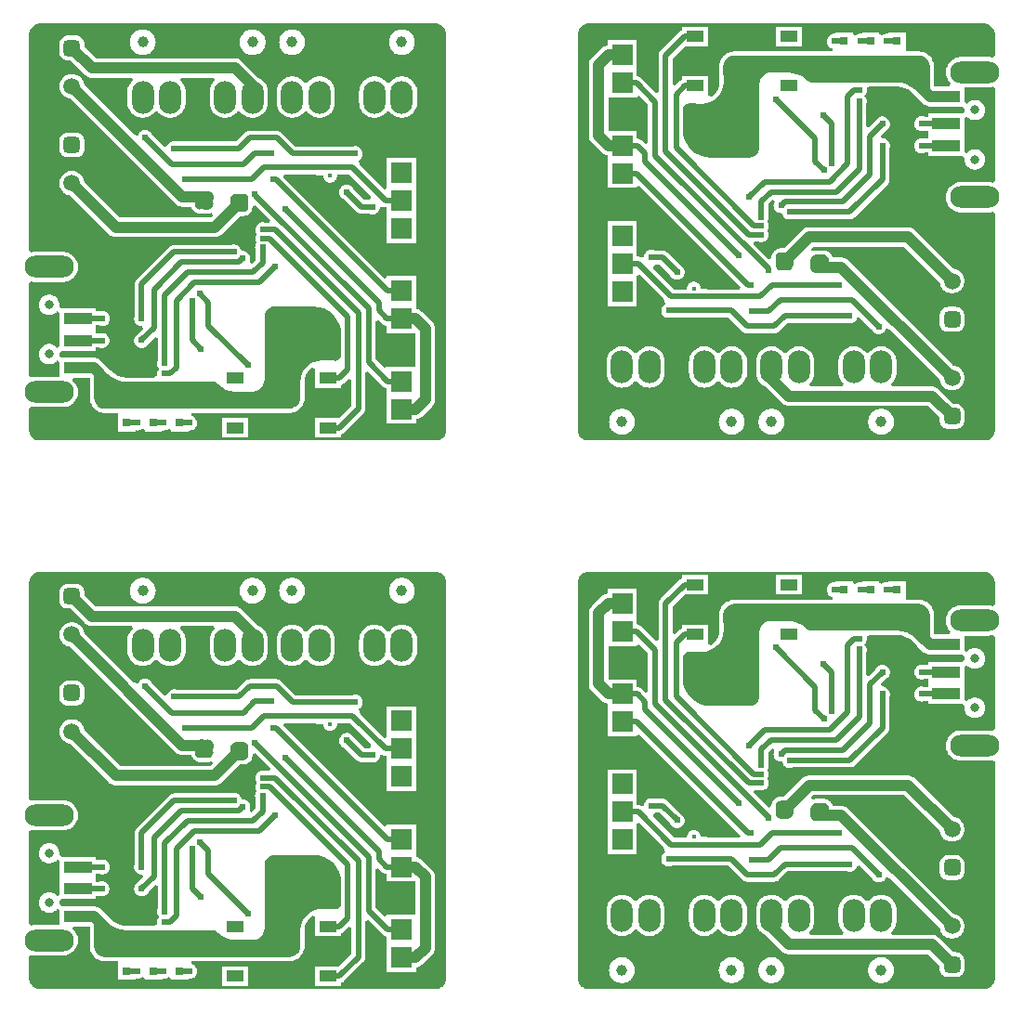
<source format=gtl>
%FSLAX25Y25*%
%MOIN*%
G70*
G01*
G75*
G04 Layer_Physical_Order=1*
G04 Layer_Color=255*
%ADD10R,0.03150X0.03150*%
%ADD11R,0.06299X0.03937*%
%ADD12R,0.09843X0.04331*%
%ADD13C,0.04000*%
%ADD14C,0.02000*%
%ADD15C,0.01575*%
G04:AMPARAMS|DCode=16|XSize=59.06mil|YSize=59.06mil|CornerRadius=14.76mil|HoleSize=0mil|Usage=FLASHONLY|Rotation=270.000|XOffset=0mil|YOffset=0mil|HoleType=Round|Shape=RoundedRectangle|*
%AMROUNDEDRECTD16*
21,1,0.05906,0.02953,0,0,270.0*
21,1,0.02953,0.05906,0,0,270.0*
1,1,0.02953,-0.01476,-0.01476*
1,1,0.02953,-0.01476,0.01476*
1,1,0.02953,0.01476,0.01476*
1,1,0.02953,0.01476,-0.01476*
%
%ADD16ROUNDEDRECTD16*%
%ADD17C,0.05906*%
%ADD18C,0.03937*%
G04:AMPARAMS|DCode=19|XSize=98.43mil|YSize=98.43mil|CornerRadius=24.61mil|HoleSize=0mil|Usage=FLASHONLY|Rotation=270.000|XOffset=0mil|YOffset=0mil|HoleType=Round|Shape=RoundedRectangle|*
%AMROUNDEDRECTD19*
21,1,0.09843,0.04921,0,0,270.0*
21,1,0.04921,0.09843,0,0,270.0*
1,1,0.04921,-0.02461,-0.02461*
1,1,0.04921,-0.02461,0.02461*
1,1,0.04921,0.02461,0.02461*
1,1,0.04921,0.02461,-0.02461*
%
%ADD19ROUNDEDRECTD19*%
%ADD20O,0.08000X0.11811*%
%ADD21R,0.07500X0.07500*%
%ADD22O,0.17716X0.07874*%
%ADD23C,0.03150*%
%ADD24C,0.02400*%
G36*
X296016Y91185D02*
Y91220D01*
X296718Y91081D01*
X297313Y90683D01*
X297711Y90087D01*
X297851Y89385D01*
X297816Y89285D01*
X297896D01*
X297839Y89262D01*
X297808Y89185D01*
X297816Y86685D01*
X297855D01*
X297700Y85905D01*
X297258Y85243D01*
X296596Y84801D01*
X295816Y84646D01*
X293416Y84685D01*
Y84646D01*
X292635Y84801D01*
X291974Y85243D01*
X291532Y85905D01*
X291377Y86685D01*
X291416Y89185D01*
X291377D01*
X291532Y89965D01*
X291974Y90627D01*
X292635Y91069D01*
X293416Y91224D01*
X296016Y91185D01*
D02*
G37*
G36*
X111785Y268516D02*
X116385Y268538D01*
X116681Y268499D01*
X116724Y268508D01*
X125608Y268494D01*
Y268542D01*
X127568Y268349D01*
X129453Y267777D01*
X131190Y266848D01*
X132713Y265599D01*
X133962Y264076D01*
X134891Y262339D01*
X135463Y260454D01*
X135656Y258493D01*
X135608Y251516D01*
X135632D01*
X135446Y250579D01*
X134915Y249785D01*
X134122Y249255D01*
X133185Y249069D01*
Y249116D01*
X128585Y249152D01*
X127095Y249006D01*
X125663Y248571D01*
X124342Y247866D01*
X123185Y246916D01*
X122235Y245759D01*
X121530Y244438D01*
X121095Y243006D01*
X120948Y241516D01*
X120985D01*
X121020Y235916D01*
X120882Y234872D01*
X120479Y233898D01*
X119838Y233063D01*
X119002Y232422D01*
X118029Y232019D01*
X116985Y231881D01*
Y231916D01*
X93585Y231889D01*
X92776Y231996D01*
X92022Y232308D01*
X91452Y232745D01*
X90899Y232321D01*
X90120Y231998D01*
X89285Y231888D01*
X50885Y231916D01*
Y231882D01*
X49867Y232016D01*
X48918Y232409D01*
X48103Y233034D01*
X47478Y233849D01*
X47085Y234798D01*
X46951Y235816D01*
X46985Y241516D01*
X48069D01*
X48057Y246074D01*
X48165Y246336D01*
X48185Y246316D01*
X49985D01*
X51822Y244410D01*
X53345Y243161D01*
X55082Y242232D01*
X56967Y241660D01*
X58436Y241516D01*
X89185D01*
Y241544D01*
X90047Y241431D01*
X90849Y241098D01*
X91539Y240569D01*
X91651Y240423D01*
X92836Y239450D01*
X94351Y238640D01*
X95994Y238142D01*
X97467Y237997D01*
X97703Y237996D01*
Y238016D01*
X99385D01*
X99385Y237992D01*
X103885Y237980D01*
X104982Y238124D01*
X106003Y238547D01*
X106880Y239220D01*
X107554Y240098D01*
X107977Y241119D01*
X108121Y242216D01*
X108085D01*
X108053Y264816D01*
X108180Y265782D01*
X108553Y266682D01*
X109146Y267455D01*
X109919Y268048D01*
X110819Y268421D01*
X111785Y268548D01*
Y268516D01*
D02*
G37*
G36*
X150212Y262442D02*
X150511Y262187D01*
X150511Y262187D01*
X150511Y262187D01*
X150847Y261981D01*
X151210Y261831D01*
X151593Y261739D01*
X151985Y261708D01*
X152035D01*
Y258966D01*
X162277D01*
Y246966D01*
X152035D01*
Y246819D01*
X151111Y246436D01*
X147993Y249554D01*
Y263355D01*
X148917Y263738D01*
X150212Y262442D01*
D02*
G37*
G36*
X308716Y90285D02*
Y90320D01*
X309413Y90181D01*
X310004Y89786D01*
X310399Y89195D01*
X310538Y88498D01*
X310503Y85785D01*
X310542D01*
X310387Y85005D01*
X309945Y84343D01*
X309283Y83901D01*
X308503Y83746D01*
X306016Y83785D01*
Y83746D01*
X305235Y83901D01*
X304574Y84343D01*
X304132Y85005D01*
X303977Y85785D01*
X304016Y88285D01*
X303977D01*
X304132Y89065D01*
X304574Y89727D01*
X305235Y90169D01*
X306016Y90324D01*
X308716Y90285D01*
D02*
G37*
G36*
X297916Y286135D02*
X297896D01*
X297916Y286144D01*
Y286135D01*
D02*
G37*
G36*
X296016Y288035D02*
Y288071D01*
X296718Y287931D01*
X297313Y287533D01*
X297711Y286938D01*
X297851Y286235D01*
X297816Y286135D01*
X297896D01*
X297839Y286112D01*
X297808Y286035D01*
X297816Y283535D01*
X297855D01*
X297700Y282755D01*
X297258Y282094D01*
X296596Y281651D01*
X295816Y281496D01*
X293416Y281535D01*
Y281496D01*
X292635Y281651D01*
X291974Y282094D01*
X291532Y282755D01*
X291377Y283535D01*
X291416Y286035D01*
X291377D01*
X291532Y286816D01*
X291974Y287477D01*
X292635Y287919D01*
X293416Y288075D01*
X296016Y288035D01*
D02*
G37*
G36*
X308716Y287135D02*
Y287170D01*
X309413Y287032D01*
X310004Y286637D01*
X310399Y286046D01*
X310538Y285348D01*
X310503Y282635D01*
X310542D01*
X310387Y281855D01*
X309945Y281193D01*
X309283Y280751D01*
X308503Y280596D01*
X306016Y280635D01*
Y280596D01*
X305235Y280751D01*
X304574Y281193D01*
X304132Y281855D01*
X303977Y282635D01*
X304016Y285135D01*
X303977D01*
X304132Y285916D01*
X304574Y286577D01*
X305235Y287019D01*
X306016Y287175D01*
X308716Y287135D01*
D02*
G37*
G36*
X245708Y144146D02*
Y130346D01*
X244784Y129963D01*
X243489Y131258D01*
X243190Y131514D01*
X243190Y131514D01*
X243190Y131514D01*
X242854Y131719D01*
X242491Y131870D01*
X242108Y131962D01*
X241716Y131993D01*
X241666D01*
Y134735D01*
X231423D01*
Y146735D01*
X241666D01*
Y146882D01*
X242590Y147265D01*
X245708Y144146D01*
D02*
G37*
G36*
X276716Y161785D02*
X300116Y161812D01*
X300925Y161705D01*
X301679Y161393D01*
X302249Y160956D01*
X302802Y161380D01*
X303580Y161703D01*
X304416Y161813D01*
X342816Y161785D01*
Y161819D01*
X343834Y161685D01*
X344783Y161292D01*
X345597Y160667D01*
X346222Y159852D01*
X346615Y158903D01*
X346749Y157885D01*
X346716Y152185D01*
X345632D01*
X345644Y147626D01*
X345536Y147365D01*
X345516Y147385D01*
X343716D01*
X341879Y149290D01*
X340356Y150540D01*
X338619Y151469D01*
X336734Y152040D01*
X335265Y152185D01*
X304516D01*
Y152157D01*
X303654Y152270D01*
X302852Y152603D01*
X302162Y153131D01*
X302050Y153278D01*
X300864Y154251D01*
X299350Y155060D01*
X297706Y155559D01*
X296234Y155704D01*
X295997Y155705D01*
Y155685D01*
X294316D01*
X294316Y155709D01*
X289816Y155721D01*
X288719Y155577D01*
X287698Y155154D01*
X286820Y154481D01*
X286147Y153603D01*
X285724Y152582D01*
X285579Y151485D01*
X285616D01*
X285648Y128885D01*
X285521Y127919D01*
X285148Y127019D01*
X284555Y126246D01*
X283782Y125653D01*
X282882Y125280D01*
X281916Y125153D01*
Y125185D01*
X277316Y125163D01*
X277020Y125201D01*
X276976Y125193D01*
X268093Y125207D01*
Y125159D01*
X266133Y125352D01*
X264248Y125924D01*
X262511Y126852D01*
X260988Y128102D01*
X259738Y129625D01*
X258810Y131362D01*
X258238Y133247D01*
X258045Y135207D01*
X258093Y142185D01*
X258069D01*
X258255Y143122D01*
X258785Y143915D01*
X259579Y144446D01*
X260516Y144632D01*
Y144585D01*
X265116Y144548D01*
X266606Y144695D01*
X268038Y145130D01*
X269358Y145835D01*
X270516Y146785D01*
X271465Y147942D01*
X272171Y149263D01*
X272606Y150695D01*
X272752Y152185D01*
X272716D01*
X272681Y157785D01*
X272819Y158829D01*
X273222Y159802D01*
X273863Y160638D01*
X274698Y161279D01*
X275672Y161682D01*
X276716Y161820D01*
Y161785D01*
D02*
G37*
G36*
X366216Y173265D02*
Y173265D01*
X366224Y173273D01*
X366726Y173240D01*
X367227Y173141D01*
X367711Y172976D01*
X368170Y172750D01*
X368595Y172466D01*
X368979Y172129D01*
X369317Y171745D01*
X369601Y171319D01*
X369827Y170861D01*
X369991Y170377D01*
X370091Y169876D01*
X370124Y169365D01*
X370124Y161648D01*
X369325Y161047D01*
X369019Y161135D01*
X368417Y161237D01*
X367807Y161272D01*
X357965D01*
X357355Y161237D01*
X356753Y161135D01*
X356166Y160966D01*
X355602Y160732D01*
X355067Y160437D01*
X354569Y160083D01*
X354114Y159677D01*
X353707Y159221D01*
X353354Y158723D01*
X353058Y158189D01*
X352825Y157624D01*
X352656Y157038D01*
X352553Y156436D01*
X352519Y155826D01*
X352553Y155216D01*
X352656Y154614D01*
X352825Y154027D01*
X353058Y153463D01*
X353354Y152929D01*
X353707Y152431D01*
X354114Y151975D01*
X354350Y151764D01*
X353994Y150830D01*
X348223D01*
Y152224D01*
X348257Y157876D01*
X348247Y157979D01*
X348244Y158082D01*
X348110Y159100D01*
X348098Y159148D01*
X348094Y159197D01*
X348065Y159292D01*
X348043Y159388D01*
X348022Y159433D01*
X348008Y159480D01*
X347615Y160429D01*
X347592Y160472D01*
X347574Y160519D01*
X347522Y160602D01*
X347476Y160689D01*
X347444Y160728D01*
X347418Y160769D01*
X346793Y161584D01*
X346759Y161620D01*
X346730Y161660D01*
X346658Y161728D01*
X346591Y161800D01*
X346551Y161828D01*
X346515Y161862D01*
X345700Y162487D01*
X345658Y162514D01*
X345620Y162545D01*
X345533Y162591D01*
X345449Y162644D01*
X345403Y162661D01*
X345359Y162684D01*
X344411Y163077D01*
X344363Y163092D01*
X344318Y163112D01*
X344222Y163134D01*
X344128Y163163D01*
X344079Y163168D01*
X344031Y163179D01*
X343012Y163313D01*
X342914Y163316D01*
X342816Y163326D01*
X342766Y163321D01*
X342717Y163323D01*
X342620Y163307D01*
X342522Y163297D01*
X342507Y163293D01*
X338091Y163296D01*
X338091Y163313D01*
D01*
D01*
Y163857D01*
X338090D01*
Y170006D01*
X331941D01*
Y170006D01*
X331693Y169606D01*
X331693Y169606D01*
X331269Y169640D01*
X330846Y169606D01*
X330432Y169507D01*
X330040Y169345D01*
X329677Y169123D01*
X329499Y168970D01*
X328871Y169260D01*
X328590Y169499D01*
Y170006D01*
X322441D01*
Y170006D01*
X322193Y169606D01*
X322193Y169606D01*
X321769Y169640D01*
X321346Y169606D01*
X320932Y169507D01*
X320540Y169345D01*
X320177Y169123D01*
X319999Y168970D01*
X319371Y169260D01*
X319091Y169499D01*
Y170006D01*
X312941D01*
Y170006D01*
Y170005D01*
Y170006D01*
X312939Y169606D01*
Y169606D01*
X312516Y169640D01*
X312092Y169606D01*
X311679Y169507D01*
X311286Y169345D01*
X310924Y169123D01*
X310601Y168847D01*
X310325Y168523D01*
X310103Y168161D01*
X309940Y167768D01*
X309841Y167355D01*
X309807Y166931D01*
X309841Y166508D01*
X309940Y166095D01*
X310103Y165702D01*
X310325Y165340D01*
X310601Y165016D01*
X310924Y164740D01*
X311286Y164518D01*
X311679Y164356D01*
X311879Y164308D01*
X311761Y163315D01*
X304417Y163320D01*
X304318Y163310D01*
X304219Y163307D01*
X304109Y163293D01*
X300416D01*
X300312Y163306D01*
X300213Y163309D01*
X300114Y163319D01*
X277027Y163293D01*
X277010Y163298D01*
X276912Y163307D01*
X276814Y163324D01*
X276765Y163322D01*
X276716Y163327D01*
X276618Y163317D01*
X276519Y163314D01*
X275475Y163177D01*
X275427Y163165D01*
X275377Y163160D01*
X275283Y163132D01*
X275187Y163109D01*
X275142Y163089D01*
X275095Y163075D01*
X274122Y162672D01*
X274078Y162648D01*
X274032Y162631D01*
X273948Y162579D01*
X273861Y162532D01*
X273823Y162501D01*
X273781Y162475D01*
X272945Y161834D01*
X272909Y161800D01*
X272869Y161771D01*
X272802Y161699D01*
X272730Y161632D01*
X272701Y161591D01*
X272667Y161555D01*
X272026Y160720D01*
X272000Y160678D01*
X271969Y160640D01*
X271922Y160553D01*
X271870Y160469D01*
X271852Y160423D01*
X271829Y160379D01*
X271426Y159406D01*
X271412Y159359D01*
X271391Y159314D01*
X271369Y159218D01*
X271340Y159123D01*
X271336Y159074D01*
X271324Y159026D01*
X271187Y157982D01*
X271183Y157878D01*
X271174Y157776D01*
X271209Y152176D01*
X271223Y152035D01*
X271120Y150991D01*
X270772Y149842D01*
X270206Y148784D01*
X269445Y147856D01*
X268517Y147095D01*
X268371Y147017D01*
X267414Y147307D01*
X267333Y147458D01*
X267333D01*
X267333Y147458D01*
Y154395D01*
X258034D01*
Y153292D01*
X257870Y153224D01*
X257719Y153161D01*
X257383Y152956D01*
X257084Y152700D01*
X255347Y150963D01*
X254423Y151346D01*
Y160746D01*
X258852Y165175D01*
X267333D01*
Y172112D01*
X258034D01*
Y171037D01*
X257999Y171028D01*
X257635Y170878D01*
X257300Y170672D01*
X257001Y170417D01*
X250143Y163558D01*
X249887Y163259D01*
X249681Y162924D01*
X249531Y162560D01*
X249439Y162177D01*
X249408Y161785D01*
Y148846D01*
X248484Y148463D01*
X243189Y153758D01*
X242890Y154014D01*
X242554Y154219D01*
X242191Y154370D01*
X241808Y154462D01*
X241808D01*
X241808Y154462D01*
X241666Y154746D01*
Y167235D01*
X231166D01*
Y165476D01*
X230958Y165463D01*
X230508Y165373D01*
X230073Y165226D01*
X229662Y165023D01*
X229280Y164768D01*
X229119Y164626D01*
X228936Y164465D01*
X225436Y160965D01*
X225133Y160620D01*
X224878Y160239D01*
X224675Y159827D01*
X224528Y159393D01*
X224438Y158943D01*
X224408Y158485D01*
Y133085D01*
X224438Y132627D01*
X224528Y132177D01*
X224675Y131743D01*
X224878Y131331D01*
X225133Y130950D01*
X225436Y130605D01*
X229036Y127005D01*
X229380Y126702D01*
X229762Y126447D01*
X230173Y126244D01*
X230608Y126097D01*
X231058Y126007D01*
X231166Y126000D01*
Y114235D01*
X241666D01*
Y114582D01*
X242590Y114965D01*
X278838Y78717D01*
X278455Y77793D01*
X269576D01*
X264592Y78185D01*
X264561Y78575D01*
X264470Y78955D01*
X264320Y79316D01*
X264116Y79650D01*
X263862Y79947D01*
X263565Y80201D01*
X263231Y80405D01*
X262870Y80555D01*
X262490Y80646D01*
X262100Y80677D01*
X261710Y80646D01*
X261330Y80555D01*
X260969Y80405D01*
X260635Y80201D01*
X260338Y79947D01*
X260084Y79650D01*
X259880Y79316D01*
X259730Y78955D01*
X259639Y78575D01*
X259608Y78185D01*
D01*
D01*
D01*
X259608Y78185D01*
X259608Y78185D01*
D01*
X259608Y78185D01*
X259637Y77793D01*
X255054D01*
X247442Y85405D01*
X247384Y86143D01*
X248063Y86877D01*
X249777D01*
X253635Y83020D01*
X253703Y82855D01*
X253925Y82493D01*
X254201Y82170D01*
X254524Y81894D01*
X254886Y81672D01*
X255279Y81509D01*
X255692Y81410D01*
X256116Y81377D01*
X256539Y81410D01*
X256953Y81509D01*
X257345Y81672D01*
X257708Y81894D01*
X258031Y82170D01*
X258307Y82493D01*
X258529Y82855D01*
X258692Y83248D01*
X258791Y83661D01*
X258824Y84085D01*
X258791Y84509D01*
X258692Y84922D01*
X258529Y85315D01*
X258307Y85677D01*
X258031Y86000D01*
X257708Y86276D01*
X257345Y86498D01*
X257181Y86566D01*
X252589Y91158D01*
X252290Y91414D01*
X251954Y91619D01*
X251591Y91770D01*
X251208Y91862D01*
X250816Y91893D01*
X247917D01*
X247753Y91961D01*
X247339Y92060D01*
X246916Y92093D01*
X246492Y92060D01*
X246079Y91961D01*
X245686Y91798D01*
X245324Y91576D01*
X245001Y91300D01*
X244725Y90977D01*
X244503Y90615D01*
X244340Y90222D01*
X244241Y89809D01*
X244207Y89385D01*
X243354Y89319D01*
X242991Y89470D01*
X242608Y89562D01*
X242216Y89593D01*
X241666D01*
Y102335D01*
X231166D01*
Y71835D01*
X241666D01*
Y82782D01*
X242590Y83165D01*
X251059Y74695D01*
X251886Y72698D01*
X251524Y72476D01*
X251201Y72200D01*
X250925Y71877D01*
X250703Y71515D01*
X250540Y71122D01*
X250441Y70709D01*
X250407Y70285D01*
X250441Y69861D01*
X250540Y69448D01*
X250703Y69055D01*
X250925Y68693D01*
X251201Y68370D01*
X251524Y68094D01*
X251886Y67872D01*
X252279Y67709D01*
X252692Y67610D01*
X253116Y67577D01*
X253539Y67610D01*
X253953Y67709D01*
X254117Y67777D01*
X274477D01*
X279443Y62812D01*
X279742Y62556D01*
X280077Y62351D01*
X280441Y62200D01*
X280823Y62108D01*
X281216Y62077D01*
X290916D01*
X291308Y62108D01*
X291691Y62200D01*
X292054Y62351D01*
X292390Y62556D01*
X292390Y62556D01*
X292390Y62556D01*
X292689Y62812D01*
X295755Y65877D01*
X317015D01*
X317179Y65809D01*
X317592Y65710D01*
X318016Y65677D01*
X318439Y65710D01*
X318853Y65809D01*
X319245Y65972D01*
X319608Y66194D01*
X319931Y66470D01*
X320207Y66793D01*
X320429Y67155D01*
X320591Y67548D01*
X320606Y67607D01*
X321568Y67879D01*
X325981Y63466D01*
X326049Y63302D01*
X326271Y62940D01*
X326547Y62616D01*
X326870Y62340D01*
X327233Y62118D01*
X327625Y61956D01*
X328039Y61857D01*
X328462Y61823D01*
X328886Y61857D01*
X329299Y61956D01*
X329692Y62118D01*
X330054Y62340D01*
X330377Y62616D01*
X330653Y62940D01*
X330875Y63302D01*
X331018Y63647D01*
X331138Y63670D01*
X332496Y63345D01*
X332496Y63345D01*
X332496Y63345D01*
X350288Y45552D01*
X350292Y45503D01*
X350406Y44930D01*
X350593Y44377D01*
X350851Y43854D01*
X351176Y43369D01*
X351560Y42930D01*
X351999Y42545D01*
X352485Y42221D01*
X353008Y41962D01*
X353561Y41775D01*
X354133Y41661D01*
X354716Y41623D01*
X355298Y41661D01*
X355871Y41775D01*
X356423Y41962D01*
X356947Y42221D01*
X357432Y42545D01*
X357871Y42930D01*
X358256Y43369D01*
X358580Y43854D01*
X358838Y44377D01*
X359026Y44930D01*
X359140Y45503D01*
X359178Y46085D01*
X359140Y46668D01*
X359026Y47240D01*
X358838Y47793D01*
X358580Y48316D01*
X358256Y48801D01*
X357871Y49240D01*
X357432Y49625D01*
X356947Y49949D01*
X356423Y50208D01*
X355871Y50395D01*
X355298Y50509D01*
X355249Y50512D01*
X317496Y88265D01*
X317151Y88568D01*
X316770Y88823D01*
X316358Y89026D01*
X316211Y89076D01*
X315924Y89173D01*
X315474Y89262D01*
X315016Y89293D01*
X311916D01*
X311877Y89489D01*
X311877Y89489D01*
X311799Y89747D01*
X311792Y89772D01*
D01*
X311792Y89772D01*
X311737Y89875D01*
X311652Y90033D01*
X311652Y90033D01*
X311257Y90624D01*
X311257Y90624D01*
X311070Y90852D01*
X311070Y90852D01*
X311070Y90852D01*
X310947Y90953D01*
X310841Y91040D01*
X310250Y91435D01*
X310250Y91435D01*
X310008Y91564D01*
X309990Y91574D01*
D01*
X309990Y91574D01*
X309905Y91600D01*
X309707Y91660D01*
X309707Y91660D01*
X309010Y91798D01*
X309010Y91798D01*
X308716Y91827D01*
X308716D01*
D01*
X308422Y91798D01*
X308417Y91797D01*
X306038Y91831D01*
X306027Y91830D01*
X306016Y91831D01*
X305880Y91818D01*
X305743Y91807D01*
X305733Y91804D01*
X305722Y91803D01*
X304941Y91647D01*
X304941D01*
X304659Y91562D01*
X304643Y91553D01*
X304072Y92324D01*
X304052Y92361D01*
X304869Y93177D01*
X337463D01*
X350288Y80352D01*
X350292Y80303D01*
X350406Y79730D01*
X350593Y79177D01*
X350851Y78654D01*
X351176Y78169D01*
X351560Y77730D01*
X351999Y77345D01*
X352485Y77021D01*
X353008Y76762D01*
X353561Y76575D01*
X354133Y76461D01*
X354716Y76423D01*
X355298Y76461D01*
X355871Y76575D01*
X356423Y76762D01*
X356947Y77021D01*
X357432Y77345D01*
X357871Y77730D01*
X358256Y78169D01*
X358580Y78654D01*
X358838Y79177D01*
X359026Y79730D01*
X359140Y80303D01*
X359178Y80885D01*
X359140Y81467D01*
X359026Y82040D01*
X358838Y82593D01*
X358580Y83116D01*
X358256Y83601D01*
X357871Y84040D01*
X357432Y84425D01*
X356947Y84750D01*
X356423Y85008D01*
X355871Y85195D01*
X355298Y85309D01*
X355249Y85312D01*
X341396Y99165D01*
X341051Y99468D01*
X340669Y99723D01*
X340258Y99926D01*
X339824Y100073D01*
X339374Y100162D01*
X339374Y100163D01*
X339374Y100162D01*
X339374D01*
X338916Y100193D01*
X303416D01*
X302958Y100162D01*
X302868Y100145D01*
X302508Y100073D01*
X302221Y99976D01*
X302074Y99926D01*
X301662Y99723D01*
X301280Y99468D01*
X301119Y99326D01*
X300936Y99165D01*
X294486Y92716D01*
X293439Y92731D01*
X293427Y92730D01*
X293416Y92731D01*
X293280Y92718D01*
X293144Y92707D01*
X293133Y92704D01*
X293122Y92703D01*
X292341Y92547D01*
X292341D01*
X292059Y92462D01*
X291919Y92387D01*
X291798Y92322D01*
X291798Y92322D01*
X291136Y91880D01*
X290908Y91693D01*
Y91693D01*
X290908D01*
X290721Y91464D01*
X290279Y90803D01*
X290279Y90803D01*
X290214Y90681D01*
X290139Y90542D01*
X290054Y90259D01*
Y90259D01*
X289898Y89479D01*
X289869Y89185D01*
X289878Y89101D01*
X288974Y88674D01*
X283519Y94128D01*
X283902Y95052D01*
X285189D01*
X285354Y94984D01*
X285767Y94885D01*
X286191Y94851D01*
X286614Y94885D01*
X287028Y94984D01*
X287420Y95147D01*
X287783Y95369D01*
X288106Y95645D01*
X288382Y95968D01*
X288604Y96330D01*
X288766Y96723D01*
X288866Y97136D01*
X288899Y97560D01*
X288866Y97983D01*
X288766Y98397D01*
X288604Y98789D01*
X288415Y99098D01*
X288431Y99117D01*
X288653Y99480D01*
X288816Y99872D01*
X288915Y100286D01*
X288948Y100709D01*
X288915Y101133D01*
X288816Y101546D01*
X288653Y101939D01*
X288464Y102248D01*
X288481Y102267D01*
X288703Y102629D01*
X288865Y103022D01*
X288965Y103435D01*
X288998Y103859D01*
X288965Y104283D01*
X288865Y104696D01*
X288797Y104860D01*
Y108420D01*
X290284Y109907D01*
X291069Y109288D01*
X290978Y109139D01*
X290815Y108746D01*
X290716Y108333D01*
X290683Y107909D01*
X290716Y107486D01*
X290815Y107072D01*
X290978Y106680D01*
X291200Y106317D01*
X291476Y105994D01*
X291799Y105718D01*
X292162Y105496D01*
X292554Y105334D01*
X292968Y105234D01*
X293391Y105201D01*
X293815Y105234D01*
X293815Y105234D01*
X293866Y105187D01*
X293965Y104773D01*
X294128Y104381D01*
X294350Y104018D01*
X294626Y103695D01*
X294949Y103419D01*
X295311Y103197D01*
X295704Y103034D01*
X296117Y102935D01*
X296541Y102902D01*
X296965Y102935D01*
X297378Y103034D01*
X297542Y103103D01*
X318041D01*
X318433Y103133D01*
X318816Y103225D01*
X319179Y103376D01*
X319515Y103581D01*
X319515Y103581D01*
X319515Y103581D01*
X319814Y103837D01*
X331489Y115512D01*
D01*
X331489Y115512D01*
X331489Y115512D01*
X331489D01*
X331745Y115811D01*
X331950Y116147D01*
X332101Y116510D01*
X332101Y116510D01*
X332101Y116510D01*
D01*
X332101Y116510D01*
X332101Y116510D01*
X332193Y116893D01*
X332224Y117285D01*
Y128484D01*
X332292Y128648D01*
X332391Y129061D01*
X332424Y129485D01*
X332391Y129909D01*
X332292Y130322D01*
X332129Y130715D01*
X331907Y131077D01*
X331631Y131400D01*
X331308Y131676D01*
X330945Y131898D01*
X330553Y132061D01*
X330139Y132160D01*
X329716Y132193D01*
X329479Y132175D01*
X329082Y133036D01*
X329068Y133091D01*
X330781Y134804D01*
X330945Y134872D01*
X331308Y135094D01*
X331631Y135370D01*
X331907Y135693D01*
X332129Y136056D01*
X332292Y136448D01*
X332391Y136861D01*
X332424Y137285D01*
X332391Y137709D01*
X332292Y138122D01*
X332129Y138515D01*
X331907Y138877D01*
X331631Y139200D01*
X331308Y139476D01*
X330945Y139698D01*
X330553Y139861D01*
X330139Y139960D01*
X329716Y139993D01*
X329292Y139960D01*
X328879Y139861D01*
X328486Y139698D01*
X328124Y139476D01*
X327801Y139200D01*
X327525Y138877D01*
X327303Y138515D01*
X327235Y138350D01*
X324847Y135963D01*
X323923Y136346D01*
Y144484D01*
X323991Y144648D01*
X324091Y145061D01*
X324124Y145485D01*
X324091Y145909D01*
X323991Y146322D01*
X323829Y146715D01*
X323607Y147077D01*
X323344Y147385D01*
X323607Y147693D01*
X323829Y148056D01*
X323991Y148448D01*
X324091Y148861D01*
X324124Y149285D01*
X324091Y149709D01*
X324047Y149892D01*
X324342Y150267D01*
X325333Y150678D01*
X335193D01*
X336438Y150555D01*
X338039Y150069D01*
X339515Y149281D01*
X340855Y148181D01*
X341905Y147091D01*
X341933Y147050D01*
X342074Y146889D01*
X342236Y146705D01*
X344256Y144684D01*
X344601Y144382D01*
X344983Y144127D01*
X345394Y143924D01*
X345828Y143777D01*
X346228Y143697D01*
Y143499D01*
X358610D01*
X359245Y142726D01*
X359244Y142723D01*
X359213Y142243D01*
X359244Y141764D01*
X359245Y141760D01*
X358610Y140987D01*
X346228D01*
Y139830D01*
X344917D01*
X344753Y139898D01*
X344339Y139997D01*
X343916Y140030D01*
X343492Y139997D01*
X343079Y139898D01*
X342686Y139735D01*
X342324Y139513D01*
X342001Y139237D01*
X341725Y138914D01*
X341503Y138552D01*
X341340Y138159D01*
X341241Y137746D01*
X341207Y137322D01*
X341241Y136898D01*
X341340Y136485D01*
X341503Y136092D01*
X341725Y135730D01*
X342001Y135407D01*
X342324Y135131D01*
X342686Y134909D01*
X343079Y134746D01*
X343492Y134647D01*
X343916Y134614D01*
X344339Y134647D01*
X344753Y134746D01*
X344917Y134814D01*
X346228D01*
Y133820D01*
X346228D01*
X346228Y133820D01*
X346228Y133657D01*
Y133385D01*
Y133113D01*
X346228Y132950D01*
X346228Y132950D01*
X346228D01*
Y131956D01*
X344817D01*
X344653Y132024D01*
X344239Y132123D01*
X343816Y132156D01*
X343392Y132123D01*
X342979Y132024D01*
X342586Y131861D01*
X342224Y131639D01*
X341901Y131363D01*
X341625Y131040D01*
X341403Y130678D01*
X341240Y130285D01*
X341141Y129872D01*
X341107Y129448D01*
X341141Y129024D01*
X341240Y128611D01*
X341403Y128218D01*
X341625Y127856D01*
X341901Y127533D01*
X342224Y127257D01*
X342586Y127035D01*
X342979Y126872D01*
X343392Y126773D01*
X343816Y126740D01*
X344239Y126773D01*
X344653Y126872D01*
X344817Y126940D01*
X346228D01*
Y125783D01*
X358610D01*
X359245Y125010D01*
X359244Y125006D01*
X359213Y124527D01*
X359244Y124047D01*
X359338Y123576D01*
X359492Y123121D01*
X359705Y122690D01*
X359972Y122291D01*
X360289Y121929D01*
X360650Y121613D01*
X361049Y121346D01*
X361480Y121133D01*
X361935Y120979D01*
X362406Y120885D01*
X362886Y120854D01*
X363365Y120885D01*
X363837Y120979D01*
X364292Y121133D01*
X364722Y121346D01*
X365122Y121613D01*
X365483Y121929D01*
X365800Y122291D01*
X366067Y122690D01*
X366279Y123121D01*
X366434Y123576D01*
X366528Y124047D01*
X366559Y124527D01*
X366528Y125006D01*
X366434Y125478D01*
X366279Y125932D01*
X366067Y126363D01*
X365800Y126763D01*
X365483Y127124D01*
X365122Y127441D01*
X364722Y127708D01*
X364292Y127920D01*
X363837Y128075D01*
X363365Y128169D01*
X362886Y128200D01*
X362406Y128169D01*
X361935Y128075D01*
X361480Y127920D01*
X361049Y127708D01*
X360650Y127441D01*
X360289Y127124D01*
X360007Y126803D01*
X359789Y126885D01*
X359071Y127365D01*
Y132950D01*
X359071D01*
X359071Y132950D01*
X359071Y133113D01*
Y133385D01*
Y133657D01*
X359071Y133820D01*
X359071Y133820D01*
X359071D01*
Y139405D01*
X359789Y139885D01*
X360007Y139967D01*
X360289Y139646D01*
X360650Y139329D01*
X361049Y139062D01*
X361480Y138850D01*
X361935Y138695D01*
X362406Y138602D01*
X362886Y138570D01*
X363365Y138602D01*
X363837Y138695D01*
X364292Y138850D01*
X364722Y139062D01*
X365122Y139329D01*
X365483Y139646D01*
X365800Y140007D01*
X366067Y140407D01*
X366279Y140838D01*
X366434Y141293D01*
X366528Y141764D01*
X366559Y142243D01*
X366528Y142723D01*
X366434Y143194D01*
X366279Y143649D01*
X366067Y144080D01*
X365800Y144479D01*
X365483Y144841D01*
X365122Y145158D01*
X364722Y145424D01*
X364292Y145637D01*
X363837Y145791D01*
X363365Y145885D01*
X362886Y145916D01*
X362406Y145885D01*
X361935Y145791D01*
X361480Y145637D01*
X361049Y145424D01*
X360650Y145158D01*
X360289Y144841D01*
X360007Y144519D01*
X359789Y144601D01*
X359071Y145081D01*
Y150380D01*
X367807D01*
X368417Y150415D01*
X369019Y150517D01*
X369324Y150605D01*
X370123Y150004D01*
X370121Y116767D01*
X369322Y116166D01*
X369019Y116253D01*
X368417Y116355D01*
X367807Y116390D01*
X357965D01*
X357355Y116355D01*
X356753Y116253D01*
X356166Y116084D01*
X355602Y115850D01*
X355067Y115555D01*
X354569Y115202D01*
X354114Y114795D01*
X353707Y114339D01*
X353354Y113841D01*
X353058Y113307D01*
X352825Y112743D01*
X352656Y112156D01*
X352553Y111554D01*
X352519Y110944D01*
X352553Y110334D01*
X352656Y109732D01*
X352825Y109145D01*
X353058Y108581D01*
X353354Y108047D01*
X353707Y107549D01*
X354114Y107094D01*
X354569Y106687D01*
X355067Y106333D01*
X355602Y106038D01*
X356166Y105804D01*
X356753Y105635D01*
X357355Y105533D01*
X357965Y105499D01*
X367807D01*
X368417Y105533D01*
X369019Y105635D01*
X369321Y105722D01*
X370120Y105121D01*
X370116Y27485D01*
X370116D01*
X370124Y27477D01*
X370091Y26975D01*
X369991Y26474D01*
X369827Y25989D01*
X369601Y25531D01*
X369317Y25106D01*
X368979Y24721D01*
X368595Y24384D01*
X368170Y24100D01*
X367711Y23874D01*
X367227Y23710D01*
X366726Y23610D01*
X366216Y23577D01*
X224335Y23585D01*
Y23585D01*
X224327Y23577D01*
X223825Y23610D01*
X223324Y23710D01*
X222840Y23874D01*
X222381Y24100D01*
X221956Y24384D01*
X221572Y24721D01*
X221235Y25106D01*
X220951Y25531D01*
X220725Y25989D01*
X220560Y26474D01*
X220461Y26975D01*
X220435Y27357D01*
Y27357D01*
D01*
D01*
Y27357D01*
D01*
X220435Y27358D01*
Y169365D01*
X220435D01*
X220428Y169374D01*
X220461Y169876D01*
X220560Y170377D01*
X220725Y170861D01*
X220951Y171319D01*
X221235Y171745D01*
X221572Y172129D01*
X221956Y172466D01*
X222381Y172750D01*
X222840Y172976D01*
X223324Y173141D01*
X223825Y173240D01*
X224335Y173274D01*
X366216Y173265D01*
D02*
G37*
G36*
X88465Y112949D02*
X89127Y112507D01*
X89569Y111846D01*
X89724Y111065D01*
X89685Y108565D01*
X89724D01*
X89569Y107785D01*
X89127Y107123D01*
X88465Y106681D01*
X87685Y106526D01*
X84985Y106565D01*
Y106530D01*
X84288Y106669D01*
X83697Y107064D01*
X83302Y107655D01*
X83163Y108352D01*
X83198Y111065D01*
X83159D01*
X83314Y111846D01*
X83756Y112507D01*
X84418Y112949D01*
X85198Y113104D01*
X87685Y113065D01*
Y113104D01*
X88465Y112949D01*
D02*
G37*
G36*
X297916Y89285D02*
X297896D01*
X297916Y89293D01*
Y89285D01*
D02*
G37*
G36*
X169365Y173265D02*
Y173265D01*
X169374Y173273D01*
X169876Y173240D01*
X170377Y173141D01*
X170861Y172976D01*
X171319Y172750D01*
X171745Y172466D01*
X172129Y172129D01*
X172466Y171745D01*
X172750Y171319D01*
X172976Y170861D01*
X173141Y170377D01*
X173240Y169876D01*
X173265Y169493D01*
Y169493D01*
D01*
D01*
Y169493D01*
D01*
X173265Y169493D01*
Y27485D01*
X173265D01*
X173273Y27477D01*
X173240Y26975D01*
X173141Y26474D01*
X172976Y25989D01*
X172750Y25531D01*
X172466Y25106D01*
X172129Y24721D01*
X171745Y24384D01*
X171319Y24100D01*
X170861Y23874D01*
X170377Y23710D01*
X169876Y23610D01*
X169365Y23577D01*
X27485Y23585D01*
Y23585D01*
X27477Y23577D01*
X26975Y23610D01*
X26474Y23710D01*
X25989Y23874D01*
X25531Y24100D01*
X25106Y24384D01*
X24721Y24721D01*
X24384Y25106D01*
X24100Y25531D01*
X23874Y25989D01*
X23710Y26474D01*
X23610Y26975D01*
X23577Y27485D01*
X23577Y35202D01*
X24376Y35803D01*
X24682Y35715D01*
X25284Y35613D01*
X25894Y35579D01*
X35736D01*
X36346Y35613D01*
X36948Y35715D01*
X37535Y35884D01*
X38099Y36118D01*
X38633Y36413D01*
X39132Y36767D01*
X39587Y37174D01*
X39994Y37629D01*
X40347Y38127D01*
X40642Y38662D01*
X40876Y39226D01*
X41045Y39813D01*
X41148Y40415D01*
X41182Y41024D01*
X41148Y41634D01*
X41045Y42236D01*
X40876Y42823D01*
X40642Y43387D01*
X40347Y43922D01*
X39994Y44420D01*
X39587Y44875D01*
X39351Y45086D01*
X39707Y46020D01*
X45478D01*
Y44627D01*
X45444Y38974D01*
X45454Y38872D01*
X45457Y38769D01*
X45591Y37751D01*
X45602Y37702D01*
X45607Y37653D01*
X45636Y37559D01*
X45658Y37463D01*
X45679Y37418D01*
X45693Y37370D01*
X46086Y36422D01*
X46109Y36378D01*
X46127Y36332D01*
X46179Y36248D01*
X46225Y36161D01*
X46257Y36123D01*
X46283Y36081D01*
X46908Y35266D01*
X46942Y35230D01*
X46970Y35190D01*
X47042Y35123D01*
X47110Y35051D01*
X47150Y35022D01*
X47186Y34988D01*
X48001Y34363D01*
X48043Y34337D01*
X48081Y34306D01*
X48168Y34259D01*
X48252Y34207D01*
X48298Y34190D01*
X48341Y34166D01*
X49290Y33773D01*
X49337Y33759D01*
X49382Y33738D01*
X49479Y33716D01*
X49573Y33687D01*
X49622Y33683D01*
X49670Y33671D01*
X50688Y33537D01*
X50787Y33534D01*
X50885Y33524D01*
X50934Y33529D01*
X50984Y33528D01*
X51081Y33544D01*
X51179Y33553D01*
X51194Y33558D01*
X55610Y33555D01*
X55610Y33537D01*
D01*
D01*
Y32994D01*
X55610D01*
Y26844D01*
X61760D01*
Y26844D01*
X62008Y27244D01*
X62008Y27244D01*
X62432Y27211D01*
X62855Y27244D01*
X63268Y27343D01*
X63661Y27506D01*
X64023Y27728D01*
X64202Y27880D01*
X64830Y27591D01*
X65110Y27352D01*
Y26844D01*
X71260D01*
Y26844D01*
X71508Y27244D01*
X71508Y27244D01*
X71931Y27211D01*
X72355Y27244D01*
X72768Y27343D01*
X73161Y27506D01*
X73523Y27728D01*
X73702Y27880D01*
X74330Y27591D01*
X74610Y27352D01*
Y26844D01*
X80760D01*
Y26844D01*
Y26845D01*
Y26844D01*
X80761Y27244D01*
Y27244D01*
X81185Y27211D01*
X81609Y27244D01*
X82022Y27343D01*
X82415Y27506D01*
X82777Y27728D01*
X83100Y28004D01*
X83376Y28327D01*
X83598Y28689D01*
X83761Y29082D01*
X83860Y29495D01*
X83893Y29919D01*
X83860Y30343D01*
X83761Y30756D01*
X83598Y31148D01*
X83376Y31511D01*
X83100Y31834D01*
X82777Y32110D01*
X82415Y32332D01*
X82022Y32495D01*
X81822Y32543D01*
X81940Y33536D01*
X89284Y33531D01*
X89383Y33540D01*
X89482Y33543D01*
X89592Y33558D01*
X93285D01*
X93388Y33544D01*
X93488Y33541D01*
X93587Y33531D01*
X116674Y33558D01*
X116691Y33553D01*
X116789Y33543D01*
X116886Y33527D01*
X116936Y33528D01*
X116985Y33524D01*
X117083Y33533D01*
X117182Y33536D01*
X118226Y33674D01*
X118274Y33685D01*
X118323Y33690D01*
X118418Y33719D01*
X118514Y33741D01*
X118559Y33761D01*
X118606Y33776D01*
X119579Y34179D01*
X119623Y34202D01*
X119669Y34220D01*
X119753Y34272D01*
X119840Y34318D01*
X119878Y34350D01*
X119920Y34376D01*
X120755Y35017D01*
X120791Y35050D01*
X120832Y35079D01*
X120899Y35151D01*
X120971Y35219D01*
X121000Y35259D01*
X121034Y35295D01*
X121675Y36130D01*
X121701Y36173D01*
X121732Y36211D01*
X121779Y36298D01*
X121831Y36382D01*
X121848Y36428D01*
X121872Y36471D01*
X122275Y37444D01*
X122289Y37492D01*
X122309Y37537D01*
X122332Y37633D01*
X122360Y37727D01*
X122365Y37776D01*
X122377Y37824D01*
X122514Y38869D01*
X122517Y38972D01*
X122527Y39075D01*
X122492Y44675D01*
X122478Y44815D01*
X122581Y45860D01*
X122929Y47008D01*
X123495Y48067D01*
X124256Y48994D01*
X125184Y49756D01*
X125330Y49834D01*
X126287Y49544D01*
X126368Y49392D01*
X126368D01*
X126368Y49392D01*
Y42455D01*
X135667D01*
Y43559D01*
X135831Y43627D01*
X135982Y43689D01*
X136317Y43895D01*
X136617Y44150D01*
X138353Y45887D01*
X139277Y45505D01*
Y36104D01*
X134849Y31676D01*
X126368D01*
Y24739D01*
X135667D01*
Y25814D01*
X135702Y25822D01*
X136065Y25973D01*
X136401Y26178D01*
X136700Y26434D01*
X143558Y33292D01*
X143814Y33591D01*
X144019Y33927D01*
X144170Y34290D01*
X144262Y34673D01*
X144293Y35065D01*
Y48005D01*
X145217Y48387D01*
X150512Y43092D01*
X150811Y42836D01*
X151147Y42631D01*
X151510Y42480D01*
X151893Y42388D01*
X151893D01*
X151893Y42388D01*
X152035Y42104D01*
Y29615D01*
X162535D01*
Y31374D01*
X162743Y31388D01*
X163193Y31477D01*
X163627Y31625D01*
X164039Y31828D01*
X164420Y32083D01*
X164581Y32224D01*
X164765Y32385D01*
X168265Y35885D01*
X168568Y36230D01*
X168823Y36612D01*
X169026Y37023D01*
X169173Y37457D01*
X169263Y37907D01*
X169293Y38365D01*
Y63765D01*
X169263Y64223D01*
X169173Y64673D01*
X169026Y65108D01*
X168823Y65519D01*
X168568Y65901D01*
X168265Y66246D01*
X164665Y69845D01*
X164320Y70148D01*
X163939Y70403D01*
X163527Y70606D01*
X163093Y70753D01*
X162643Y70843D01*
X162535Y70850D01*
Y82615D01*
X152035D01*
Y82268D01*
X151111Y81886D01*
X114863Y118134D01*
X115246Y119058D01*
X124125D01*
X129109Y118665D01*
X129139Y118275D01*
X129231Y117895D01*
X129381Y117534D01*
X129585Y117201D01*
X129839Y116903D01*
X130136Y116649D01*
X130470Y116445D01*
X130831Y116295D01*
X131211Y116204D01*
X131601Y116173D01*
X131991Y116204D01*
X132371Y116295D01*
X132732Y116445D01*
X133065Y116649D01*
X133363Y116903D01*
X133617Y117201D01*
X133821Y117534D01*
X133971Y117895D01*
X134062Y118275D01*
X134093Y118665D01*
D01*
D01*
D01*
X134093Y118665D01*
X134093Y118665D01*
D01*
X134093Y118666D01*
X134064Y119058D01*
X138646D01*
X146259Y111445D01*
X146317Y110707D01*
X145638Y109973D01*
X143924D01*
X140066Y113831D01*
X139998Y113995D01*
X139776Y114357D01*
X139500Y114680D01*
X139177Y114956D01*
X138815Y115179D01*
X138422Y115341D01*
X138009Y115440D01*
X137585Y115474D01*
X137161Y115440D01*
X136748Y115341D01*
X136355Y115179D01*
X135993Y114956D01*
X135670Y114680D01*
X135394Y114357D01*
X135172Y113995D01*
X135009Y113602D01*
X134910Y113189D01*
X134877Y112765D01*
X134910Y112342D01*
X135009Y111928D01*
X135172Y111536D01*
X135394Y111173D01*
X135670Y110850D01*
X135993Y110574D01*
X136355Y110352D01*
X136520Y110284D01*
X141112Y105692D01*
X141411Y105437D01*
X141747Y105231D01*
X142110Y105080D01*
X142493Y104989D01*
X142885Y104958D01*
X145784D01*
X145948Y104890D01*
X146361Y104790D01*
X146785Y104757D01*
X147209Y104790D01*
X147622Y104890D01*
X148015Y105052D01*
X148377Y105274D01*
X148700Y105550D01*
X148976Y105873D01*
X149198Y106236D01*
X149361Y106628D01*
X149460Y107042D01*
X149493Y107465D01*
X150347Y107531D01*
X150710Y107380D01*
X151093Y107289D01*
X151485Y107258D01*
X152035D01*
Y94515D01*
X162535D01*
Y125015D01*
X152035D01*
Y114068D01*
X151111Y113686D01*
X142642Y122155D01*
X141815Y124152D01*
X142177Y124374D01*
X142500Y124650D01*
X142776Y124973D01*
X142998Y125336D01*
X143161Y125728D01*
X143260Y126142D01*
X143293Y126565D01*
X143260Y126989D01*
X143161Y127402D01*
X142998Y127795D01*
X142776Y128157D01*
X142500Y128480D01*
X142177Y128756D01*
X141815Y128979D01*
X141422Y129141D01*
X141009Y129240D01*
X140585Y129274D01*
X140161Y129240D01*
X139748Y129141D01*
X139584Y129073D01*
X119224D01*
X114258Y134039D01*
X113959Y134294D01*
X113623Y134500D01*
X113260Y134650D01*
X112877Y134742D01*
X112485Y134773D01*
X102785D01*
X102393Y134742D01*
X102010Y134650D01*
X101647Y134500D01*
X101311Y134294D01*
X101311Y134294D01*
X101311Y134294D01*
X101012Y134039D01*
X97946Y130973D01*
X76686D01*
X76522Y131041D01*
X76109Y131140D01*
X75685Y131174D01*
X75261Y131140D01*
X74848Y131041D01*
X74455Y130878D01*
X74093Y130656D01*
X73770Y130380D01*
X73494Y130057D01*
X73272Y129695D01*
X73109Y129302D01*
X73095Y129243D01*
X72132Y128971D01*
X67720Y133384D01*
X67652Y133548D01*
X67430Y133911D01*
X67154Y134234D01*
X66830Y134510D01*
X66468Y134732D01*
X66075Y134895D01*
X65662Y134994D01*
X65239Y135027D01*
X64815Y134994D01*
X64402Y134895D01*
X64009Y134732D01*
X63647Y134510D01*
X63323Y134234D01*
X63047Y133911D01*
X62825Y133548D01*
X62683Y133204D01*
X62562Y133180D01*
X61205Y133506D01*
X61205Y133506D01*
X61205Y133506D01*
X43412Y151298D01*
X43409Y151348D01*
X43295Y151920D01*
X43108Y152473D01*
X42849Y152997D01*
X42525Y153482D01*
X42140Y153921D01*
X41701Y154306D01*
X41216Y154630D01*
X40693Y154888D01*
X40140Y155076D01*
X39568Y155190D01*
X38985Y155228D01*
X38403Y155190D01*
X37830Y155076D01*
X37277Y154888D01*
X36754Y154630D01*
X36269Y154306D01*
X35830Y153921D01*
X35445Y153482D01*
X35121Y152997D01*
X34862Y152473D01*
X34675Y151920D01*
X34561Y151348D01*
X34523Y150765D01*
X34561Y150183D01*
X34675Y149610D01*
X34862Y149058D01*
X35121Y148534D01*
X35445Y148049D01*
X35830Y147610D01*
X36269Y147225D01*
X36754Y146901D01*
X37277Y146643D01*
X37830Y146455D01*
X38403Y146341D01*
X38452Y146338D01*
X76205Y108585D01*
X76550Y108283D01*
X76931Y108028D01*
X77343Y107825D01*
X77490Y107775D01*
X77777Y107677D01*
X78227Y107588D01*
X78685Y107558D01*
X81784D01*
X81823Y107361D01*
X81823Y107361D01*
X81902Y107104D01*
X81909Y107078D01*
D01*
X81909Y107078D01*
X81964Y106976D01*
X82048Y106818D01*
X82048Y106818D01*
X82443Y106227D01*
X82443Y106227D01*
X82631Y105998D01*
X82631Y105998D01*
X82631Y105998D01*
X82754Y105897D01*
X82859Y105811D01*
X83450Y105416D01*
X83450Y105416D01*
X83693Y105286D01*
X83711Y105277D01*
D01*
X83711Y105277D01*
X83796Y105251D01*
X83994Y105191D01*
X83994Y105191D01*
X84691Y105052D01*
X84691Y105052D01*
X84985Y105023D01*
D01*
X84985D01*
X85279Y105052D01*
X85284Y105054D01*
X87663Y105019D01*
X87674Y105020D01*
X87685Y105019D01*
X87821Y105032D01*
X87958Y105044D01*
X87968Y105047D01*
X87979Y105048D01*
X88759Y105203D01*
X88759D01*
X89042Y105289D01*
X89057Y105297D01*
X89629Y104527D01*
X89649Y104489D01*
X88832Y103673D01*
X56238D01*
X43412Y116498D01*
X43409Y116548D01*
X43295Y117120D01*
X43108Y117673D01*
X42849Y118196D01*
X42525Y118682D01*
X42140Y119121D01*
X41701Y119506D01*
X41216Y119830D01*
X40693Y120088D01*
X40140Y120276D01*
X39568Y120389D01*
X38985Y120428D01*
X38403Y120389D01*
X37830Y120276D01*
X37277Y120088D01*
X36754Y119830D01*
X36269Y119506D01*
X35830Y119121D01*
X35445Y118682D01*
X35121Y118196D01*
X34862Y117673D01*
X34675Y117120D01*
X34561Y116548D01*
X34523Y115965D01*
X34561Y115383D01*
X34675Y114810D01*
X34862Y114258D01*
X35121Y113734D01*
X35445Y113249D01*
X35830Y112810D01*
X36269Y112425D01*
X36754Y112101D01*
X37277Y111843D01*
X37830Y111655D01*
X38403Y111541D01*
X38452Y111538D01*
X52305Y97685D01*
X52650Y97383D01*
X53031Y97128D01*
X53443Y96925D01*
X53877Y96777D01*
X54327Y96688D01*
X54327Y96688D01*
X54327Y96688D01*
X54327D01*
X54785Y96658D01*
X90285D01*
X90743Y96688D01*
X90832Y96706D01*
X91193Y96777D01*
X91480Y96875D01*
X91627Y96925D01*
X92039Y97128D01*
X92420Y97383D01*
X92581Y97524D01*
X92765Y97685D01*
X99215Y104135D01*
X100262Y104119D01*
X100274Y104120D01*
X100285Y104119D01*
X100421Y104132D01*
X100557Y104144D01*
X100568Y104147D01*
X100579Y104148D01*
X101359Y104303D01*
X101359D01*
X101642Y104389D01*
X101781Y104463D01*
X101903Y104528D01*
X101903Y104528D01*
X102564Y104970D01*
X102793Y105158D01*
Y105158D01*
X102793D01*
X102980Y105386D01*
X103422Y106048D01*
X103422Y106048D01*
X103487Y106169D01*
X103561Y106308D01*
X103647Y106591D01*
Y106591D01*
X103803Y107371D01*
X103832Y107665D01*
X103823Y107749D01*
X104727Y108177D01*
X110182Y102722D01*
X109799Y101798D01*
X108511D01*
X108347Y101866D01*
X107934Y101966D01*
X107510Y101999D01*
X107087Y101966D01*
X106673Y101866D01*
X106281Y101704D01*
X105918Y101482D01*
X105595Y101206D01*
X105319Y100882D01*
X105097Y100520D01*
X104934Y100127D01*
X104835Y99714D01*
X104802Y99291D01*
X104835Y98867D01*
X104934Y98454D01*
X105097Y98061D01*
X105286Y97752D01*
X105270Y97733D01*
X105048Y97370D01*
X104885Y96978D01*
X104786Y96565D01*
X104752Y96141D01*
X104786Y95717D01*
X104885Y95304D01*
X105048Y94911D01*
X105237Y94603D01*
X105220Y94583D01*
X104998Y94221D01*
X104835Y93828D01*
X104736Y93415D01*
X104703Y92991D01*
X104736Y92568D01*
X104835Y92154D01*
X104903Y91990D01*
Y88430D01*
X103417Y86944D01*
X102631Y87563D01*
X102723Y87711D01*
X102885Y88104D01*
X102984Y88517D01*
X103018Y88941D01*
X102984Y89365D01*
X102885Y89778D01*
X102723Y90171D01*
X102500Y90533D01*
X102225Y90856D01*
X101901Y91132D01*
X101539Y91354D01*
X101146Y91517D01*
X100733Y91616D01*
X100310Y91649D01*
X99886Y91616D01*
X99886Y91616D01*
X99835Y91664D01*
X99736Y92077D01*
X99573Y92470D01*
X99351Y92832D01*
X99075Y93155D01*
X98752Y93431D01*
X98389Y93653D01*
X97997Y93816D01*
X97584Y93915D01*
X97160Y93949D01*
X96736Y93915D01*
X96323Y93816D01*
X96159Y93748D01*
X75660D01*
X75267Y93717D01*
X74885Y93625D01*
X74521Y93475D01*
X74186Y93269D01*
X74186Y93269D01*
X74186Y93269D01*
X73887Y93013D01*
X62212Y81339D01*
X62212Y81339D01*
X62212Y81339D01*
X62212Y81339D01*
X62212D01*
X61956Y81039D01*
X61751Y80704D01*
X61600Y80340D01*
X61600Y80340D01*
X61600Y80340D01*
D01*
X61600Y80340D01*
X61600Y80340D01*
X61508Y79958D01*
X61477Y79565D01*
Y68367D01*
X61409Y68202D01*
X61310Y67789D01*
X61277Y67365D01*
X61310Y66942D01*
X61409Y66528D01*
X61572Y66136D01*
X61794Y65773D01*
X62070Y65450D01*
X62393Y65174D01*
X62756Y64952D01*
X63148Y64790D01*
X63561Y64690D01*
X63985Y64657D01*
X64222Y64676D01*
X64619Y63815D01*
X64632Y63759D01*
X62920Y62047D01*
X62756Y61979D01*
X62393Y61756D01*
X62070Y61480D01*
X61794Y61157D01*
X61572Y60795D01*
X61409Y60402D01*
X61310Y59989D01*
X61277Y59565D01*
X61310Y59142D01*
X61409Y58728D01*
X61572Y58336D01*
X61794Y57973D01*
X62070Y57650D01*
X62393Y57374D01*
X62756Y57152D01*
X63148Y56990D01*
X63561Y56890D01*
X63985Y56857D01*
X64409Y56890D01*
X64822Y56990D01*
X65215Y57152D01*
X65577Y57374D01*
X65900Y57650D01*
X66176Y57973D01*
X66398Y58336D01*
X66466Y58500D01*
X68853Y60887D01*
X69777Y60505D01*
Y52367D01*
X69709Y52202D01*
X69610Y51789D01*
X69577Y51365D01*
X69610Y50942D01*
X69709Y50528D01*
X69872Y50136D01*
X70094Y49773D01*
X70357Y49465D01*
X70094Y49157D01*
X69872Y48795D01*
X69709Y48402D01*
X69610Y47989D01*
X69577Y47565D01*
X69610Y47142D01*
X69654Y46958D01*
X69358Y46583D01*
X68368Y46173D01*
X58507D01*
X57262Y46295D01*
X55661Y46781D01*
X54186Y47570D01*
X52846Y48669D01*
X51795Y49759D01*
X51768Y49801D01*
X51626Y49962D01*
X51465Y50146D01*
X49445Y52166D01*
X49100Y52469D01*
X48718Y52723D01*
X48307Y52926D01*
X47872Y53074D01*
X47472Y53153D01*
Y53351D01*
X35091D01*
X34456Y54124D01*
X34457Y54128D01*
X34488Y54607D01*
X34457Y55086D01*
X34456Y55090D01*
X35091Y55863D01*
X47472D01*
Y57021D01*
X48784D01*
X48948Y56953D01*
X49361Y56853D01*
X49785Y56820D01*
X50209Y56853D01*
X50622Y56953D01*
X51015Y57115D01*
X51377Y57337D01*
X51700Y57613D01*
X51976Y57936D01*
X52198Y58299D01*
X52361Y58691D01*
X52460Y59105D01*
X52493Y59528D01*
X52460Y59952D01*
X52361Y60365D01*
X52198Y60758D01*
X51976Y61120D01*
X51700Y61443D01*
X51377Y61719D01*
X51015Y61941D01*
X50622Y62104D01*
X50209Y62203D01*
X49785Y62237D01*
X49361Y62203D01*
X48948Y62104D01*
X48784Y62036D01*
X47472D01*
Y63030D01*
X47472D01*
X47472Y63030D01*
X47472Y63194D01*
Y63465D01*
Y63737D01*
X47472Y63901D01*
X47472Y63901D01*
X47472D01*
Y64895D01*
X48884D01*
X49048Y64827D01*
X49461Y64727D01*
X49885Y64694D01*
X50309Y64727D01*
X50722Y64827D01*
X51115Y64989D01*
X51477Y65211D01*
X51800Y65487D01*
X52076Y65810D01*
X52298Y66173D01*
X52461Y66565D01*
X52560Y66979D01*
X52593Y67402D01*
X52560Y67826D01*
X52461Y68239D01*
X52298Y68632D01*
X52076Y68994D01*
X51800Y69317D01*
X51477Y69594D01*
X51115Y69815D01*
X50722Y69978D01*
X50309Y70077D01*
X49885Y70111D01*
X49461Y70077D01*
X49048Y69978D01*
X48884Y69910D01*
X47472D01*
Y71068D01*
X35091D01*
X34456Y71841D01*
X34457Y71844D01*
X34488Y72324D01*
X34457Y72803D01*
X34363Y73274D01*
X34209Y73729D01*
X33996Y74160D01*
X33729Y74560D01*
X33412Y74921D01*
X33051Y75238D01*
X32652Y75505D01*
X32221Y75717D01*
X31766Y75872D01*
X31294Y75965D01*
X30815Y75997D01*
X30336Y75965D01*
X29864Y75872D01*
X29409Y75717D01*
X28978Y75505D01*
X28579Y75238D01*
X28218Y74921D01*
X27901Y74560D01*
X27634Y74160D01*
X27421Y73729D01*
X27267Y73274D01*
X27173Y72803D01*
X27142Y72324D01*
X27173Y71844D01*
X27267Y71373D01*
X27421Y70918D01*
X27634Y70487D01*
X27901Y70087D01*
X28218Y69726D01*
X28579Y69410D01*
X28978Y69143D01*
X29409Y68930D01*
X29864Y68776D01*
X30336Y68682D01*
X30815Y68650D01*
X31294Y68682D01*
X31766Y68776D01*
X32221Y68930D01*
X32652Y69143D01*
X33051Y69410D01*
X33412Y69726D01*
X33694Y70047D01*
X33911Y69966D01*
X34630Y69486D01*
Y63901D01*
X34630D01*
X34630Y63901D01*
X34630Y63737D01*
Y63465D01*
Y63194D01*
X34630Y63030D01*
X34630Y63030D01*
X34630D01*
Y57445D01*
X33911Y56965D01*
X33694Y56883D01*
X33412Y57204D01*
X33051Y57521D01*
X32652Y57788D01*
X32221Y58001D01*
X31766Y58155D01*
X31294Y58249D01*
X30815Y58280D01*
X30336Y58249D01*
X29864Y58155D01*
X29409Y58001D01*
X28978Y57788D01*
X28579Y57521D01*
X28218Y57204D01*
X27901Y56843D01*
X27634Y56444D01*
X27421Y56013D01*
X27267Y55558D01*
X27173Y55086D01*
X27142Y54607D01*
X27173Y54128D01*
X27267Y53656D01*
X27421Y53201D01*
X27634Y52771D01*
X27901Y52371D01*
X28218Y52010D01*
X28579Y51693D01*
X28978Y51426D01*
X29409Y51214D01*
X29864Y51059D01*
X30336Y50965D01*
X30815Y50934D01*
X31294Y50965D01*
X31766Y51059D01*
X32221Y51214D01*
X32652Y51426D01*
X33051Y51693D01*
X33412Y52010D01*
X33694Y52331D01*
X33911Y52249D01*
X34630Y51769D01*
Y46470D01*
X25894D01*
X25284Y46436D01*
X24682Y46334D01*
X24377Y46246D01*
X23578Y46847D01*
X23580Y80083D01*
X24379Y80685D01*
X24682Y80597D01*
X25284Y80495D01*
X25894Y80461D01*
X35736D01*
X36346Y80495D01*
X36948Y80597D01*
X37535Y80766D01*
X38099Y81000D01*
X38633Y81295D01*
X39132Y81649D01*
X39587Y82056D01*
X39994Y82511D01*
X40347Y83009D01*
X40642Y83543D01*
X40876Y84108D01*
X41045Y84694D01*
X41148Y85297D01*
X41182Y85906D01*
X41148Y86516D01*
X41045Y87118D01*
X40876Y87705D01*
X40642Y88269D01*
X40347Y88803D01*
X39994Y89302D01*
X39587Y89757D01*
X39132Y90164D01*
X38633Y90517D01*
X38099Y90813D01*
X37535Y91046D01*
X36948Y91215D01*
X36346Y91318D01*
X35736Y91352D01*
X25894D01*
X25284Y91318D01*
X24682Y91215D01*
X24379Y91128D01*
X23581Y91729D01*
X23585Y169365D01*
X23585D01*
X23577Y169374D01*
X23610Y169876D01*
X23710Y170377D01*
X23874Y170861D01*
X24100Y171319D01*
X24384Y171745D01*
X24721Y172129D01*
X25106Y172466D01*
X25531Y172750D01*
X25989Y172976D01*
X26474Y173141D01*
X26975Y173240D01*
X27485Y173274D01*
X169365Y173265D01*
D02*
G37*
G36*
X101065Y112049D02*
X101727Y111607D01*
X102169Y110946D01*
X102324Y110165D01*
X102285Y107665D01*
X102324D01*
X102169Y106885D01*
X101727Y106223D01*
X101065Y105781D01*
X100285Y105626D01*
X97685Y105665D01*
Y105630D01*
X96983Y105770D01*
X96387Y106168D01*
X95990Y106763D01*
X95850Y107465D01*
X95885Y107565D01*
X95805D01*
X95785Y107557D01*
Y107565D01*
X95805D01*
X95862Y107589D01*
X95893Y107665D01*
X95885Y110165D01*
X95846D01*
X96001Y110946D01*
X96443Y111607D01*
X97105Y112049D01*
X97885Y112205D01*
X100285Y112165D01*
Y112205D01*
X101065Y112049D01*
D02*
G37*
G36*
X169365Y370116D02*
Y370116D01*
X169374Y370124D01*
X169876Y370091D01*
X170377Y369991D01*
X170861Y369827D01*
X171319Y369601D01*
X171745Y369317D01*
X172129Y368979D01*
X172466Y368595D01*
X172750Y368170D01*
X172976Y367711D01*
X173141Y367227D01*
X173240Y366726D01*
X173265Y366343D01*
Y366343D01*
D01*
D01*
Y366343D01*
D01*
X173265Y366343D01*
Y224335D01*
X173265D01*
X173273Y224327D01*
X173240Y223825D01*
X173141Y223324D01*
X172976Y222840D01*
X172750Y222381D01*
X172466Y221956D01*
X172129Y221572D01*
X171745Y221235D01*
X171319Y220951D01*
X170861Y220725D01*
X170377Y220560D01*
X169876Y220461D01*
X169365Y220427D01*
X27485Y220435D01*
Y220435D01*
X27477Y220428D01*
X26975Y220461D01*
X26474Y220560D01*
X25989Y220725D01*
X25531Y220951D01*
X25106Y221235D01*
X24721Y221572D01*
X24384Y221956D01*
X24100Y222381D01*
X23874Y222840D01*
X23710Y223324D01*
X23610Y223825D01*
X23577Y224335D01*
X23577Y232053D01*
X24376Y232654D01*
X24682Y232566D01*
X25284Y232464D01*
X25894Y232429D01*
X35736D01*
X36346Y232464D01*
X36948Y232566D01*
X37535Y232735D01*
X38099Y232968D01*
X38633Y233264D01*
X39132Y233617D01*
X39587Y234024D01*
X39994Y234480D01*
X40347Y234978D01*
X40642Y235512D01*
X40876Y236076D01*
X41045Y236663D01*
X41148Y237265D01*
X41182Y237875D01*
X41148Y238485D01*
X41045Y239087D01*
X40876Y239673D01*
X40642Y240238D01*
X40347Y240772D01*
X39994Y241270D01*
X39587Y241725D01*
X39351Y241937D01*
X39707Y242871D01*
X45478D01*
Y241477D01*
X45444Y235825D01*
X45454Y235722D01*
X45457Y235619D01*
X45591Y234601D01*
X45602Y234553D01*
X45607Y234504D01*
X45636Y234409D01*
X45658Y234313D01*
X45679Y234268D01*
X45693Y234221D01*
X46086Y233272D01*
X46109Y233228D01*
X46127Y233182D01*
X46179Y233099D01*
X46225Y233012D01*
X46257Y232973D01*
X46283Y232931D01*
X46908Y232117D01*
X46942Y232081D01*
X46970Y232040D01*
X47042Y231973D01*
X47110Y231901D01*
X47150Y231872D01*
X47186Y231838D01*
X48001Y231213D01*
X48043Y231187D01*
X48081Y231156D01*
X48168Y231109D01*
X48252Y231057D01*
X48298Y231040D01*
X48341Y231017D01*
X49290Y230624D01*
X49337Y230609D01*
X49382Y230589D01*
X49479Y230567D01*
X49573Y230538D01*
X49622Y230533D01*
X49670Y230522D01*
X50688Y230388D01*
X50787Y230384D01*
X50885Y230375D01*
X50934Y230380D01*
X50984Y230378D01*
X51081Y230394D01*
X51179Y230404D01*
X51194Y230408D01*
X55610Y230405D01*
X55610Y230387D01*
D01*
D01*
Y229844D01*
X55610D01*
Y223694D01*
X61760D01*
Y223694D01*
X62008Y224094D01*
X62008Y224094D01*
X62432Y224061D01*
X62855Y224094D01*
X63268Y224194D01*
X63661Y224356D01*
X64023Y224578D01*
X64202Y224731D01*
X64830Y224441D01*
X65110Y224202D01*
Y223694D01*
X71260D01*
Y223694D01*
X71508Y224094D01*
X71508Y224094D01*
X71931Y224061D01*
X72355Y224094D01*
X72768Y224194D01*
X73161Y224356D01*
X73523Y224578D01*
X73702Y224731D01*
X74330Y224441D01*
X74610Y224202D01*
Y223694D01*
X80760D01*
Y223694D01*
Y223696D01*
Y223694D01*
X80761Y224094D01*
Y224094D01*
X81185Y224061D01*
X81609Y224094D01*
X82022Y224194D01*
X82415Y224356D01*
X82777Y224578D01*
X83100Y224854D01*
X83376Y225177D01*
X83598Y225540D01*
X83761Y225932D01*
X83860Y226346D01*
X83893Y226769D01*
X83860Y227193D01*
X83761Y227606D01*
X83598Y227999D01*
X83376Y228361D01*
X83100Y228684D01*
X82777Y228960D01*
X82415Y229183D01*
X82022Y229345D01*
X81822Y229393D01*
X81940Y230386D01*
X89284Y230381D01*
X89383Y230391D01*
X89482Y230394D01*
X89592Y230408D01*
X93285D01*
X93388Y230395D01*
X93488Y230391D01*
X93587Y230382D01*
X116674Y230408D01*
X116691Y230403D01*
X116789Y230393D01*
X116886Y230377D01*
X116936Y230379D01*
X116985Y230374D01*
X117083Y230384D01*
X117182Y230387D01*
X118226Y230524D01*
X118274Y230536D01*
X118323Y230540D01*
X118418Y230569D01*
X118514Y230591D01*
X118559Y230612D01*
X118606Y230626D01*
X119579Y231029D01*
X119623Y231052D01*
X119669Y231070D01*
X119753Y231122D01*
X119840Y231169D01*
X119878Y231200D01*
X119920Y231226D01*
X120755Y231867D01*
X120791Y231901D01*
X120832Y231930D01*
X120899Y232002D01*
X120971Y232069D01*
X121000Y232109D01*
X121034Y232145D01*
X121675Y232981D01*
X121701Y233023D01*
X121732Y233061D01*
X121779Y233148D01*
X121831Y233232D01*
X121848Y233278D01*
X121872Y233322D01*
X122275Y234295D01*
X122289Y234342D01*
X122309Y234387D01*
X122332Y234483D01*
X122360Y234577D01*
X122365Y234627D01*
X122377Y234675D01*
X122514Y235719D01*
X122517Y235822D01*
X122527Y235925D01*
X122492Y241525D01*
X122478Y241666D01*
X122581Y242710D01*
X122929Y243859D01*
X123495Y244917D01*
X124256Y245845D01*
X125184Y246606D01*
X125330Y246684D01*
X126287Y246394D01*
X126368Y246242D01*
X126368D01*
X126368Y246242D01*
Y239305D01*
X135667D01*
Y240409D01*
X135831Y240477D01*
X135982Y240540D01*
X136317Y240745D01*
X136617Y241001D01*
X138353Y242738D01*
X139277Y242355D01*
Y232955D01*
X134849Y228526D01*
X126368D01*
Y221589D01*
X135667D01*
Y222664D01*
X135702Y222673D01*
X136065Y222823D01*
X136401Y223029D01*
X136700Y223284D01*
X143558Y230142D01*
X143814Y230442D01*
X144019Y230777D01*
X144170Y231141D01*
X144262Y231523D01*
X144293Y231916D01*
Y244855D01*
X145217Y245238D01*
X150512Y239943D01*
X150811Y239687D01*
X151147Y239481D01*
X151510Y239331D01*
X151893Y239239D01*
X151893D01*
X151893Y239239D01*
X152035Y238954D01*
Y226466D01*
X162535D01*
Y228225D01*
X162743Y228238D01*
X163193Y228328D01*
X163627Y228475D01*
X164039Y228678D01*
X164420Y228933D01*
X164581Y229074D01*
X164765Y229236D01*
X168265Y232736D01*
X168568Y233081D01*
X168823Y233462D01*
X169026Y233874D01*
X169173Y234308D01*
X169263Y234758D01*
X169293Y235216D01*
Y260616D01*
X169263Y261074D01*
X169173Y261524D01*
X169026Y261958D01*
X168823Y262369D01*
X168568Y262751D01*
X168265Y263096D01*
X164665Y266696D01*
X164320Y266998D01*
X163939Y267253D01*
X163527Y267456D01*
X163093Y267604D01*
X162643Y267693D01*
X162535Y267700D01*
Y279466D01*
X152035D01*
Y279119D01*
X151111Y278736D01*
X114863Y314984D01*
X115246Y315908D01*
X124125D01*
X129109Y315516D01*
X129139Y315126D01*
X129231Y314746D01*
X129381Y314384D01*
X129585Y314051D01*
X129839Y313754D01*
X130136Y313500D01*
X130470Y313295D01*
X130831Y313146D01*
X131211Y313054D01*
X131601Y313024D01*
X131991Y313054D01*
X132371Y313146D01*
X132732Y313295D01*
X133065Y313500D01*
X133363Y313754D01*
X133617Y314051D01*
X133821Y314384D01*
X133971Y314746D01*
X134062Y315126D01*
X134093Y315516D01*
D01*
D01*
D01*
X134093Y315516D01*
X134093Y315516D01*
D01*
X134093Y315516D01*
X134064Y315908D01*
X138646D01*
X146259Y308296D01*
X146317Y307558D01*
X145638Y306823D01*
X143924D01*
X140066Y310681D01*
X139998Y310845D01*
X139776Y311208D01*
X139500Y311531D01*
X139177Y311807D01*
X138815Y312029D01*
X138422Y312192D01*
X138009Y312291D01*
X137585Y312324D01*
X137161Y312291D01*
X136748Y312192D01*
X136355Y312029D01*
X135993Y311807D01*
X135670Y311531D01*
X135394Y311208D01*
X135172Y310845D01*
X135009Y310453D01*
X134910Y310039D01*
X134877Y309616D01*
X134910Y309192D01*
X135009Y308779D01*
X135172Y308386D01*
X135394Y308024D01*
X135670Y307701D01*
X135993Y307425D01*
X136355Y307203D01*
X136520Y307135D01*
X141112Y302542D01*
X141411Y302287D01*
X141747Y302081D01*
X142110Y301931D01*
X142493Y301839D01*
X142885Y301808D01*
X145784D01*
X145948Y301740D01*
X146361Y301641D01*
X146785Y301607D01*
X147209Y301641D01*
X147622Y301740D01*
X148015Y301903D01*
X148377Y302125D01*
X148700Y302401D01*
X148976Y302724D01*
X149198Y303086D01*
X149361Y303479D01*
X149460Y303892D01*
X149493Y304316D01*
X150347Y304381D01*
X150710Y304231D01*
X151093Y304139D01*
X151485Y304108D01*
X152035D01*
Y291366D01*
X162535D01*
Y321866D01*
X152035D01*
Y310919D01*
X151111Y310536D01*
X142642Y319005D01*
X141815Y321003D01*
X142177Y321225D01*
X142500Y321501D01*
X142776Y321824D01*
X142998Y322186D01*
X143161Y322579D01*
X143260Y322992D01*
X143293Y323416D01*
X143260Y323839D01*
X143161Y324253D01*
X142998Y324645D01*
X142776Y325008D01*
X142500Y325331D01*
X142177Y325607D01*
X141815Y325829D01*
X141422Y325992D01*
X141009Y326091D01*
X140585Y326124D01*
X140161Y326091D01*
X139748Y325992D01*
X139584Y325923D01*
X119224D01*
X114258Y330889D01*
X113959Y331144D01*
X113623Y331350D01*
X113260Y331501D01*
X112877Y331593D01*
X112485Y331624D01*
X102785D01*
X102393Y331593D01*
X102010Y331501D01*
X101647Y331350D01*
X101311Y331144D01*
X101311Y331145D01*
X101311Y331144D01*
X101012Y330889D01*
X97946Y327823D01*
X76686D01*
X76522Y327891D01*
X76109Y327991D01*
X75685Y328024D01*
X75261Y327991D01*
X74848Y327891D01*
X74455Y327729D01*
X74093Y327507D01*
X73770Y327231D01*
X73494Y326908D01*
X73272Y326545D01*
X73109Y326153D01*
X73095Y326093D01*
X72132Y325822D01*
X67720Y330235D01*
X67652Y330399D01*
X67430Y330761D01*
X67154Y331084D01*
X66830Y331360D01*
X66468Y331582D01*
X66075Y331745D01*
X65662Y331844D01*
X65239Y331878D01*
X64815Y331844D01*
X64402Y331745D01*
X64009Y331582D01*
X63647Y331360D01*
X63323Y331084D01*
X63047Y330761D01*
X62825Y330399D01*
X62683Y330054D01*
X62562Y330030D01*
X61205Y330356D01*
X61205Y330356D01*
X61205Y330356D01*
X43412Y348149D01*
X43409Y348198D01*
X43295Y348771D01*
X43108Y349323D01*
X42849Y349847D01*
X42525Y350332D01*
X42140Y350771D01*
X41701Y351156D01*
X41216Y351480D01*
X40693Y351738D01*
X40140Y351926D01*
X39568Y352040D01*
X38985Y352078D01*
X38403Y352040D01*
X37830Y351926D01*
X37277Y351738D01*
X36754Y351480D01*
X36269Y351156D01*
X35830Y350771D01*
X35445Y350332D01*
X35121Y349847D01*
X34862Y349323D01*
X34675Y348771D01*
X34561Y348198D01*
X34523Y347616D01*
X34561Y347033D01*
X34675Y346461D01*
X34862Y345908D01*
X35121Y345385D01*
X35445Y344899D01*
X35830Y344460D01*
X36269Y344076D01*
X36754Y343751D01*
X37277Y343493D01*
X37830Y343305D01*
X38403Y343192D01*
X38452Y343188D01*
X76205Y305436D01*
X76550Y305133D01*
X76931Y304878D01*
X77343Y304675D01*
X77490Y304625D01*
X77777Y304528D01*
X78227Y304438D01*
X78685Y304408D01*
X81784D01*
X81823Y304211D01*
X81823Y304211D01*
X81902Y303954D01*
X81909Y303929D01*
D01*
X81909Y303929D01*
X81964Y303826D01*
X82048Y303668D01*
X82048Y303668D01*
X82443Y303077D01*
X82443Y303077D01*
X82631Y302849D01*
X82631Y302849D01*
X82631Y302849D01*
X82754Y302748D01*
X82859Y302661D01*
X83450Y302266D01*
X83450Y302266D01*
X83693Y302136D01*
X83711Y302127D01*
D01*
X83711Y302127D01*
X83796Y302101D01*
X83994Y302041D01*
X83994Y302041D01*
X84691Y301902D01*
X84691Y301902D01*
X84985Y301873D01*
D01*
X84985D01*
X85279Y301902D01*
X85284Y301904D01*
X87663Y301870D01*
X87674Y301870D01*
X87685Y301869D01*
X87821Y301883D01*
X87958Y301894D01*
X87968Y301897D01*
X87979Y301898D01*
X88759Y302053D01*
X88759D01*
X89042Y302139D01*
X89057Y302147D01*
X89629Y301377D01*
X89649Y301340D01*
X88832Y300523D01*
X56238D01*
X43412Y313349D01*
X43409Y313398D01*
X43295Y313971D01*
X43108Y314523D01*
X42849Y315047D01*
X42525Y315532D01*
X42140Y315971D01*
X41701Y316356D01*
X41216Y316680D01*
X40693Y316938D01*
X40140Y317126D01*
X39568Y317240D01*
X38985Y317278D01*
X38403Y317240D01*
X37830Y317126D01*
X37277Y316938D01*
X36754Y316680D01*
X36269Y316356D01*
X35830Y315971D01*
X35445Y315532D01*
X35121Y315047D01*
X34862Y314523D01*
X34675Y313971D01*
X34561Y313398D01*
X34523Y312816D01*
X34561Y312233D01*
X34675Y311661D01*
X34862Y311108D01*
X35121Y310585D01*
X35445Y310099D01*
X35830Y309660D01*
X36269Y309276D01*
X36754Y308951D01*
X37277Y308693D01*
X37830Y308506D01*
X38403Y308392D01*
X38452Y308388D01*
X52305Y294536D01*
X52650Y294233D01*
X53031Y293978D01*
X53443Y293775D01*
X53877Y293628D01*
X54327Y293538D01*
X54327Y293538D01*
X54327Y293538D01*
X54327D01*
X54785Y293508D01*
X90285D01*
X90743Y293538D01*
X90832Y293556D01*
X91193Y293628D01*
X91480Y293725D01*
X91627Y293775D01*
X92039Y293978D01*
X92420Y294233D01*
X92581Y294374D01*
X92765Y294536D01*
X99215Y300985D01*
X100262Y300970D01*
X100274Y300970D01*
X100285Y300969D01*
X100421Y300983D01*
X100557Y300994D01*
X100568Y300997D01*
X100579Y300998D01*
X101359Y301153D01*
X101359D01*
X101642Y301239D01*
X101781Y301314D01*
X101903Y301378D01*
X101903Y301379D01*
X102564Y301821D01*
X102793Y302008D01*
Y302008D01*
X102793D01*
X102980Y302236D01*
X103422Y302898D01*
X103422Y302898D01*
X103487Y303019D01*
X103561Y303159D01*
X103647Y303441D01*
Y303441D01*
X103803Y304222D01*
X103832Y304516D01*
X103823Y304599D01*
X104727Y305027D01*
X110182Y299573D01*
X109799Y298649D01*
X108511D01*
X108347Y298717D01*
X107934Y298816D01*
X107510Y298849D01*
X107087Y298816D01*
X106673Y298717D01*
X106281Y298554D01*
X105918Y298332D01*
X105595Y298056D01*
X105319Y297733D01*
X105097Y297371D01*
X104934Y296978D01*
X104835Y296565D01*
X104802Y296141D01*
X104835Y295717D01*
X104934Y295304D01*
X105097Y294911D01*
X105286Y294603D01*
X105270Y294583D01*
X105048Y294221D01*
X104885Y293828D01*
X104786Y293415D01*
X104752Y292991D01*
X104786Y292568D01*
X104885Y292154D01*
X105048Y291762D01*
X105237Y291453D01*
X105220Y291434D01*
X104998Y291071D01*
X104835Y290679D01*
X104736Y290265D01*
X104703Y289842D01*
X104736Y289418D01*
X104835Y289005D01*
X104903Y288841D01*
Y285280D01*
X103417Y283794D01*
X102631Y284413D01*
X102723Y284562D01*
X102885Y284954D01*
X102984Y285368D01*
X103018Y285791D01*
X102984Y286215D01*
X102885Y286628D01*
X102723Y287021D01*
X102500Y287383D01*
X102225Y287706D01*
X101901Y287982D01*
X101539Y288205D01*
X101146Y288367D01*
X100733Y288466D01*
X100310Y288500D01*
X99886Y288466D01*
X99886Y288466D01*
X99835Y288514D01*
X99736Y288928D01*
X99573Y289320D01*
X99351Y289683D01*
X99075Y290006D01*
X98752Y290282D01*
X98389Y290504D01*
X97997Y290666D01*
X97584Y290766D01*
X97160Y290799D01*
X96736Y290766D01*
X96323Y290666D01*
X96159Y290598D01*
X75660D01*
X75267Y290567D01*
X74885Y290476D01*
X74521Y290325D01*
X74186Y290119D01*
X74186Y290119D01*
X74186Y290119D01*
X73887Y289864D01*
X62212Y278189D01*
X62212Y278189D01*
X62212Y278189D01*
X62212Y278189D01*
X62212D01*
X61956Y277890D01*
X61751Y277554D01*
X61600Y277191D01*
X61600Y277191D01*
X61600Y277191D01*
D01*
X61600Y277191D01*
X61600Y277191D01*
X61508Y276808D01*
X61477Y276416D01*
Y265217D01*
X61409Y265053D01*
X61310Y264639D01*
X61277Y264216D01*
X61310Y263792D01*
X61409Y263379D01*
X61572Y262986D01*
X61794Y262624D01*
X62070Y262301D01*
X62393Y262025D01*
X62756Y261803D01*
X63148Y261640D01*
X63561Y261541D01*
X63985Y261507D01*
X64222Y261526D01*
X64619Y260665D01*
X64632Y260610D01*
X62920Y258897D01*
X62756Y258829D01*
X62393Y258607D01*
X62070Y258331D01*
X61794Y258008D01*
X61572Y257645D01*
X61409Y257253D01*
X61310Y256839D01*
X61277Y256416D01*
X61310Y255992D01*
X61409Y255579D01*
X61572Y255186D01*
X61794Y254824D01*
X62070Y254501D01*
X62393Y254225D01*
X62756Y254003D01*
X63148Y253840D01*
X63561Y253741D01*
X63985Y253707D01*
X64409Y253741D01*
X64822Y253840D01*
X65215Y254003D01*
X65577Y254225D01*
X65900Y254501D01*
X66176Y254824D01*
X66398Y255186D01*
X66466Y255350D01*
X68853Y257738D01*
X69777Y257355D01*
Y249217D01*
X69709Y249053D01*
X69610Y248639D01*
X69577Y248216D01*
X69610Y247792D01*
X69709Y247379D01*
X69872Y246986D01*
X70094Y246624D01*
X70357Y246316D01*
X70094Y246008D01*
X69872Y245645D01*
X69709Y245253D01*
X69610Y244839D01*
X69577Y244416D01*
X69610Y243992D01*
X69654Y243809D01*
X69358Y243433D01*
X68368Y243023D01*
X58507D01*
X57262Y243146D01*
X55661Y243632D01*
X54186Y244420D01*
X52846Y245520D01*
X51795Y246610D01*
X51768Y246651D01*
X51626Y246812D01*
X51465Y246996D01*
X49445Y249016D01*
X49100Y249319D01*
X48718Y249574D01*
X48307Y249777D01*
X47872Y249924D01*
X47472Y250004D01*
Y250202D01*
X35091D01*
X34456Y250975D01*
X34457Y250978D01*
X34488Y251458D01*
X34457Y251937D01*
X34456Y251940D01*
X35091Y252713D01*
X47472D01*
Y253871D01*
X48784D01*
X48948Y253803D01*
X49361Y253704D01*
X49785Y253670D01*
X50209Y253704D01*
X50622Y253803D01*
X51015Y253966D01*
X51377Y254188D01*
X51700Y254464D01*
X51976Y254787D01*
X52198Y255149D01*
X52361Y255542D01*
X52460Y255955D01*
X52493Y256379D01*
X52460Y256802D01*
X52361Y257216D01*
X52198Y257608D01*
X51976Y257971D01*
X51700Y258294D01*
X51377Y258570D01*
X51015Y258792D01*
X50622Y258955D01*
X50209Y259054D01*
X49785Y259087D01*
X49361Y259054D01*
X48948Y258955D01*
X48784Y258887D01*
X47472D01*
Y259880D01*
X47472D01*
X47472Y259880D01*
X47472Y260044D01*
Y260316D01*
Y260587D01*
X47472Y260751D01*
X47472Y260751D01*
X47472D01*
Y261745D01*
X48884D01*
X49048Y261677D01*
X49461Y261578D01*
X49885Y261544D01*
X50309Y261578D01*
X50722Y261677D01*
X51115Y261840D01*
X51477Y262062D01*
X51800Y262338D01*
X52076Y262661D01*
X52298Y263023D01*
X52461Y263416D01*
X52560Y263829D01*
X52593Y264253D01*
X52560Y264676D01*
X52461Y265090D01*
X52298Y265482D01*
X52076Y265845D01*
X51800Y266168D01*
X51477Y266444D01*
X51115Y266666D01*
X50722Y266828D01*
X50309Y266928D01*
X49885Y266961D01*
X49461Y266928D01*
X49048Y266828D01*
X48884Y266760D01*
X47472D01*
Y267918D01*
X35091D01*
X34456Y268691D01*
X34457Y268695D01*
X34488Y269174D01*
X34457Y269654D01*
X34363Y270125D01*
X34209Y270580D01*
X33996Y271011D01*
X33729Y271410D01*
X33412Y271771D01*
X33051Y272088D01*
X32652Y272355D01*
X32221Y272568D01*
X31766Y272722D01*
X31294Y272816D01*
X30815Y272847D01*
X30336Y272816D01*
X29864Y272722D01*
X29409Y272568D01*
X28978Y272355D01*
X28579Y272088D01*
X28218Y271771D01*
X27901Y271410D01*
X27634Y271011D01*
X27421Y270580D01*
X27267Y270125D01*
X27173Y269654D01*
X27142Y269174D01*
X27173Y268695D01*
X27267Y268223D01*
X27421Y267768D01*
X27634Y267337D01*
X27901Y266938D01*
X28218Y266577D01*
X28579Y266260D01*
X28978Y265993D01*
X29409Y265780D01*
X29864Y265626D01*
X30336Y265532D01*
X30815Y265501D01*
X31294Y265532D01*
X31766Y265626D01*
X32221Y265780D01*
X32652Y265993D01*
X33051Y266260D01*
X33412Y266577D01*
X33694Y266898D01*
X33911Y266816D01*
X34630Y266336D01*
Y260751D01*
X34630D01*
X34630Y260751D01*
X34630Y260587D01*
Y260316D01*
Y260044D01*
X34630Y259880D01*
X34630Y259880D01*
X34630D01*
Y254295D01*
X33911Y253816D01*
X33694Y253734D01*
X33412Y254055D01*
X33051Y254372D01*
X32652Y254639D01*
X32221Y254851D01*
X31766Y255006D01*
X31294Y255099D01*
X30815Y255131D01*
X30336Y255099D01*
X29864Y255006D01*
X29409Y254851D01*
X28978Y254639D01*
X28579Y254372D01*
X28218Y254055D01*
X27901Y253694D01*
X27634Y253294D01*
X27421Y252863D01*
X27267Y252408D01*
X27173Y251937D01*
X27142Y251458D01*
X27173Y250978D01*
X27267Y250507D01*
X27421Y250052D01*
X27634Y249621D01*
X27901Y249221D01*
X28218Y248860D01*
X28579Y248543D01*
X28978Y248276D01*
X29409Y248064D01*
X29864Y247909D01*
X30336Y247816D01*
X30815Y247784D01*
X31294Y247816D01*
X31766Y247909D01*
X32221Y248064D01*
X32652Y248276D01*
X33051Y248543D01*
X33412Y248860D01*
X33694Y249181D01*
X33911Y249099D01*
X34630Y248620D01*
Y243320D01*
X25894D01*
X25284Y243286D01*
X24682Y243184D01*
X24377Y243096D01*
X23578Y243697D01*
X23580Y276934D01*
X24379Y277535D01*
X24682Y277448D01*
X25284Y277345D01*
X25894Y277311D01*
X35736D01*
X36346Y277345D01*
X36948Y277448D01*
X37535Y277617D01*
X38099Y277850D01*
X38633Y278146D01*
X39132Y278499D01*
X39587Y278906D01*
X39994Y279361D01*
X40347Y279859D01*
X40642Y280394D01*
X40876Y280958D01*
X41045Y281545D01*
X41148Y282147D01*
X41182Y282757D01*
X41148Y283366D01*
X41045Y283968D01*
X40876Y284555D01*
X40642Y285119D01*
X40347Y285654D01*
X39994Y286152D01*
X39587Y286607D01*
X39132Y287014D01*
X38633Y287368D01*
X38099Y287663D01*
X37535Y287897D01*
X36948Y288066D01*
X36346Y288168D01*
X35736Y288202D01*
X25894D01*
X25284Y288168D01*
X24682Y288066D01*
X24379Y287979D01*
X23581Y288580D01*
X23585Y366216D01*
X23585D01*
X23577Y366224D01*
X23610Y366726D01*
X23710Y367227D01*
X23874Y367711D01*
X24100Y368170D01*
X24384Y368595D01*
X24721Y368979D01*
X25106Y369317D01*
X25531Y369601D01*
X25989Y369827D01*
X26474Y369991D01*
X26975Y370091D01*
X27485Y370124D01*
X169365Y370116D01*
D02*
G37*
G36*
X276716Y358635D02*
X300116Y358662D01*
X300925Y358556D01*
X301679Y358243D01*
X302249Y357806D01*
X302802Y358231D01*
X303580Y358553D01*
X304416Y358663D01*
X342816Y358635D01*
Y358669D01*
X343834Y358535D01*
X344783Y358142D01*
X345597Y357517D01*
X346222Y356702D01*
X346615Y355753D01*
X346749Y354735D01*
X346716Y349035D01*
X345632D01*
X345644Y344477D01*
X345536Y344215D01*
X345516Y344235D01*
X343716D01*
X341879Y346141D01*
X340356Y347390D01*
X338619Y348319D01*
X336734Y348891D01*
X335265Y349035D01*
X304516D01*
Y349007D01*
X303654Y349120D01*
X302852Y349453D01*
X302162Y349982D01*
X302050Y350129D01*
X300864Y351101D01*
X299350Y351911D01*
X297706Y352409D01*
X296234Y352554D01*
X295997Y352555D01*
Y352535D01*
X294316D01*
X294316Y352559D01*
X289816Y352572D01*
X288719Y352427D01*
X287698Y352004D01*
X286820Y351331D01*
X286147Y350454D01*
X285724Y349432D01*
X285579Y348335D01*
X285616D01*
X285648Y325735D01*
X285521Y324769D01*
X285148Y323869D01*
X284555Y323097D01*
X283782Y322503D01*
X282882Y322131D01*
X281916Y322004D01*
Y322035D01*
X277316Y322013D01*
X277020Y322052D01*
X276976Y322043D01*
X268093Y322058D01*
Y322009D01*
X266133Y322202D01*
X264248Y322774D01*
X262511Y323703D01*
X260988Y324952D01*
X259738Y326475D01*
X258810Y328212D01*
X258238Y330097D01*
X258045Y332058D01*
X258093Y339035D01*
X258069D01*
X258255Y339972D01*
X258785Y340766D01*
X259579Y341296D01*
X260516Y341482D01*
Y341435D01*
X265116Y341399D01*
X266606Y341545D01*
X268038Y341980D01*
X269358Y342686D01*
X270516Y343635D01*
X271465Y344793D01*
X272171Y346113D01*
X272606Y347546D01*
X272752Y349035D01*
X272716D01*
X272681Y354635D01*
X272819Y355680D01*
X273222Y356653D01*
X273863Y357488D01*
X274698Y358129D01*
X275672Y358533D01*
X276716Y358670D01*
Y358635D01*
D02*
G37*
G36*
X245708Y340997D02*
Y327196D01*
X244784Y326814D01*
X243489Y328109D01*
X243190Y328364D01*
X243190Y328364D01*
X243190Y328364D01*
X242854Y328570D01*
X242491Y328720D01*
X242108Y328812D01*
X241716Y328843D01*
X241666D01*
Y331585D01*
X231423D01*
Y343585D01*
X241666D01*
Y343732D01*
X242590Y344115D01*
X245708Y340997D01*
D02*
G37*
G36*
X111785Y71665D02*
X116385Y71688D01*
X116681Y71649D01*
X116724Y71658D01*
X125608Y71643D01*
Y71692D01*
X127568Y71498D01*
X129453Y70927D01*
X131190Y69998D01*
X132713Y68748D01*
X133962Y67226D01*
X134891Y65488D01*
X135463Y63603D01*
X135656Y61643D01*
X135608Y54665D01*
X135632D01*
X135446Y53729D01*
X134915Y52935D01*
X134122Y52405D01*
X133185Y52218D01*
Y52265D01*
X128585Y52302D01*
X127095Y52155D01*
X125663Y51721D01*
X124342Y51015D01*
X123185Y50065D01*
X122235Y48908D01*
X121530Y47588D01*
X121095Y46155D01*
X120948Y44665D01*
X120985D01*
X121020Y39065D01*
X120882Y38021D01*
X120479Y37048D01*
X119838Y36213D01*
X119002Y35571D01*
X118029Y35168D01*
X116985Y35031D01*
Y35065D01*
X93585Y35039D01*
X92776Y35145D01*
X92022Y35458D01*
X91452Y35895D01*
X90899Y35470D01*
X90120Y35148D01*
X89285Y35038D01*
X50885Y35065D01*
Y35032D01*
X49867Y35166D01*
X48918Y35559D01*
X48103Y36184D01*
X47478Y36999D01*
X47085Y37947D01*
X46951Y38965D01*
X46985Y44665D01*
X48069D01*
X48057Y49224D01*
X48165Y49485D01*
X48185Y49465D01*
X49985D01*
X51822Y47560D01*
X53345Y46310D01*
X55082Y45382D01*
X56967Y44810D01*
X58436Y44665D01*
X89185D01*
Y44694D01*
X90047Y44580D01*
X90849Y44248D01*
X91539Y43719D01*
X91651Y43572D01*
X92836Y42600D01*
X94351Y41790D01*
X95994Y41291D01*
X97467Y41146D01*
X97703Y41146D01*
Y41165D01*
X99385D01*
X99385Y41141D01*
X103885Y41129D01*
X104982Y41273D01*
X106003Y41697D01*
X106880Y42370D01*
X107554Y43247D01*
X107977Y44269D01*
X108121Y45365D01*
X108085D01*
X108053Y67965D01*
X108180Y68931D01*
X108553Y69831D01*
X109146Y70604D01*
X109919Y71197D01*
X110819Y71570D01*
X111785Y71697D01*
Y71665D01*
D02*
G37*
G36*
X366216Y370116D02*
Y370116D01*
X366224Y370124D01*
X366726Y370091D01*
X367227Y369991D01*
X367711Y369827D01*
X368170Y369601D01*
X368595Y369317D01*
X368979Y368979D01*
X369317Y368595D01*
X369601Y368170D01*
X369827Y367711D01*
X369991Y367227D01*
X370091Y366726D01*
X370124Y366216D01*
X370124Y358499D01*
X369325Y357897D01*
X369019Y357985D01*
X368417Y358088D01*
X367807Y358122D01*
X357965D01*
X357355Y358088D01*
X356753Y357985D01*
X356166Y357816D01*
X355602Y357583D01*
X355067Y357287D01*
X354569Y356934D01*
X354114Y356527D01*
X353707Y356072D01*
X353354Y355574D01*
X353058Y355039D01*
X352825Y354475D01*
X352656Y353888D01*
X352553Y353286D01*
X352519Y352676D01*
X352553Y352067D01*
X352656Y351465D01*
X352825Y350878D01*
X353058Y350314D01*
X353354Y349779D01*
X353707Y349281D01*
X354114Y348826D01*
X354350Y348615D01*
X353994Y347680D01*
X348223D01*
Y349074D01*
X348257Y354727D01*
X348247Y354829D01*
X348244Y354932D01*
X348110Y355950D01*
X348098Y355998D01*
X348094Y356048D01*
X348065Y356142D01*
X348043Y356238D01*
X348022Y356283D01*
X348008Y356330D01*
X347615Y357279D01*
X347592Y357323D01*
X347574Y357369D01*
X347522Y357453D01*
X347476Y357540D01*
X347444Y357578D01*
X347418Y357620D01*
X346793Y358435D01*
X346759Y358471D01*
X346730Y358511D01*
X346658Y358578D01*
X346591Y358650D01*
X346551Y358679D01*
X346515Y358713D01*
X345700Y359338D01*
X345658Y359364D01*
X345620Y359395D01*
X345533Y359442D01*
X345449Y359494D01*
X345403Y359511D01*
X345359Y359535D01*
X344411Y359928D01*
X344363Y359942D01*
X344318Y359962D01*
X344222Y359985D01*
X344128Y360013D01*
X344079Y360018D01*
X344031Y360029D01*
X343012Y360163D01*
X342914Y360167D01*
X342816Y360176D01*
X342766Y360172D01*
X342717Y360173D01*
X342620Y360157D01*
X342522Y360147D01*
X342507Y360143D01*
X338091Y360146D01*
X338091Y360164D01*
D01*
D01*
Y360707D01*
X338090D01*
Y366857D01*
X331941D01*
Y366857D01*
X331693Y366457D01*
X331693Y366457D01*
X331269Y366490D01*
X330846Y366457D01*
X330432Y366358D01*
X330040Y366195D01*
X329677Y365973D01*
X329499Y365820D01*
X328871Y366110D01*
X328590Y366349D01*
Y366857D01*
X322441D01*
Y366857D01*
X322193Y366457D01*
X322193Y366457D01*
X321769Y366490D01*
X321346Y366457D01*
X320932Y366358D01*
X320540Y366195D01*
X320177Y365973D01*
X319999Y365820D01*
X319371Y366110D01*
X319091Y366349D01*
Y366857D01*
X312941D01*
Y366857D01*
Y366856D01*
Y366857D01*
X312939Y366457D01*
Y366457D01*
X312516Y366490D01*
X312092Y366457D01*
X311679Y366358D01*
X311286Y366195D01*
X310924Y365973D01*
X310601Y365697D01*
X310325Y365374D01*
X310103Y365012D01*
X309940Y364619D01*
X309841Y364206D01*
X309807Y363782D01*
X309841Y363358D01*
X309940Y362945D01*
X310103Y362552D01*
X310325Y362190D01*
X310601Y361867D01*
X310924Y361591D01*
X311286Y361369D01*
X311679Y361206D01*
X311879Y361158D01*
X311761Y360165D01*
X304417Y360170D01*
X304318Y360161D01*
X304219Y360157D01*
X304109Y360143D01*
X300416D01*
X300312Y360157D01*
X300213Y360160D01*
X300114Y360170D01*
X277027Y360143D01*
X277010Y360148D01*
X276912Y360158D01*
X276814Y360174D01*
X276765Y360172D01*
X276716Y360177D01*
X276618Y360168D01*
X276519Y360164D01*
X275475Y360027D01*
X275427Y360016D01*
X275377Y360011D01*
X275283Y359982D01*
X275187Y359960D01*
X275142Y359939D01*
X275095Y359925D01*
X274122Y359522D01*
X274078Y359499D01*
X274032Y359481D01*
X273948Y359429D01*
X273861Y359383D01*
X273823Y359351D01*
X273781Y359325D01*
X272945Y358684D01*
X272909Y358650D01*
X272869Y358622D01*
X272802Y358550D01*
X272730Y358482D01*
X272701Y358442D01*
X272667Y358406D01*
X272026Y357570D01*
X272000Y357528D01*
X271969Y357490D01*
X271922Y357403D01*
X271870Y357319D01*
X271852Y357273D01*
X271829Y357229D01*
X271426Y356256D01*
X271412Y356209D01*
X271391Y356164D01*
X271369Y356068D01*
X271340Y355974D01*
X271336Y355925D01*
X271324Y355876D01*
X271187Y354832D01*
X271183Y354729D01*
X271174Y354626D01*
X271209Y349026D01*
X271223Y348886D01*
X271120Y347841D01*
X270772Y346693D01*
X270206Y345634D01*
X269445Y344706D01*
X268517Y343945D01*
X268371Y343867D01*
X267414Y344157D01*
X267333Y344309D01*
X267333D01*
X267333Y344309D01*
Y351246D01*
X258034D01*
Y350142D01*
X257870Y350074D01*
X257719Y350012D01*
X257383Y349806D01*
X257084Y349550D01*
X255347Y347814D01*
X254423Y348196D01*
Y357597D01*
X258852Y362025D01*
X267333D01*
Y368962D01*
X258034D01*
Y367887D01*
X257999Y367879D01*
X257635Y367728D01*
X257300Y367523D01*
X257001Y367267D01*
X250143Y360409D01*
X249887Y360109D01*
X249681Y359774D01*
X249531Y359410D01*
X249439Y359028D01*
X249408Y358635D01*
Y345696D01*
X248484Y345314D01*
X243189Y350609D01*
X242890Y350864D01*
X242554Y351070D01*
X242191Y351220D01*
X241808Y351312D01*
X241808D01*
X241808Y351312D01*
X241666Y351597D01*
Y364085D01*
X231166D01*
Y362327D01*
X230958Y362313D01*
X230508Y362223D01*
X230073Y362076D01*
X229662Y361873D01*
X229280Y361618D01*
X229119Y361477D01*
X228936Y361316D01*
X225436Y357816D01*
X225133Y357471D01*
X224878Y357089D01*
X224675Y356678D01*
X224528Y356243D01*
X224438Y355793D01*
X224408Y355335D01*
Y329935D01*
X224438Y329478D01*
X224528Y329028D01*
X224675Y328593D01*
X224878Y328182D01*
X225133Y327800D01*
X225436Y327455D01*
X229036Y323855D01*
X229380Y323553D01*
X229762Y323298D01*
X230173Y323095D01*
X230608Y322947D01*
X231058Y322858D01*
X231166Y322851D01*
Y311085D01*
X241666D01*
Y311432D01*
X242590Y311815D01*
X278838Y275567D01*
X278455Y274643D01*
X269576D01*
X264592Y275035D01*
X264561Y275425D01*
X264470Y275805D01*
X264320Y276167D01*
X264116Y276500D01*
X263862Y276798D01*
X263565Y277051D01*
X263231Y277256D01*
X262870Y277405D01*
X262490Y277497D01*
X262100Y277527D01*
X261710Y277497D01*
X261330Y277405D01*
X260969Y277256D01*
X260635Y277051D01*
X260338Y276798D01*
X260084Y276500D01*
X259880Y276167D01*
X259730Y275805D01*
X259639Y275425D01*
X259608Y275036D01*
D01*
D01*
D01*
X259608Y275035D01*
X259608Y275035D01*
D01*
X259608Y275035D01*
X259637Y274643D01*
X255054D01*
X247442Y282256D01*
X247384Y282993D01*
X248063Y283728D01*
X249777D01*
X253635Y279870D01*
X253703Y279706D01*
X253925Y279344D01*
X254201Y279020D01*
X254524Y278744D01*
X254886Y278522D01*
X255279Y278360D01*
X255692Y278260D01*
X256116Y278227D01*
X256539Y278260D01*
X256953Y278360D01*
X257345Y278522D01*
X257708Y278744D01*
X258031Y279020D01*
X258307Y279344D01*
X258529Y279706D01*
X258692Y280099D01*
X258791Y280512D01*
X258824Y280935D01*
X258791Y281359D01*
X258692Y281772D01*
X258529Y282165D01*
X258307Y282527D01*
X258031Y282851D01*
X257708Y283126D01*
X257345Y283349D01*
X257181Y283417D01*
X252589Y288009D01*
X252290Y288264D01*
X251954Y288470D01*
X251591Y288620D01*
X251208Y288712D01*
X250816Y288743D01*
X247917D01*
X247753Y288811D01*
X247339Y288910D01*
X246916Y288944D01*
X246492Y288910D01*
X246079Y288811D01*
X245686Y288649D01*
X245324Y288426D01*
X245001Y288151D01*
X244725Y287827D01*
X244503Y287465D01*
X244340Y287072D01*
X244241Y286659D01*
X244207Y286235D01*
X243354Y286170D01*
X242991Y286320D01*
X242608Y286412D01*
X242216Y286443D01*
X241666D01*
Y299185D01*
X231166D01*
Y268685D01*
X241666D01*
Y279632D01*
X242590Y280015D01*
X251059Y271546D01*
X251886Y269549D01*
X251524Y269326D01*
X251201Y269051D01*
X250925Y268727D01*
X250703Y268365D01*
X250540Y267972D01*
X250441Y267559D01*
X250407Y267135D01*
X250441Y266712D01*
X250540Y266299D01*
X250703Y265906D01*
X250925Y265544D01*
X251201Y265220D01*
X251524Y264944D01*
X251886Y264722D01*
X252279Y264560D01*
X252692Y264460D01*
X253116Y264427D01*
X253539Y264460D01*
X253953Y264560D01*
X254117Y264628D01*
X274477D01*
X279443Y259662D01*
X279742Y259407D01*
X280077Y259201D01*
X280441Y259050D01*
X280823Y258959D01*
X281216Y258928D01*
X290916D01*
X291308Y258959D01*
X291691Y259050D01*
X292054Y259201D01*
X292390Y259407D01*
X292390Y259407D01*
X292390Y259407D01*
X292689Y259662D01*
X295755Y262728D01*
X317015D01*
X317179Y262660D01*
X317592Y262560D01*
X318016Y262527D01*
X318439Y262560D01*
X318853Y262660D01*
X319245Y262822D01*
X319608Y263044D01*
X319931Y263320D01*
X320207Y263644D01*
X320429Y264006D01*
X320591Y264399D01*
X320606Y264458D01*
X321568Y264729D01*
X325981Y260317D01*
X326049Y260152D01*
X326271Y259790D01*
X326547Y259467D01*
X326870Y259191D01*
X327233Y258969D01*
X327625Y258806D01*
X328039Y258707D01*
X328462Y258674D01*
X328886Y258707D01*
X329299Y258806D01*
X329692Y258969D01*
X330054Y259191D01*
X330377Y259467D01*
X330653Y259790D01*
X330875Y260152D01*
X331018Y260497D01*
X331138Y260521D01*
X332496Y260195D01*
X332496Y260195D01*
X332496Y260195D01*
X350288Y242402D01*
X350292Y242353D01*
X350406Y241780D01*
X350593Y241228D01*
X350851Y240704D01*
X351176Y240219D01*
X351560Y239780D01*
X351999Y239395D01*
X352485Y239071D01*
X353008Y238813D01*
X353561Y238625D01*
X354133Y238511D01*
X354716Y238473D01*
X355298Y238511D01*
X355871Y238625D01*
X356423Y238813D01*
X356947Y239071D01*
X357432Y239395D01*
X357871Y239780D01*
X358256Y240219D01*
X358580Y240704D01*
X358838Y241228D01*
X359026Y241780D01*
X359140Y242353D01*
X359178Y242935D01*
X359140Y243518D01*
X359026Y244090D01*
X358838Y244643D01*
X358580Y245167D01*
X358256Y245652D01*
X357871Y246091D01*
X357432Y246476D01*
X356947Y246800D01*
X356423Y247058D01*
X355871Y247246D01*
X355298Y247360D01*
X355249Y247363D01*
X317496Y285116D01*
X317151Y285418D01*
X316770Y285673D01*
X316358Y285876D01*
X316211Y285926D01*
X315924Y286023D01*
X315474Y286113D01*
X315016Y286143D01*
X311916D01*
X311877Y286340D01*
X311877Y286340D01*
X311799Y286597D01*
X311792Y286623D01*
D01*
X311792Y286623D01*
X311737Y286725D01*
X311652Y286883D01*
X311652Y286883D01*
X311257Y287474D01*
X311257Y287474D01*
X311070Y287703D01*
X311070Y287703D01*
X311070Y287703D01*
X310947Y287803D01*
X310841Y287890D01*
X310250Y288285D01*
X310250Y288285D01*
X310008Y288415D01*
X309990Y288424D01*
D01*
X309990Y288424D01*
X309905Y288450D01*
X309707Y288510D01*
X309707Y288510D01*
X309010Y288649D01*
X309010Y288649D01*
X308716Y288678D01*
X308716D01*
D01*
X308422Y288649D01*
X308417Y288647D01*
X306038Y288682D01*
X306027Y288681D01*
X306016Y288682D01*
X305880Y288668D01*
X305743Y288657D01*
X305733Y288654D01*
X305722Y288653D01*
X304941Y288498D01*
X304941D01*
X304659Y288412D01*
X304643Y288404D01*
X304072Y289174D01*
X304052Y289212D01*
X304869Y290028D01*
X337463D01*
X350288Y277202D01*
X350292Y277153D01*
X350406Y276581D01*
X350593Y276028D01*
X350851Y275504D01*
X351176Y275019D01*
X351560Y274580D01*
X351999Y274195D01*
X352485Y273871D01*
X353008Y273613D01*
X353561Y273425D01*
X354133Y273311D01*
X354716Y273273D01*
X355298Y273311D01*
X355871Y273425D01*
X356423Y273613D01*
X356947Y273871D01*
X357432Y274195D01*
X357871Y274580D01*
X358256Y275019D01*
X358580Y275504D01*
X358838Y276028D01*
X359026Y276581D01*
X359140Y277153D01*
X359178Y277735D01*
X359140Y278318D01*
X359026Y278890D01*
X358838Y279443D01*
X358580Y279967D01*
X358256Y280452D01*
X357871Y280891D01*
X357432Y281276D01*
X356947Y281600D01*
X356423Y281858D01*
X355871Y282046D01*
X355298Y282160D01*
X355249Y282163D01*
X341396Y296016D01*
X341051Y296318D01*
X340669Y296573D01*
X340258Y296776D01*
X339824Y296923D01*
X339374Y297013D01*
X339374Y297013D01*
X339374Y297013D01*
X339374D01*
X338916Y297043D01*
X303416D01*
X302958Y297013D01*
X302868Y296995D01*
X302508Y296923D01*
X302221Y296826D01*
X302074Y296776D01*
X301662Y296573D01*
X301280Y296318D01*
X301119Y296177D01*
X300936Y296016D01*
X294486Y289566D01*
X293439Y289582D01*
X293427Y289581D01*
X293416Y289582D01*
X293280Y289568D01*
X293144Y289557D01*
X293133Y289554D01*
X293122Y289553D01*
X292341Y289398D01*
X292341D01*
X292059Y289312D01*
X291919Y289237D01*
X291798Y289173D01*
X291798Y289173D01*
X291136Y288731D01*
X290908Y288543D01*
Y288543D01*
X290908D01*
X290721Y288315D01*
X290279Y287653D01*
X290279Y287653D01*
X290214Y287532D01*
X290139Y287393D01*
X290054Y287110D01*
Y287110D01*
X289898Y286330D01*
X289869Y286035D01*
X289878Y285952D01*
X288974Y285524D01*
X283519Y290979D01*
X283902Y291902D01*
X285189D01*
X285354Y291834D01*
X285767Y291735D01*
X286191Y291702D01*
X286614Y291735D01*
X287028Y291834D01*
X287420Y291997D01*
X287783Y292219D01*
X288106Y292495D01*
X288382Y292818D01*
X288604Y293181D01*
X288766Y293573D01*
X288866Y293987D01*
X288899Y294410D01*
X288866Y294834D01*
X288766Y295247D01*
X288604Y295640D01*
X288415Y295948D01*
X288431Y295968D01*
X288653Y296330D01*
X288816Y296723D01*
X288915Y297136D01*
X288948Y297560D01*
X288915Y297984D01*
X288816Y298397D01*
X288653Y298789D01*
X288464Y299098D01*
X288481Y299117D01*
X288703Y299480D01*
X288865Y299872D01*
X288965Y300286D01*
X288998Y300710D01*
X288965Y301133D01*
X288865Y301546D01*
X288797Y301711D01*
Y305271D01*
X290284Y306757D01*
X291069Y306138D01*
X290978Y305989D01*
X290815Y305597D01*
X290716Y305184D01*
X290683Y304760D01*
X290716Y304336D01*
X290815Y303923D01*
X290978Y303530D01*
X291200Y303168D01*
X291476Y302845D01*
X291799Y302569D01*
X292162Y302347D01*
X292554Y302184D01*
X292968Y302085D01*
X293391Y302051D01*
X293815Y302085D01*
X293815Y302085D01*
X293866Y302037D01*
X293965Y301624D01*
X294128Y301231D01*
X294350Y300869D01*
X294626Y300546D01*
X294949Y300270D01*
X295311Y300047D01*
X295704Y299885D01*
X296117Y299786D01*
X296541Y299752D01*
X296965Y299786D01*
X297378Y299885D01*
X297542Y299953D01*
X318041D01*
X318433Y299984D01*
X318816Y300076D01*
X319179Y300226D01*
X319515Y300432D01*
X319515Y300432D01*
X319515Y300432D01*
X319814Y300687D01*
X331489Y312362D01*
D01*
X331489Y312362D01*
X331489Y312362D01*
X331489D01*
X331745Y312661D01*
X331950Y312997D01*
X332101Y313361D01*
X332101Y313361D01*
X332101Y313361D01*
D01*
X332101Y313361D01*
X332101Y313361D01*
X332193Y313743D01*
X332224Y314135D01*
Y325334D01*
X332292Y325499D01*
X332391Y325912D01*
X332424Y326335D01*
X332391Y326759D01*
X332292Y327172D01*
X332129Y327565D01*
X331907Y327927D01*
X331631Y328251D01*
X331308Y328526D01*
X330945Y328749D01*
X330553Y328911D01*
X330139Y329010D01*
X329716Y329044D01*
X329479Y329025D01*
X329082Y329886D01*
X329068Y329942D01*
X330781Y331654D01*
X330945Y331722D01*
X331308Y331944D01*
X331631Y332220D01*
X331907Y332543D01*
X332129Y332906D01*
X332292Y333298D01*
X332391Y333712D01*
X332424Y334135D01*
X332391Y334559D01*
X332292Y334972D01*
X332129Y335365D01*
X331907Y335727D01*
X331631Y336051D01*
X331308Y336327D01*
X330945Y336549D01*
X330553Y336711D01*
X330139Y336810D01*
X329716Y336844D01*
X329292Y336810D01*
X328879Y336711D01*
X328486Y336549D01*
X328124Y336327D01*
X327801Y336051D01*
X327525Y335727D01*
X327303Y335365D01*
X327235Y335201D01*
X324847Y332814D01*
X323923Y333196D01*
Y341334D01*
X323991Y341498D01*
X324091Y341912D01*
X324124Y342335D01*
X324091Y342759D01*
X323991Y343172D01*
X323829Y343565D01*
X323607Y343927D01*
X323344Y344235D01*
X323607Y344544D01*
X323829Y344906D01*
X323991Y345299D01*
X324091Y345712D01*
X324124Y346135D01*
X324091Y346559D01*
X324047Y346743D01*
X324342Y347118D01*
X325333Y347528D01*
X335193D01*
X336438Y347405D01*
X338039Y346920D01*
X339515Y346131D01*
X340855Y345031D01*
X341905Y343941D01*
X341933Y343900D01*
X342074Y343739D01*
X342236Y343555D01*
X344256Y341535D01*
X344601Y341232D01*
X344983Y340977D01*
X345394Y340774D01*
X345828Y340627D01*
X346228Y340547D01*
Y340350D01*
X358610D01*
X359245Y339577D01*
X359244Y339573D01*
X359213Y339094D01*
X359244Y338614D01*
X359245Y338611D01*
X358610Y337838D01*
X346228D01*
Y336680D01*
X344917D01*
X344753Y336748D01*
X344339Y336847D01*
X343916Y336881D01*
X343492Y336847D01*
X343079Y336748D01*
X342686Y336586D01*
X342324Y336364D01*
X342001Y336087D01*
X341725Y335764D01*
X341503Y335402D01*
X341340Y335009D01*
X341241Y334596D01*
X341207Y334172D01*
X341241Y333749D01*
X341340Y333335D01*
X341503Y332943D01*
X341725Y332580D01*
X342001Y332257D01*
X342324Y331981D01*
X342686Y331759D01*
X343079Y331597D01*
X343492Y331497D01*
X343916Y331464D01*
X344339Y331497D01*
X344753Y331597D01*
X344917Y331665D01*
X346228D01*
Y330671D01*
X346228D01*
X346228Y330671D01*
X346228Y330507D01*
Y330235D01*
Y329964D01*
X346228Y329800D01*
X346228Y329800D01*
X346228D01*
Y328806D01*
X344817D01*
X344653Y328874D01*
X344239Y328973D01*
X343816Y329007D01*
X343392Y328973D01*
X342979Y328874D01*
X342586Y328712D01*
X342224Y328489D01*
X341901Y328214D01*
X341625Y327890D01*
X341403Y327528D01*
X341240Y327135D01*
X341141Y326722D01*
X341107Y326298D01*
X341141Y325875D01*
X341240Y325462D01*
X341403Y325069D01*
X341625Y324707D01*
X341901Y324383D01*
X342224Y324107D01*
X342586Y323885D01*
X342979Y323723D01*
X343392Y323623D01*
X343816Y323590D01*
X344239Y323623D01*
X344653Y323723D01*
X344817Y323791D01*
X346228D01*
Y322633D01*
X358610D01*
X359245Y321860D01*
X359244Y321857D01*
X359213Y321377D01*
X359244Y320898D01*
X359338Y320427D01*
X359492Y319971D01*
X359705Y319541D01*
X359972Y319141D01*
X360289Y318780D01*
X360650Y318463D01*
X361049Y318196D01*
X361480Y317984D01*
X361935Y317829D01*
X362406Y317735D01*
X362886Y317704D01*
X363365Y317735D01*
X363837Y317829D01*
X364292Y317984D01*
X364722Y318196D01*
X365122Y318463D01*
X365483Y318780D01*
X365800Y319141D01*
X366067Y319541D01*
X366279Y319971D01*
X366434Y320427D01*
X366528Y320898D01*
X366559Y321377D01*
X366528Y321857D01*
X366434Y322328D01*
X366279Y322783D01*
X366067Y323214D01*
X365800Y323613D01*
X365483Y323974D01*
X365122Y324291D01*
X364722Y324558D01*
X364292Y324771D01*
X363837Y324925D01*
X363365Y325019D01*
X362886Y325050D01*
X362406Y325019D01*
X361935Y324925D01*
X361480Y324771D01*
X361049Y324558D01*
X360650Y324291D01*
X360289Y323974D01*
X360007Y323653D01*
X359789Y323735D01*
X359071Y324215D01*
Y329800D01*
X359071D01*
X359071Y329800D01*
X359071Y329964D01*
Y330235D01*
Y330507D01*
X359071Y330671D01*
X359071Y330671D01*
X359071D01*
Y336256D01*
X359789Y336736D01*
X360007Y336818D01*
X360289Y336496D01*
X360650Y336180D01*
X361049Y335913D01*
X361480Y335700D01*
X361935Y335546D01*
X362406Y335452D01*
X362886Y335420D01*
X363365Y335452D01*
X363837Y335546D01*
X364292Y335700D01*
X364722Y335913D01*
X365122Y336180D01*
X365483Y336496D01*
X365800Y336858D01*
X366067Y337257D01*
X366279Y337688D01*
X366434Y338143D01*
X366528Y338614D01*
X366559Y339094D01*
X366528Y339573D01*
X366434Y340044D01*
X366279Y340499D01*
X366067Y340930D01*
X365800Y341330D01*
X365483Y341691D01*
X365122Y342008D01*
X364722Y342275D01*
X364292Y342487D01*
X363837Y342642D01*
X363365Y342736D01*
X362886Y342767D01*
X362406Y342736D01*
X361935Y342642D01*
X361480Y342487D01*
X361049Y342275D01*
X360650Y342008D01*
X360289Y341691D01*
X360007Y341370D01*
X359789Y341452D01*
X359071Y341932D01*
Y347231D01*
X367807D01*
X368417Y347265D01*
X369019Y347367D01*
X369324Y347455D01*
X370123Y346854D01*
X370121Y313617D01*
X369322Y313016D01*
X369019Y313104D01*
X368417Y313206D01*
X367807Y313240D01*
X357965D01*
X357355Y313206D01*
X356753Y313104D01*
X356166Y312934D01*
X355602Y312701D01*
X355067Y312405D01*
X354569Y312052D01*
X354114Y311645D01*
X353707Y311190D01*
X353354Y310692D01*
X353058Y310157D01*
X352825Y309593D01*
X352656Y309006D01*
X352553Y308404D01*
X352519Y307794D01*
X352553Y307185D01*
X352656Y306583D01*
X352825Y305996D01*
X353058Y305432D01*
X353354Y304897D01*
X353707Y304399D01*
X354114Y303944D01*
X354569Y303537D01*
X355067Y303184D01*
X355602Y302888D01*
X356166Y302655D01*
X356753Y302485D01*
X357355Y302383D01*
X357965Y302349D01*
X367807D01*
X368417Y302383D01*
X369019Y302485D01*
X369321Y302573D01*
X370120Y301971D01*
X370116Y224335D01*
X370116D01*
X370124Y224327D01*
X370091Y223825D01*
X369991Y223324D01*
X369827Y222840D01*
X369601Y222381D01*
X369317Y221956D01*
X368979Y221572D01*
X368595Y221235D01*
X368170Y220951D01*
X367711Y220725D01*
X367227Y220560D01*
X366726Y220461D01*
X366216Y220427D01*
X224335Y220435D01*
Y220435D01*
X224327Y220428D01*
X223825Y220461D01*
X223324Y220560D01*
X222840Y220725D01*
X222381Y220951D01*
X221956Y221235D01*
X221572Y221572D01*
X221235Y221956D01*
X220951Y222381D01*
X220725Y222840D01*
X220560Y223324D01*
X220461Y223825D01*
X220435Y224208D01*
Y224208D01*
D01*
D01*
Y224208D01*
D01*
X220435Y224208D01*
Y366216D01*
X220435D01*
X220428Y366224D01*
X220461Y366726D01*
X220560Y367227D01*
X220725Y367711D01*
X220951Y368170D01*
X221235Y368595D01*
X221572Y368979D01*
X221956Y369317D01*
X222381Y369601D01*
X222840Y369827D01*
X223324Y369991D01*
X223825Y370091D01*
X224335Y370124D01*
X366216Y370116D01*
D02*
G37*
G36*
X150212Y65592D02*
X150511Y65337D01*
X150511Y65337D01*
X150511Y65337D01*
X150847Y65131D01*
X151210Y64980D01*
X151593Y64889D01*
X151985Y64858D01*
X152035D01*
Y62115D01*
X162277D01*
Y50115D01*
X152035D01*
Y49968D01*
X151111Y49586D01*
X147993Y52704D01*
Y66505D01*
X148917Y66887D01*
X150212Y65592D01*
D02*
G37*
G36*
X101065Y308900D02*
X101727Y308458D01*
X102169Y307796D01*
X102324Y307016D01*
X102285Y304516D01*
X102324D01*
X102169Y303735D01*
X101727Y303074D01*
X101065Y302632D01*
X100285Y302477D01*
X97685Y302516D01*
Y302481D01*
X96983Y302620D01*
X96387Y303018D01*
X95990Y303613D01*
X95850Y304316D01*
X95885Y304416D01*
X95805D01*
X95785Y304408D01*
Y304416D01*
X95805D01*
X95862Y304439D01*
X95893Y304516D01*
X95885Y307016D01*
X95846D01*
X96001Y307796D01*
X96443Y308458D01*
X97105Y308900D01*
X97885Y309055D01*
X100285Y309016D01*
Y309055D01*
X101065Y308900D01*
D02*
G37*
G36*
X88465Y309800D02*
X89127Y309358D01*
X89569Y308696D01*
X89724Y307916D01*
X89685Y305416D01*
X89724D01*
X89569Y304635D01*
X89127Y303974D01*
X88465Y303532D01*
X87685Y303377D01*
X84985Y303416D01*
Y303381D01*
X84288Y303519D01*
X83697Y303914D01*
X83302Y304505D01*
X83163Y305203D01*
X83198Y307916D01*
X83159D01*
X83314Y308696D01*
X83756Y309358D01*
X84418Y309800D01*
X85198Y309955D01*
X87685Y309916D01*
Y309955D01*
X88465Y309800D01*
D02*
G37*
%LPC*%
G36*
X275701Y34945D02*
X275093Y34905D01*
X274495Y34786D01*
X273918Y34590D01*
X273371Y34320D01*
X272864Y33982D01*
X272406Y33580D01*
X272004Y33122D01*
X271666Y32615D01*
X271396Y32068D01*
X271200Y31491D01*
X271081Y30893D01*
X271041Y30285D01*
X271081Y29677D01*
X271200Y29079D01*
X271396Y28502D01*
X271666Y27955D01*
X272004Y27448D01*
X272406Y26990D01*
X272864Y26588D01*
X273371Y26250D01*
X273918Y25980D01*
X274495Y25784D01*
X275093Y25665D01*
X275701Y25626D01*
X276309Y25665D01*
X276907Y25784D01*
X277484Y25980D01*
X278031Y26250D01*
X278537Y26588D01*
X278996Y26990D01*
X279398Y27448D01*
X279736Y27955D01*
X280006Y28502D01*
X280202Y29079D01*
X280321Y29677D01*
X280360Y30285D01*
X280321Y30893D01*
X280202Y31491D01*
X280006Y32068D01*
X279736Y32615D01*
X279398Y33122D01*
X278996Y33580D01*
X278537Y33982D01*
X278031Y34320D01*
X277484Y34590D01*
X276907Y34786D01*
X276309Y34905D01*
X275701Y34945D01*
D02*
G37*
G36*
X40461Y169007D02*
X37509D01*
X37042Y168970D01*
X36586Y168861D01*
X36153Y168681D01*
X35754Y168437D01*
X35398Y168132D01*
X35093Y167776D01*
X34848Y167377D01*
X34669Y166944D01*
X34560Y166488D01*
X34523Y166021D01*
Y163068D01*
X34560Y162601D01*
X34669Y162146D01*
X34848Y161713D01*
X35093Y161314D01*
X35398Y160957D01*
X35754Y160653D01*
X36153Y160408D01*
X36586Y160229D01*
X37042Y160120D01*
X37509Y160083D01*
X38487D01*
X43684Y154885D01*
X44029Y154583D01*
X44411Y154328D01*
X44822Y154125D01*
X44970Y154075D01*
X45257Y153977D01*
X45707Y153888D01*
X46165Y153858D01*
X60420D01*
X60776Y152924D01*
X60505Y152681D01*
X60093Y152220D01*
X59736Y151717D01*
X59437Y151176D01*
X59201Y150605D01*
X59029Y150012D01*
X58926Y149403D01*
X58891Y148786D01*
Y144975D01*
X58926Y144358D01*
X59029Y143749D01*
X59201Y143155D01*
X59437Y142585D01*
X59736Y142044D01*
X60093Y141540D01*
X60505Y141080D01*
X60965Y140668D01*
X61469Y140311D01*
X62010Y140012D01*
X62581Y139775D01*
X63174Y139604D01*
X63783Y139501D01*
X64400Y139466D01*
X65017Y139501D01*
X65626Y139604D01*
X66219Y139775D01*
X66790Y140012D01*
X67331Y140311D01*
X67835Y140668D01*
X68295Y141080D01*
X68707Y141540D01*
X68821Y141701D01*
X69821D01*
X69936Y141540D01*
X70347Y141080D01*
X70808Y140668D01*
X71312Y140311D01*
X71852Y140012D01*
X72423Y139775D01*
X73017Y139604D01*
X73626Y139501D01*
X74243Y139466D01*
X74859Y139501D01*
X75468Y139604D01*
X76062Y139775D01*
X76633Y140012D01*
X77173Y140311D01*
X77677Y140668D01*
X78138Y141080D01*
X78549Y141540D01*
X78907Y142044D01*
X79206Y142585D01*
X79442Y143155D01*
X79613Y143749D01*
X79716Y144358D01*
X79751Y144975D01*
Y148786D01*
X79716Y149403D01*
X79613Y150012D01*
X79442Y150605D01*
X79206Y151176D01*
X78907Y151717D01*
X78549Y152220D01*
X78138Y152681D01*
X77866Y152924D01*
X78223Y153858D01*
X89947D01*
X90304Y152924D01*
X90032Y152681D01*
X89621Y152220D01*
X89263Y151717D01*
X88964Y151176D01*
X88728Y150605D01*
X88557Y150012D01*
X88454Y149403D01*
X88419Y148786D01*
Y144975D01*
X88454Y144358D01*
X88557Y143749D01*
X88728Y143155D01*
X88964Y142585D01*
X89263Y142044D01*
X89621Y141540D01*
X90032Y141080D01*
X90493Y140668D01*
X90997Y140311D01*
X91537Y140012D01*
X92108Y139775D01*
X92702Y139604D01*
X93311Y139501D01*
X93928Y139466D01*
X94544Y139501D01*
X95153Y139604D01*
X95747Y139775D01*
X96318Y140012D01*
X96858Y140311D01*
X97362Y140668D01*
X97823Y141080D01*
X98234Y141540D01*
X98349Y141701D01*
X99349D01*
X99463Y141540D01*
X99875Y141080D01*
X100336Y140668D01*
X100839Y140311D01*
X101380Y140012D01*
X101951Y139775D01*
X102544Y139604D01*
X103153Y139501D01*
X103770Y139466D01*
X104387Y139501D01*
X104996Y139604D01*
X105589Y139775D01*
X106160Y140012D01*
X106701Y140311D01*
X107205Y140668D01*
X107665Y141080D01*
X108077Y141540D01*
X108434Y142044D01*
X108733Y142585D01*
X108970Y143155D01*
X109141Y143749D01*
X109244Y144358D01*
X109279Y144975D01*
Y148786D01*
X109244Y149403D01*
X109141Y150012D01*
X108970Y150605D01*
X108733Y151176D01*
X108434Y151717D01*
X108077Y152220D01*
X107665Y152681D01*
X107205Y153093D01*
X106701Y153450D01*
X106160Y153749D01*
X105822Y153889D01*
X99865Y159845D01*
X99520Y160148D01*
X99139Y160403D01*
X98727Y160606D01*
X98293Y160753D01*
X97843Y160843D01*
X97385Y160873D01*
X47617D01*
X43447Y165043D01*
Y166021D01*
X43410Y166488D01*
X43301Y166944D01*
X43122Y167377D01*
X42877Y167776D01*
X42573Y168132D01*
X42216Y168437D01*
X41817Y168681D01*
X41384Y168861D01*
X40929Y168970D01*
X40461Y169007D01*
D02*
G37*
G36*
X157370Y154295D02*
X156753Y154260D01*
X156144Y154156D01*
X155551Y153985D01*
X154980Y153749D01*
X154439Y153450D01*
X153936Y153093D01*
X153475Y152681D01*
X153063Y152220D01*
X152949Y152059D01*
X151949D01*
X151834Y152220D01*
X151423Y152681D01*
X150962Y153093D01*
X150458Y153450D01*
X149918Y153749D01*
X149347Y153985D01*
X148753Y154156D01*
X148144Y154260D01*
X147528Y154295D01*
X146911Y154260D01*
X146302Y154156D01*
X145708Y153985D01*
X145137Y153749D01*
X144597Y153450D01*
X144093Y153093D01*
X143632Y152681D01*
X143221Y152220D01*
X142863Y151717D01*
X142564Y151176D01*
X142328Y150605D01*
X142157Y150012D01*
X142053Y149403D01*
X142019Y148786D01*
Y144975D01*
X142053Y144358D01*
X142157Y143749D01*
X142328Y143155D01*
X142564Y142585D01*
X142863Y142044D01*
X143221Y141540D01*
X143632Y141080D01*
X144093Y140668D01*
X144597Y140311D01*
X145137Y140012D01*
X145708Y139775D01*
X146302Y139604D01*
X146911Y139501D01*
X147528Y139466D01*
X148144Y139501D01*
X148753Y139604D01*
X149347Y139775D01*
X149918Y140012D01*
X150458Y140311D01*
X150962Y140668D01*
X151423Y141080D01*
X151834Y141540D01*
X151949Y141701D01*
X152949D01*
X153063Y141540D01*
X153475Y141080D01*
X153936Y140668D01*
X154439Y140311D01*
X154980Y140012D01*
X155551Y139775D01*
X156144Y139604D01*
X156753Y139501D01*
X157370Y139466D01*
X157987Y139501D01*
X158596Y139604D01*
X159189Y139775D01*
X159760Y140012D01*
X160301Y140311D01*
X160805Y140668D01*
X161265Y141080D01*
X161677Y141540D01*
X162034Y142044D01*
X162333Y142585D01*
X162570Y143155D01*
X162741Y143749D01*
X162844Y144358D01*
X162879Y144975D01*
Y148786D01*
X162844Y149403D01*
X162741Y150012D01*
X162570Y150605D01*
X162333Y151176D01*
X162034Y151717D01*
X161677Y152220D01*
X161265Y152681D01*
X160805Y153093D01*
X160301Y153450D01*
X159760Y153749D01*
X159189Y153985D01*
X158596Y154156D01*
X157987Y154260D01*
X157370Y154295D01*
D02*
G37*
G36*
X102202Y31676D02*
X92903D01*
Y24739D01*
X102202D01*
Y31676D01*
D02*
G37*
G36*
X236331Y34945D02*
X235722Y34905D01*
X235125Y34786D01*
X234548Y34590D01*
X234001Y34320D01*
X233494Y33982D01*
X233036Y33580D01*
X232634Y33122D01*
X232295Y32615D01*
X232026Y32068D01*
X231830Y31491D01*
X231711Y30893D01*
X231671Y30285D01*
X231711Y29677D01*
X231830Y29079D01*
X232026Y28502D01*
X232295Y27955D01*
X232634Y27448D01*
X233036Y26990D01*
X233494Y26588D01*
X234001Y26250D01*
X234548Y25980D01*
X235125Y25784D01*
X235722Y25665D01*
X236331Y25626D01*
X236939Y25665D01*
X237537Y25784D01*
X238114Y25980D01*
X238661Y26250D01*
X239167Y26588D01*
X239626Y26990D01*
X240027Y27448D01*
X240366Y27955D01*
X240636Y28502D01*
X240831Y29079D01*
X240950Y29677D01*
X240990Y30285D01*
X240950Y30893D01*
X240831Y31491D01*
X240636Y32068D01*
X240366Y32615D01*
X240027Y33122D01*
X239626Y33580D01*
X239167Y33982D01*
X238661Y34320D01*
X238114Y34590D01*
X237537Y34786D01*
X236939Y34905D01*
X236331Y34945D01*
D02*
G37*
G36*
X127842Y154295D02*
X127226Y154260D01*
X126617Y154156D01*
X126023Y153985D01*
X125452Y153749D01*
X124912Y153450D01*
X124408Y153093D01*
X123947Y152681D01*
X123536Y152220D01*
X123421Y152059D01*
X122421D01*
X122307Y152220D01*
X121895Y152681D01*
X121435Y153093D01*
X120931Y153450D01*
X120390Y153749D01*
X119819Y153985D01*
X119226Y154156D01*
X118617Y154260D01*
X118000Y154295D01*
X117383Y154260D01*
X116774Y154156D01*
X116181Y153985D01*
X115610Y153749D01*
X115069Y153450D01*
X114565Y153093D01*
X114105Y152681D01*
X113693Y152220D01*
X113336Y151717D01*
X113037Y151176D01*
X112801Y150605D01*
X112629Y150012D01*
X112526Y149403D01*
X112491Y148786D01*
Y144975D01*
X112526Y144358D01*
X112629Y143749D01*
X112801Y143155D01*
X113037Y142585D01*
X113336Y142044D01*
X113693Y141540D01*
X114105Y141080D01*
X114565Y140668D01*
X115069Y140311D01*
X115610Y140012D01*
X116181Y139775D01*
X116774Y139604D01*
X117383Y139501D01*
X118000Y139466D01*
X118617Y139501D01*
X119226Y139604D01*
X119819Y139775D01*
X120390Y140012D01*
X120931Y140311D01*
X121435Y140668D01*
X121895Y141080D01*
X122307Y141540D01*
X122421Y141701D01*
X123421D01*
X123536Y141540D01*
X123947Y141080D01*
X124408Y140668D01*
X124912Y140311D01*
X125452Y140012D01*
X126023Y139775D01*
X126617Y139604D01*
X127226Y139501D01*
X127842Y139466D01*
X128459Y139501D01*
X129068Y139604D01*
X129662Y139775D01*
X130233Y140012D01*
X130773Y140311D01*
X131277Y140668D01*
X131738Y141080D01*
X132149Y141540D01*
X132507Y142044D01*
X132806Y142585D01*
X133042Y143155D01*
X133213Y143749D01*
X133317Y144358D01*
X133351Y144975D01*
Y148786D01*
X133317Y149403D01*
X133213Y150012D01*
X133042Y150605D01*
X132806Y151176D01*
X132507Y151717D01*
X132149Y152220D01*
X131738Y152681D01*
X131277Y153093D01*
X130773Y153450D01*
X130233Y153749D01*
X129662Y153985D01*
X129068Y154156D01*
X128459Y154260D01*
X127842Y154295D01*
D02*
G37*
G36*
X40461Y134207D02*
X37509D01*
X37042Y134170D01*
X36586Y134061D01*
X36153Y133881D01*
X35754Y133637D01*
X35398Y133332D01*
X35093Y132976D01*
X34848Y132577D01*
X34669Y132144D01*
X34560Y131688D01*
X34523Y131221D01*
Y128269D01*
X34560Y127802D01*
X34669Y127346D01*
X34848Y126913D01*
X35093Y126514D01*
X35398Y126157D01*
X35754Y125853D01*
X36153Y125608D01*
X36586Y125429D01*
X37042Y125320D01*
X37509Y125283D01*
X40461D01*
X40929Y125320D01*
X41384Y125429D01*
X41817Y125608D01*
X42216Y125853D01*
X42573Y126157D01*
X42877Y126514D01*
X43122Y126913D01*
X43301Y127346D01*
X43410Y127802D01*
X43447Y128269D01*
Y131221D01*
X43410Y131688D01*
X43301Y132144D01*
X43122Y132577D01*
X42877Y132976D01*
X42573Y133332D01*
X42216Y133637D01*
X41817Y133881D01*
X41384Y134061D01*
X40929Y134170D01*
X40461Y134207D01*
D02*
G37*
G36*
X329301Y57384D02*
X328684Y57350D01*
X328075Y57246D01*
X327481Y57075D01*
X326911Y56839D01*
X326370Y56540D01*
X325866Y56182D01*
X325406Y55771D01*
X324994Y55310D01*
X324880Y55149D01*
X323880D01*
X323765Y55310D01*
X323354Y55771D01*
X322893Y56182D01*
X322389Y56540D01*
X321848Y56839D01*
X321278Y57075D01*
X320684Y57246D01*
X320075Y57350D01*
X319458Y57384D01*
X318842Y57350D01*
X318232Y57246D01*
X317639Y57075D01*
X317068Y56839D01*
X316528Y56540D01*
X316024Y56182D01*
X315563Y55771D01*
X315151Y55310D01*
X314794Y54806D01*
X314495Y54266D01*
X314259Y53695D01*
X314088Y53101D01*
X313984Y52492D01*
X313950Y51876D01*
Y48065D01*
X313984Y47448D01*
X314088Y46839D01*
X314259Y46245D01*
X314495Y45674D01*
X314794Y45134D01*
X315151Y44630D01*
X315563Y44169D01*
X315834Y43927D01*
X315478Y42992D01*
X303754D01*
X303397Y43927D01*
X303668Y44169D01*
X304080Y44630D01*
X304438Y45134D01*
X304736Y45674D01*
X304973Y46245D01*
X305144Y46839D01*
X305247Y47448D01*
X305282Y48065D01*
Y51876D01*
X305247Y52492D01*
X305144Y53101D01*
X304973Y53695D01*
X304736Y54266D01*
X304438Y54806D01*
X304080Y55310D01*
X303668Y55771D01*
X303208Y56182D01*
X302704Y56540D01*
X302163Y56839D01*
X301593Y57075D01*
X300999Y57246D01*
X300390Y57350D01*
X299773Y57384D01*
X299156Y57350D01*
X298547Y57246D01*
X297954Y57075D01*
X297383Y56839D01*
X296842Y56540D01*
X296339Y56182D01*
X295878Y55771D01*
X295466Y55310D01*
X295352Y55149D01*
X294352D01*
X294238Y55310D01*
X293826Y55771D01*
X293365Y56182D01*
X292862Y56540D01*
X292321Y56839D01*
X291750Y57075D01*
X291157Y57246D01*
X290547Y57350D01*
X289931Y57384D01*
X289314Y57350D01*
X288705Y57246D01*
X288111Y57075D01*
X287541Y56839D01*
X287000Y56540D01*
X286496Y56182D01*
X286035Y55771D01*
X285624Y55310D01*
X285266Y54806D01*
X284968Y54266D01*
X284731Y53695D01*
X284560Y53101D01*
X284457Y52492D01*
X284422Y51876D01*
Y48065D01*
X284457Y47448D01*
X284560Y46839D01*
X284731Y46245D01*
X284968Y45674D01*
X285266Y45134D01*
X285624Y44630D01*
X286035Y44169D01*
X286496Y43758D01*
X287000Y43400D01*
X287541Y43101D01*
X287879Y42961D01*
X293836Y37005D01*
X294180Y36702D01*
X294562Y36447D01*
X294973Y36244D01*
X295408Y36097D01*
X295858Y36007D01*
X296316Y35978D01*
X346083D01*
X350254Y31807D01*
Y30829D01*
X350291Y30362D01*
X350400Y29906D01*
X350579Y29474D01*
X350824Y29074D01*
X351128Y28718D01*
X351484Y28414D01*
X351884Y28169D01*
X352317Y27990D01*
X352772Y27880D01*
X353239Y27844D01*
X356192D01*
X356659Y27880D01*
X357115Y27990D01*
X357547Y28169D01*
X357947Y28414D01*
X358303Y28718D01*
X358608Y29074D01*
X358852Y29474D01*
X359032Y29906D01*
X359141Y30362D01*
X359178Y30829D01*
Y33782D01*
X359141Y34249D01*
X359032Y34705D01*
X358852Y35137D01*
X358608Y35537D01*
X358303Y35893D01*
X357947Y36197D01*
X357547Y36442D01*
X357115Y36621D01*
X356659Y36731D01*
X356192Y36768D01*
X355214D01*
X350016Y41965D01*
X349672Y42268D01*
X349290Y42523D01*
X348879Y42726D01*
X348731Y42776D01*
X348444Y42873D01*
X347994Y42963D01*
X347536Y42992D01*
X333281D01*
X332925Y43927D01*
X333196Y44169D01*
X333608Y44630D01*
X333965Y45134D01*
X334264Y45674D01*
X334500Y46245D01*
X334671Y46839D01*
X334775Y47448D01*
X334809Y48065D01*
Y51876D01*
X334775Y52492D01*
X334671Y53101D01*
X334500Y53695D01*
X334264Y54266D01*
X333965Y54806D01*
X333608Y55310D01*
X333196Y55771D01*
X332735Y56182D01*
X332232Y56540D01*
X331691Y56839D01*
X331120Y57075D01*
X330527Y57246D01*
X329918Y57350D01*
X329301Y57384D01*
D02*
G37*
G36*
X246173D02*
X245556Y57350D01*
X244947Y57246D01*
X244354Y57075D01*
X243783Y56839D01*
X243242Y56540D01*
X242739Y56182D01*
X242278Y55771D01*
X241866Y55310D01*
X241752Y55149D01*
X240752D01*
X240638Y55310D01*
X240226Y55771D01*
X239765Y56182D01*
X239262Y56540D01*
X238721Y56839D01*
X238150Y57075D01*
X237557Y57246D01*
X236947Y57350D01*
X236331Y57384D01*
X235714Y57350D01*
X235105Y57246D01*
X234511Y57075D01*
X233941Y56839D01*
X233400Y56540D01*
X232896Y56182D01*
X232435Y55771D01*
X232024Y55310D01*
X231666Y54806D01*
X231368Y54266D01*
X231131Y53695D01*
X230960Y53101D01*
X230857Y52492D01*
X230822Y51876D01*
Y48065D01*
X230857Y47448D01*
X230960Y46839D01*
X231131Y46245D01*
X231368Y45674D01*
X231666Y45134D01*
X232024Y44630D01*
X232435Y44169D01*
X232896Y43758D01*
X233400Y43400D01*
X233941Y43101D01*
X234511Y42865D01*
X235105Y42694D01*
X235714Y42590D01*
X236331Y42556D01*
X236947Y42590D01*
X237557Y42694D01*
X238150Y42865D01*
X238721Y43101D01*
X239262Y43400D01*
X239765Y43758D01*
X240226Y44169D01*
X240638Y44630D01*
X240752Y44791D01*
X241752D01*
X241866Y44630D01*
X242278Y44169D01*
X242739Y43758D01*
X243242Y43400D01*
X243783Y43101D01*
X244354Y42865D01*
X244947Y42694D01*
X245556Y42590D01*
X246173Y42556D01*
X246790Y42590D01*
X247399Y42694D01*
X247993Y42865D01*
X248563Y43101D01*
X249104Y43400D01*
X249608Y43758D01*
X250068Y44169D01*
X250480Y44630D01*
X250838Y45134D01*
X251136Y45674D01*
X251373Y46245D01*
X251544Y46839D01*
X251647Y47448D01*
X251682Y48065D01*
Y51876D01*
X251647Y52492D01*
X251544Y53101D01*
X251373Y53695D01*
X251136Y54266D01*
X250838Y54806D01*
X250480Y55310D01*
X250068Y55771D01*
X249608Y56182D01*
X249104Y56540D01*
X248563Y56839D01*
X247993Y57075D01*
X247399Y57246D01*
X246790Y57350D01*
X246173Y57384D01*
D02*
G37*
G36*
X356192Y71567D02*
X353239D01*
X352772Y71531D01*
X352317Y71421D01*
X351884Y71242D01*
X351484Y70997D01*
X351128Y70693D01*
X350824Y70337D01*
X350579Y69937D01*
X350400Y69504D01*
X350291Y69049D01*
X350254Y68582D01*
Y65629D01*
X350291Y65162D01*
X350400Y64707D01*
X350579Y64274D01*
X350824Y63874D01*
X351128Y63518D01*
X351484Y63214D01*
X351884Y62969D01*
X352317Y62790D01*
X352772Y62680D01*
X353239Y62644D01*
X356192D01*
X356659Y62680D01*
X357115Y62790D01*
X357547Y62969D01*
X357947Y63214D01*
X358303Y63518D01*
X358608Y63874D01*
X358852Y64274D01*
X359032Y64707D01*
X359141Y65162D01*
X359178Y65629D01*
Y68582D01*
X359141Y69049D01*
X359032Y69504D01*
X358852Y69937D01*
X358608Y70337D01*
X358303Y70693D01*
X357947Y70997D01*
X357547Y71242D01*
X357115Y71421D01*
X356659Y71531D01*
X356192Y71567D01*
D02*
G37*
G36*
X289931Y34945D02*
X289322Y34905D01*
X288725Y34786D01*
X288148Y34590D01*
X287601Y34320D01*
X287094Y33982D01*
X286636Y33580D01*
X286234Y33122D01*
X285895Y32615D01*
X285626Y32068D01*
X285430Y31491D01*
X285311Y30893D01*
X285271Y30285D01*
X285311Y29677D01*
X285430Y29079D01*
X285626Y28502D01*
X285895Y27955D01*
X286234Y27448D01*
X286636Y26990D01*
X287094Y26588D01*
X287601Y26250D01*
X288148Y25980D01*
X288725Y25784D01*
X289322Y25665D01*
X289931Y25626D01*
X290539Y25665D01*
X291137Y25784D01*
X291714Y25980D01*
X292261Y26250D01*
X292767Y26588D01*
X293226Y26990D01*
X293627Y27448D01*
X293966Y27955D01*
X294236Y28502D01*
X294431Y29079D01*
X294550Y29677D01*
X294590Y30285D01*
X294550Y30893D01*
X294431Y31491D01*
X294236Y32068D01*
X293966Y32615D01*
X293627Y33122D01*
X293226Y33580D01*
X292767Y33982D01*
X292261Y34320D01*
X291714Y34590D01*
X291137Y34786D01*
X290539Y34905D01*
X289931Y34945D01*
D02*
G37*
G36*
X329301D02*
X328693Y34905D01*
X328095Y34786D01*
X327518Y34590D01*
X326971Y34320D01*
X326464Y33982D01*
X326006Y33580D01*
X325604Y33122D01*
X325266Y32615D01*
X324996Y32068D01*
X324800Y31491D01*
X324681Y30893D01*
X324641Y30285D01*
X324681Y29677D01*
X324800Y29079D01*
X324996Y28502D01*
X325266Y27955D01*
X325604Y27448D01*
X326006Y26990D01*
X326464Y26588D01*
X326971Y26250D01*
X327518Y25980D01*
X328095Y25784D01*
X328693Y25665D01*
X329301Y25626D01*
X329909Y25665D01*
X330507Y25784D01*
X331084Y25980D01*
X331631Y26250D01*
X332137Y26588D01*
X332596Y26990D01*
X332997Y27448D01*
X333336Y27955D01*
X333606Y28502D01*
X333802Y29079D01*
X333921Y29677D01*
X333960Y30285D01*
X333921Y30893D01*
X333802Y31491D01*
X333606Y32068D01*
X333336Y32615D01*
X332997Y33122D01*
X332596Y33580D01*
X332137Y33982D01*
X331631Y34320D01*
X331084Y34590D01*
X330507Y34786D01*
X329909Y34905D01*
X329301Y34945D01*
D02*
G37*
G36*
X275701Y57384D02*
X275084Y57350D01*
X274475Y57246D01*
X273881Y57075D01*
X273311Y56839D01*
X272770Y56540D01*
X272266Y56182D01*
X271806Y55771D01*
X271394Y55310D01*
X271280Y55149D01*
X270280D01*
X270165Y55310D01*
X269754Y55771D01*
X269293Y56182D01*
X268789Y56540D01*
X268248Y56839D01*
X267678Y57075D01*
X267084Y57246D01*
X266475Y57350D01*
X265858Y57384D01*
X265242Y57350D01*
X264633Y57246D01*
X264039Y57075D01*
X263468Y56839D01*
X262928Y56540D01*
X262424Y56182D01*
X261963Y55771D01*
X261551Y55310D01*
X261194Y54806D01*
X260895Y54266D01*
X260659Y53695D01*
X260488Y53101D01*
X260384Y52492D01*
X260350Y51876D01*
Y48065D01*
X260384Y47448D01*
X260488Y46839D01*
X260659Y46245D01*
X260895Y45674D01*
X261194Y45134D01*
X261551Y44630D01*
X261963Y44169D01*
X262424Y43758D01*
X262928Y43400D01*
X263468Y43101D01*
X264039Y42865D01*
X264633Y42694D01*
X265242Y42590D01*
X265858Y42556D01*
X266475Y42590D01*
X267084Y42694D01*
X267678Y42865D01*
X268248Y43101D01*
X268789Y43400D01*
X269293Y43758D01*
X269754Y44169D01*
X270165Y44630D01*
X270280Y44791D01*
X271280D01*
X271394Y44630D01*
X271806Y44169D01*
X272266Y43758D01*
X272770Y43400D01*
X273311Y43101D01*
X273881Y42865D01*
X274475Y42694D01*
X275084Y42590D01*
X275701Y42556D01*
X276318Y42590D01*
X276927Y42694D01*
X277520Y42865D01*
X278091Y43101D01*
X278632Y43400D01*
X279135Y43758D01*
X279596Y44169D01*
X280008Y44630D01*
X280365Y45134D01*
X280664Y45674D01*
X280900Y46245D01*
X281071Y46839D01*
X281175Y47448D01*
X281209Y48065D01*
Y51876D01*
X281175Y52492D01*
X281071Y53101D01*
X280900Y53695D01*
X280664Y54266D01*
X280365Y54806D01*
X280008Y55310D01*
X279596Y55771D01*
X279135Y56182D01*
X278632Y56540D01*
X278091Y56839D01*
X277520Y57075D01*
X276927Y57246D01*
X276318Y57350D01*
X275701Y57384D01*
D02*
G37*
G36*
X40461Y365857D02*
X37509D01*
X37042Y365821D01*
X36586Y365711D01*
X36153Y365532D01*
X35754Y365287D01*
X35398Y364983D01*
X35093Y364627D01*
X34848Y364227D01*
X34669Y363794D01*
X34560Y363339D01*
X34523Y362872D01*
Y359919D01*
X34560Y359452D01*
X34669Y358996D01*
X34848Y358563D01*
X35093Y358164D01*
X35398Y357808D01*
X35754Y357504D01*
X36153Y357259D01*
X36586Y357079D01*
X37042Y356970D01*
X37509Y356933D01*
X38487D01*
X43684Y351736D01*
X44029Y351433D01*
X44411Y351178D01*
X44822Y350975D01*
X44970Y350925D01*
X45257Y350828D01*
X45707Y350738D01*
X46165Y350708D01*
X60420D01*
X60776Y349774D01*
X60505Y349531D01*
X60093Y349071D01*
X59736Y348567D01*
X59437Y348026D01*
X59201Y347456D01*
X59029Y346862D01*
X58926Y346253D01*
X58891Y345636D01*
Y341825D01*
X58926Y341208D01*
X59029Y340599D01*
X59201Y340006D01*
X59437Y339435D01*
X59736Y338894D01*
X60093Y338391D01*
X60505Y337930D01*
X60965Y337518D01*
X61469Y337161D01*
X62010Y336862D01*
X62581Y336626D01*
X63174Y336455D01*
X63783Y336351D01*
X64400Y336316D01*
X65017Y336351D01*
X65626Y336455D01*
X66219Y336626D01*
X66790Y336862D01*
X67331Y337161D01*
X67835Y337518D01*
X68295Y337930D01*
X68707Y338391D01*
X68821Y338552D01*
X69821D01*
X69936Y338391D01*
X70347Y337930D01*
X70808Y337518D01*
X71312Y337161D01*
X71852Y336862D01*
X72423Y336626D01*
X73017Y336455D01*
X73626Y336351D01*
X74243Y336316D01*
X74859Y336351D01*
X75468Y336455D01*
X76062Y336626D01*
X76633Y336862D01*
X77173Y337161D01*
X77677Y337518D01*
X78138Y337930D01*
X78549Y338391D01*
X78907Y338894D01*
X79206Y339435D01*
X79442Y340006D01*
X79613Y340599D01*
X79716Y341208D01*
X79751Y341825D01*
Y345636D01*
X79716Y346253D01*
X79613Y346862D01*
X79442Y347456D01*
X79206Y348026D01*
X78907Y348567D01*
X78549Y349071D01*
X78138Y349531D01*
X77866Y349774D01*
X78223Y350708D01*
X89947D01*
X90304Y349774D01*
X90032Y349531D01*
X89621Y349071D01*
X89263Y348567D01*
X88964Y348026D01*
X88728Y347456D01*
X88557Y346862D01*
X88454Y346253D01*
X88419Y345636D01*
Y341825D01*
X88454Y341208D01*
X88557Y340599D01*
X88728Y340006D01*
X88964Y339435D01*
X89263Y338894D01*
X89621Y338391D01*
X90032Y337930D01*
X90493Y337518D01*
X90997Y337161D01*
X91537Y336862D01*
X92108Y336626D01*
X92702Y336455D01*
X93311Y336351D01*
X93928Y336316D01*
X94544Y336351D01*
X95153Y336455D01*
X95747Y336626D01*
X96318Y336862D01*
X96858Y337161D01*
X97362Y337518D01*
X97823Y337930D01*
X98234Y338391D01*
X98349Y338552D01*
X99349D01*
X99463Y338391D01*
X99875Y337930D01*
X100336Y337518D01*
X100839Y337161D01*
X101380Y336862D01*
X101951Y336626D01*
X102544Y336455D01*
X103153Y336351D01*
X103770Y336316D01*
X104387Y336351D01*
X104996Y336455D01*
X105589Y336626D01*
X106160Y336862D01*
X106701Y337161D01*
X107205Y337518D01*
X107665Y337930D01*
X108077Y338391D01*
X108434Y338894D01*
X108733Y339435D01*
X108970Y340006D01*
X109141Y340599D01*
X109244Y341208D01*
X109279Y341825D01*
Y345636D01*
X109244Y346253D01*
X109141Y346862D01*
X108970Y347456D01*
X108733Y348026D01*
X108434Y348567D01*
X108077Y349071D01*
X107665Y349531D01*
X107205Y349943D01*
X106701Y350301D01*
X106160Y350599D01*
X105822Y350740D01*
X99865Y356696D01*
X99520Y356998D01*
X99139Y357253D01*
X98727Y357456D01*
X98293Y357604D01*
X97843Y357693D01*
X97385Y357723D01*
X47617D01*
X43447Y361894D01*
Y362872D01*
X43410Y363339D01*
X43301Y363794D01*
X43122Y364227D01*
X42877Y364627D01*
X42573Y364983D01*
X42216Y365287D01*
X41817Y365532D01*
X41384Y365711D01*
X40929Y365821D01*
X40461Y365857D01*
D02*
G37*
G36*
X127842Y351145D02*
X127226Y351110D01*
X126617Y351007D01*
X126023Y350836D01*
X125452Y350599D01*
X124912Y350301D01*
X124408Y349943D01*
X123947Y349531D01*
X123536Y349071D01*
X123421Y348910D01*
X122421D01*
X122307Y349071D01*
X121895Y349531D01*
X121435Y349943D01*
X120931Y350301D01*
X120390Y350599D01*
X119819Y350836D01*
X119226Y351007D01*
X118617Y351110D01*
X118000Y351145D01*
X117383Y351110D01*
X116774Y351007D01*
X116181Y350836D01*
X115610Y350599D01*
X115069Y350301D01*
X114565Y349943D01*
X114105Y349531D01*
X113693Y349071D01*
X113336Y348567D01*
X113037Y348026D01*
X112801Y347456D01*
X112629Y346862D01*
X112526Y346253D01*
X112491Y345636D01*
Y341825D01*
X112526Y341208D01*
X112629Y340599D01*
X112801Y340006D01*
X113037Y339435D01*
X113336Y338894D01*
X113693Y338391D01*
X114105Y337930D01*
X114565Y337518D01*
X115069Y337161D01*
X115610Y336862D01*
X116181Y336626D01*
X116774Y336455D01*
X117383Y336351D01*
X118000Y336316D01*
X118617Y336351D01*
X119226Y336455D01*
X119819Y336626D01*
X120390Y336862D01*
X120931Y337161D01*
X121435Y337518D01*
X121895Y337930D01*
X122307Y338391D01*
X122421Y338552D01*
X123421D01*
X123536Y338391D01*
X123947Y337930D01*
X124408Y337518D01*
X124912Y337161D01*
X125452Y336862D01*
X126023Y336626D01*
X126617Y336455D01*
X127226Y336351D01*
X127842Y336316D01*
X128459Y336351D01*
X129068Y336455D01*
X129662Y336626D01*
X130233Y336862D01*
X130773Y337161D01*
X131277Y337518D01*
X131738Y337930D01*
X132149Y338391D01*
X132507Y338894D01*
X132806Y339435D01*
X133042Y340006D01*
X133213Y340599D01*
X133317Y341208D01*
X133351Y341825D01*
Y345636D01*
X133317Y346253D01*
X133213Y346862D01*
X133042Y347456D01*
X132806Y348026D01*
X132507Y348567D01*
X132149Y349071D01*
X131738Y349531D01*
X131277Y349943D01*
X130773Y350301D01*
X130233Y350599D01*
X129662Y350836D01*
X129068Y351007D01*
X128459Y351110D01*
X127842Y351145D01*
D02*
G37*
G36*
X40461Y331057D02*
X37509D01*
X37042Y331020D01*
X36586Y330911D01*
X36153Y330732D01*
X35754Y330487D01*
X35398Y330183D01*
X35093Y329826D01*
X34848Y329427D01*
X34669Y328994D01*
X34560Y328539D01*
X34523Y328072D01*
Y325119D01*
X34560Y324652D01*
X34669Y324196D01*
X34848Y323763D01*
X35093Y323364D01*
X35398Y323008D01*
X35754Y322704D01*
X36153Y322459D01*
X36586Y322279D01*
X37042Y322170D01*
X37509Y322133D01*
X40461D01*
X40929Y322170D01*
X41384Y322279D01*
X41817Y322459D01*
X42216Y322704D01*
X42573Y323008D01*
X42877Y323364D01*
X43122Y323763D01*
X43301Y324196D01*
X43410Y324652D01*
X43447Y325119D01*
Y328072D01*
X43410Y328539D01*
X43301Y328994D01*
X43122Y329427D01*
X42877Y329826D01*
X42573Y330183D01*
X42216Y330487D01*
X41817Y330732D01*
X41384Y330911D01*
X40929Y331020D01*
X40461Y331057D01*
D02*
G37*
G36*
X329301Y254235D02*
X328684Y254200D01*
X328075Y254097D01*
X327481Y253925D01*
X326911Y253689D01*
X326370Y253390D01*
X325866Y253033D01*
X325406Y252621D01*
X324994Y252161D01*
X324880Y251999D01*
X323880D01*
X323765Y252161D01*
X323354Y252621D01*
X322893Y253033D01*
X322389Y253390D01*
X321848Y253689D01*
X321278Y253925D01*
X320684Y254097D01*
X320075Y254200D01*
X319458Y254235D01*
X318842Y254200D01*
X318232Y254097D01*
X317639Y253925D01*
X317068Y253689D01*
X316528Y253390D01*
X316024Y253033D01*
X315563Y252621D01*
X315151Y252161D01*
X314794Y251657D01*
X314495Y251116D01*
X314259Y250545D01*
X314088Y249952D01*
X313984Y249343D01*
X313950Y248726D01*
Y244915D01*
X313984Y244298D01*
X314088Y243689D01*
X314259Y243096D01*
X314495Y242525D01*
X314794Y241984D01*
X315151Y241480D01*
X315563Y241020D01*
X315834Y240777D01*
X315478Y239843D01*
X303754D01*
X303397Y240777D01*
X303668Y241020D01*
X304080Y241480D01*
X304438Y241984D01*
X304736Y242525D01*
X304973Y243096D01*
X305144Y243689D01*
X305247Y244298D01*
X305282Y244915D01*
Y248726D01*
X305247Y249343D01*
X305144Y249952D01*
X304973Y250545D01*
X304736Y251116D01*
X304438Y251657D01*
X304080Y252161D01*
X303668Y252621D01*
X303208Y253033D01*
X302704Y253390D01*
X302163Y253689D01*
X301593Y253925D01*
X300999Y254097D01*
X300390Y254200D01*
X299773Y254235D01*
X299156Y254200D01*
X298547Y254097D01*
X297954Y253925D01*
X297383Y253689D01*
X296842Y253390D01*
X296339Y253033D01*
X295878Y252621D01*
X295466Y252161D01*
X295352Y251999D01*
X294352D01*
X294238Y252161D01*
X293826Y252621D01*
X293365Y253033D01*
X292862Y253390D01*
X292321Y253689D01*
X291750Y253925D01*
X291157Y254097D01*
X290547Y254200D01*
X289931Y254235D01*
X289314Y254200D01*
X288705Y254097D01*
X288111Y253925D01*
X287541Y253689D01*
X287000Y253390D01*
X286496Y253033D01*
X286035Y252621D01*
X285624Y252161D01*
X285266Y251657D01*
X284968Y251116D01*
X284731Y250545D01*
X284560Y249952D01*
X284457Y249343D01*
X284422Y248726D01*
Y244915D01*
X284457Y244298D01*
X284560Y243689D01*
X284731Y243096D01*
X284968Y242525D01*
X285266Y241984D01*
X285624Y241480D01*
X286035Y241020D01*
X286496Y240608D01*
X287000Y240251D01*
X287541Y239952D01*
X287879Y239811D01*
X293836Y233855D01*
X294180Y233553D01*
X294562Y233298D01*
X294973Y233095D01*
X295408Y232947D01*
X295858Y232858D01*
X296316Y232828D01*
X346083D01*
X350254Y228658D01*
Y227679D01*
X350291Y227213D01*
X350400Y226757D01*
X350579Y226324D01*
X350824Y225925D01*
X351128Y225568D01*
X351484Y225264D01*
X351884Y225019D01*
X352317Y224840D01*
X352772Y224731D01*
X353239Y224694D01*
X356192D01*
X356659Y224731D01*
X357115Y224840D01*
X357547Y225019D01*
X357947Y225264D01*
X358303Y225568D01*
X358608Y225925D01*
X358852Y226324D01*
X359032Y226757D01*
X359141Y227213D01*
X359178Y227679D01*
Y230632D01*
X359141Y231099D01*
X359032Y231555D01*
X358852Y231988D01*
X358608Y232387D01*
X358303Y232743D01*
X357947Y233048D01*
X357547Y233293D01*
X357115Y233472D01*
X356659Y233581D01*
X356192Y233618D01*
X355214D01*
X350016Y238816D01*
X349672Y239118D01*
X349290Y239373D01*
X348879Y239576D01*
X348731Y239626D01*
X348444Y239723D01*
X347994Y239813D01*
X347536Y239843D01*
X333281D01*
X332925Y240777D01*
X333196Y241020D01*
X333608Y241480D01*
X333965Y241984D01*
X334264Y242525D01*
X334500Y243096D01*
X334671Y243689D01*
X334775Y244298D01*
X334809Y244915D01*
Y248726D01*
X334775Y249343D01*
X334671Y249952D01*
X334500Y250545D01*
X334264Y251116D01*
X333965Y251657D01*
X333608Y252161D01*
X333196Y252621D01*
X332735Y253033D01*
X332232Y253390D01*
X331691Y253689D01*
X331120Y253925D01*
X330527Y254097D01*
X329918Y254200D01*
X329301Y254235D01*
D02*
G37*
G36*
X356192Y268418D02*
X353239D01*
X352772Y268381D01*
X352317Y268272D01*
X351884Y268092D01*
X351484Y267848D01*
X351128Y267543D01*
X350824Y267187D01*
X350579Y266788D01*
X350400Y266355D01*
X350291Y265899D01*
X350254Y265432D01*
Y262479D01*
X350291Y262013D01*
X350400Y261557D01*
X350579Y261124D01*
X350824Y260725D01*
X351128Y260368D01*
X351484Y260064D01*
X351884Y259819D01*
X352317Y259640D01*
X352772Y259531D01*
X353239Y259494D01*
X356192D01*
X356659Y259531D01*
X357115Y259640D01*
X357547Y259819D01*
X357947Y260064D01*
X358303Y260368D01*
X358608Y260725D01*
X358852Y261124D01*
X359032Y261557D01*
X359141Y262013D01*
X359178Y262479D01*
Y265432D01*
X359141Y265899D01*
X359032Y266355D01*
X358852Y266788D01*
X358608Y267187D01*
X358303Y267543D01*
X357947Y267848D01*
X357547Y268092D01*
X357115Y268272D01*
X356659Y268381D01*
X356192Y268418D01*
D02*
G37*
G36*
X157370Y351145D02*
X156753Y351110D01*
X156144Y351007D01*
X155551Y350836D01*
X154980Y350599D01*
X154439Y350301D01*
X153936Y349943D01*
X153475Y349531D01*
X153063Y349071D01*
X152949Y348910D01*
X151949D01*
X151834Y349071D01*
X151423Y349531D01*
X150962Y349943D01*
X150458Y350301D01*
X149918Y350599D01*
X149347Y350836D01*
X148753Y351007D01*
X148144Y351110D01*
X147528Y351145D01*
X146911Y351110D01*
X146302Y351007D01*
X145708Y350836D01*
X145137Y350599D01*
X144597Y350301D01*
X144093Y349943D01*
X143632Y349531D01*
X143221Y349071D01*
X142863Y348567D01*
X142564Y348026D01*
X142328Y347456D01*
X142157Y346862D01*
X142053Y346253D01*
X142019Y345636D01*
Y341825D01*
X142053Y341208D01*
X142157Y340599D01*
X142328Y340006D01*
X142564Y339435D01*
X142863Y338894D01*
X143221Y338391D01*
X143632Y337930D01*
X144093Y337518D01*
X144597Y337161D01*
X145137Y336862D01*
X145708Y336626D01*
X146302Y336455D01*
X146911Y336351D01*
X147528Y336316D01*
X148144Y336351D01*
X148753Y336455D01*
X149347Y336626D01*
X149918Y336862D01*
X150458Y337161D01*
X150962Y337518D01*
X151423Y337930D01*
X151834Y338391D01*
X151949Y338552D01*
X152949D01*
X153063Y338391D01*
X153475Y337930D01*
X153936Y337518D01*
X154439Y337161D01*
X154980Y336862D01*
X155551Y336626D01*
X156144Y336455D01*
X156753Y336351D01*
X157370Y336316D01*
X157987Y336351D01*
X158596Y336455D01*
X159189Y336626D01*
X159760Y336862D01*
X160301Y337161D01*
X160805Y337518D01*
X161265Y337930D01*
X161677Y338391D01*
X162034Y338894D01*
X162333Y339435D01*
X162570Y340006D01*
X162741Y340599D01*
X162844Y341208D01*
X162879Y341825D01*
Y345636D01*
X162844Y346253D01*
X162741Y346862D01*
X162570Y347456D01*
X162333Y348026D01*
X162034Y348567D01*
X161677Y349071D01*
X161265Y349531D01*
X160805Y349943D01*
X160301Y350301D01*
X159760Y350599D01*
X159189Y350836D01*
X158596Y351007D01*
X157987Y351110D01*
X157370Y351145D01*
D02*
G37*
G36*
Y368075D02*
X156762Y368036D01*
X156164Y367917D01*
X155587Y367721D01*
X155040Y367451D01*
X154534Y367112D01*
X154075Y366711D01*
X153673Y366252D01*
X153335Y365745D01*
X153065Y365199D01*
X152869Y364622D01*
X152750Y364024D01*
X152710Y363416D01*
X152750Y362807D01*
X152869Y362210D01*
X153065Y361633D01*
X153335Y361086D01*
X153673Y360579D01*
X154075Y360121D01*
X154534Y359719D01*
X155040Y359380D01*
X155587Y359111D01*
X156164Y358915D01*
X156762Y358796D01*
X157370Y358756D01*
X157978Y358796D01*
X158576Y358915D01*
X159153Y359111D01*
X159700Y359380D01*
X160207Y359719D01*
X160665Y360121D01*
X161067Y360579D01*
X161405Y361086D01*
X161675Y361633D01*
X161871Y362210D01*
X161990Y362807D01*
X162030Y363416D01*
X161990Y364024D01*
X161871Y364622D01*
X161675Y365199D01*
X161405Y365745D01*
X161067Y366252D01*
X160665Y366711D01*
X160207Y367112D01*
X159700Y367451D01*
X159153Y367721D01*
X158576Y367917D01*
X157978Y368036D01*
X157370Y368075D01*
D02*
G37*
G36*
X300798Y368962D02*
X291498D01*
Y362025D01*
X300798D01*
Y368962D01*
D02*
G37*
G36*
X118000Y368075D02*
X117392Y368036D01*
X116794Y367917D01*
X116217Y367721D01*
X115670Y367451D01*
X115163Y367112D01*
X114705Y366711D01*
X114303Y366252D01*
X113965Y365745D01*
X113695Y365199D01*
X113499Y364622D01*
X113380Y364024D01*
X113340Y363416D01*
X113380Y362807D01*
X113499Y362210D01*
X113695Y361633D01*
X113965Y361086D01*
X114303Y360579D01*
X114705Y360121D01*
X115163Y359719D01*
X115670Y359380D01*
X116217Y359111D01*
X116794Y358915D01*
X117392Y358796D01*
X118000Y358756D01*
X118608Y358796D01*
X119206Y358915D01*
X119783Y359111D01*
X120330Y359380D01*
X120837Y359719D01*
X121295Y360121D01*
X121697Y360579D01*
X122035Y361086D01*
X122305Y361633D01*
X122501Y362210D01*
X122620Y362807D01*
X122660Y363416D01*
X122620Y364024D01*
X122501Y364622D01*
X122305Y365199D01*
X122035Y365745D01*
X121697Y366252D01*
X121295Y366711D01*
X120837Y367112D01*
X120330Y367451D01*
X119783Y367721D01*
X119206Y367917D01*
X118608Y368036D01*
X118000Y368075D01*
D02*
G37*
G36*
X64400D02*
X63792Y368036D01*
X63194Y367917D01*
X62617Y367721D01*
X62070Y367451D01*
X61563Y367112D01*
X61105Y366711D01*
X60703Y366252D01*
X60365Y365745D01*
X60095Y365199D01*
X59899Y364622D01*
X59780Y364024D01*
X59740Y363416D01*
X59780Y362807D01*
X59899Y362210D01*
X60095Y361633D01*
X60365Y361086D01*
X60703Y360579D01*
X61105Y360121D01*
X61563Y359719D01*
X62070Y359380D01*
X62617Y359111D01*
X63194Y358915D01*
X63792Y358796D01*
X64400Y358756D01*
X65008Y358796D01*
X65606Y358915D01*
X66183Y359111D01*
X66730Y359380D01*
X67237Y359719D01*
X67695Y360121D01*
X68097Y360579D01*
X68435Y361086D01*
X68705Y361633D01*
X68901Y362210D01*
X69020Y362807D01*
X69060Y363416D01*
X69020Y364024D01*
X68901Y364622D01*
X68705Y365199D01*
X68435Y365745D01*
X68097Y366252D01*
X67695Y366711D01*
X67237Y367112D01*
X66730Y367451D01*
X66183Y367721D01*
X65606Y367917D01*
X65008Y368036D01*
X64400Y368075D01*
D02*
G37*
G36*
X103770D02*
X103162Y368036D01*
X102564Y367917D01*
X101987Y367721D01*
X101440Y367451D01*
X100934Y367112D01*
X100475Y366711D01*
X100073Y366252D01*
X99735Y365745D01*
X99465Y365199D01*
X99269Y364622D01*
X99150Y364024D01*
X99111Y363416D01*
X99150Y362807D01*
X99269Y362210D01*
X99465Y361633D01*
X99735Y361086D01*
X100073Y360579D01*
X100475Y360121D01*
X100934Y359719D01*
X101440Y359380D01*
X101987Y359111D01*
X102564Y358915D01*
X103162Y358796D01*
X103770Y358756D01*
X104378Y358796D01*
X104976Y358915D01*
X105553Y359111D01*
X106100Y359380D01*
X106607Y359719D01*
X107065Y360121D01*
X107467Y360579D01*
X107805Y361086D01*
X108075Y361633D01*
X108271Y362210D01*
X108390Y362807D01*
X108430Y363416D01*
X108390Y364024D01*
X108271Y364622D01*
X108075Y365199D01*
X107805Y365745D01*
X107467Y366252D01*
X107065Y366711D01*
X106607Y367112D01*
X106100Y367451D01*
X105553Y367721D01*
X104976Y367917D01*
X104378Y368036D01*
X103770Y368075D01*
D02*
G37*
G36*
X275701Y254235D02*
X275084Y254200D01*
X274475Y254097D01*
X273881Y253925D01*
X273311Y253689D01*
X272770Y253390D01*
X272266Y253033D01*
X271806Y252621D01*
X271394Y252161D01*
X271280Y251999D01*
X270280D01*
X270165Y252161D01*
X269754Y252621D01*
X269293Y253033D01*
X268789Y253390D01*
X268248Y253689D01*
X267678Y253925D01*
X267084Y254097D01*
X266475Y254200D01*
X265858Y254235D01*
X265242Y254200D01*
X264633Y254097D01*
X264039Y253925D01*
X263468Y253689D01*
X262928Y253390D01*
X262424Y253033D01*
X261963Y252621D01*
X261551Y252161D01*
X261194Y251657D01*
X260895Y251116D01*
X260659Y250545D01*
X260488Y249952D01*
X260384Y249343D01*
X260350Y248726D01*
Y244915D01*
X260384Y244298D01*
X260488Y243689D01*
X260659Y243096D01*
X260895Y242525D01*
X261194Y241984D01*
X261551Y241480D01*
X261963Y241020D01*
X262424Y240608D01*
X262928Y240251D01*
X263468Y239952D01*
X264039Y239715D01*
X264633Y239544D01*
X265242Y239441D01*
X265858Y239406D01*
X266475Y239441D01*
X267084Y239544D01*
X267678Y239715D01*
X268248Y239952D01*
X268789Y240251D01*
X269293Y240608D01*
X269754Y241020D01*
X270165Y241480D01*
X270280Y241642D01*
X271280D01*
X271394Y241480D01*
X271806Y241020D01*
X272266Y240608D01*
X272770Y240251D01*
X273311Y239952D01*
X273881Y239715D01*
X274475Y239544D01*
X275084Y239441D01*
X275701Y239406D01*
X276318Y239441D01*
X276927Y239544D01*
X277520Y239715D01*
X278091Y239952D01*
X278632Y240251D01*
X279135Y240608D01*
X279596Y241020D01*
X280008Y241480D01*
X280365Y241984D01*
X280664Y242525D01*
X280900Y243096D01*
X281071Y243689D01*
X281175Y244298D01*
X281209Y244915D01*
Y248726D01*
X281175Y249343D01*
X281071Y249952D01*
X280900Y250545D01*
X280664Y251116D01*
X280365Y251657D01*
X280008Y252161D01*
X279596Y252621D01*
X279135Y253033D01*
X278632Y253390D01*
X278091Y253689D01*
X277520Y253925D01*
X276927Y254097D01*
X276318Y254200D01*
X275701Y254235D01*
D02*
G37*
G36*
X157370Y171225D02*
X156762Y171185D01*
X156164Y171066D01*
X155587Y170870D01*
X155040Y170601D01*
X154534Y170262D01*
X154075Y169860D01*
X153673Y169402D01*
X153335Y168895D01*
X153065Y168349D01*
X152869Y167771D01*
X152750Y167174D01*
X152710Y166565D01*
X152750Y165957D01*
X152869Y165359D01*
X153065Y164782D01*
X153335Y164236D01*
X153673Y163729D01*
X154075Y163270D01*
X154534Y162869D01*
X155040Y162530D01*
X155587Y162260D01*
X156164Y162065D01*
X156762Y161946D01*
X157370Y161906D01*
X157978Y161946D01*
X158576Y162065D01*
X159153Y162260D01*
X159700Y162530D01*
X160207Y162869D01*
X160665Y163270D01*
X161067Y163729D01*
X161405Y164236D01*
X161675Y164782D01*
X161871Y165359D01*
X161990Y165957D01*
X162030Y166565D01*
X161990Y167174D01*
X161871Y167771D01*
X161675Y168349D01*
X161405Y168895D01*
X161067Y169402D01*
X160665Y169860D01*
X160207Y170262D01*
X159700Y170601D01*
X159153Y170870D01*
X158576Y171066D01*
X157978Y171185D01*
X157370Y171225D01*
D02*
G37*
G36*
X300798Y172112D02*
X291498D01*
Y165175D01*
X300798D01*
Y172112D01*
D02*
G37*
G36*
X118000Y171225D02*
X117392Y171185D01*
X116794Y171066D01*
X116217Y170870D01*
X115670Y170601D01*
X115163Y170262D01*
X114705Y169860D01*
X114303Y169402D01*
X113965Y168895D01*
X113695Y168349D01*
X113499Y167771D01*
X113380Y167174D01*
X113340Y166565D01*
X113380Y165957D01*
X113499Y165359D01*
X113695Y164782D01*
X113965Y164236D01*
X114303Y163729D01*
X114705Y163270D01*
X115163Y162869D01*
X115670Y162530D01*
X116217Y162260D01*
X116794Y162065D01*
X117392Y161946D01*
X118000Y161906D01*
X118608Y161946D01*
X119206Y162065D01*
X119783Y162260D01*
X120330Y162530D01*
X120837Y162869D01*
X121295Y163270D01*
X121697Y163729D01*
X122035Y164236D01*
X122305Y164782D01*
X122501Y165359D01*
X122620Y165957D01*
X122660Y166565D01*
X122620Y167174D01*
X122501Y167771D01*
X122305Y168349D01*
X122035Y168895D01*
X121697Y169402D01*
X121295Y169860D01*
X120837Y170262D01*
X120330Y170601D01*
X119783Y170870D01*
X119206Y171066D01*
X118608Y171185D01*
X118000Y171225D01*
D02*
G37*
G36*
X64400D02*
X63792Y171185D01*
X63194Y171066D01*
X62617Y170870D01*
X62070Y170601D01*
X61563Y170262D01*
X61105Y169860D01*
X60703Y169402D01*
X60365Y168895D01*
X60095Y168349D01*
X59899Y167771D01*
X59780Y167174D01*
X59740Y166565D01*
X59780Y165957D01*
X59899Y165359D01*
X60095Y164782D01*
X60365Y164236D01*
X60703Y163729D01*
X61105Y163270D01*
X61563Y162869D01*
X62070Y162530D01*
X62617Y162260D01*
X63194Y162065D01*
X63792Y161946D01*
X64400Y161906D01*
X65008Y161946D01*
X65606Y162065D01*
X66183Y162260D01*
X66730Y162530D01*
X67237Y162869D01*
X67695Y163270D01*
X68097Y163729D01*
X68435Y164236D01*
X68705Y164782D01*
X68901Y165359D01*
X69020Y165957D01*
X69060Y166565D01*
X69020Y167174D01*
X68901Y167771D01*
X68705Y168349D01*
X68435Y168895D01*
X68097Y169402D01*
X67695Y169860D01*
X67237Y170262D01*
X66730Y170601D01*
X66183Y170870D01*
X65606Y171066D01*
X65008Y171185D01*
X64400Y171225D01*
D02*
G37*
G36*
X103770D02*
X103162Y171185D01*
X102564Y171066D01*
X101987Y170870D01*
X101440Y170601D01*
X100934Y170262D01*
X100475Y169860D01*
X100073Y169402D01*
X99735Y168895D01*
X99465Y168349D01*
X99269Y167771D01*
X99150Y167174D01*
X99111Y166565D01*
X99150Y165957D01*
X99269Y165359D01*
X99465Y164782D01*
X99735Y164236D01*
X100073Y163729D01*
X100475Y163270D01*
X100934Y162869D01*
X101440Y162530D01*
X101987Y162260D01*
X102564Y162065D01*
X103162Y161946D01*
X103770Y161906D01*
X104378Y161946D01*
X104976Y162065D01*
X105553Y162260D01*
X106100Y162530D01*
X106607Y162869D01*
X107065Y163270D01*
X107467Y163729D01*
X107805Y164236D01*
X108075Y164782D01*
X108271Y165359D01*
X108390Y165957D01*
X108430Y166565D01*
X108390Y167174D01*
X108271Y167771D01*
X108075Y168349D01*
X107805Y168895D01*
X107467Y169402D01*
X107065Y169860D01*
X106607Y170262D01*
X106100Y170601D01*
X105553Y170870D01*
X104976Y171066D01*
X104378Y171185D01*
X103770Y171225D01*
D02*
G37*
G36*
X102202Y228526D02*
X92903D01*
Y221589D01*
X102202D01*
Y228526D01*
D02*
G37*
G36*
X329301Y231795D02*
X328693Y231755D01*
X328095Y231636D01*
X327518Y231440D01*
X326971Y231171D01*
X326464Y230832D01*
X326006Y230430D01*
X325604Y229972D01*
X325266Y229465D01*
X324996Y228919D01*
X324800Y228341D01*
X324681Y227744D01*
X324641Y227135D01*
X324681Y226527D01*
X324800Y225929D01*
X324996Y225352D01*
X325266Y224806D01*
X325604Y224299D01*
X326006Y223841D01*
X326464Y223439D01*
X326971Y223100D01*
X327518Y222831D01*
X328095Y222635D01*
X328693Y222516D01*
X329301Y222476D01*
X329909Y222516D01*
X330507Y222635D01*
X331084Y222831D01*
X331631Y223100D01*
X332137Y223439D01*
X332596Y223841D01*
X332997Y224299D01*
X333336Y224806D01*
X333606Y225352D01*
X333802Y225929D01*
X333921Y226527D01*
X333960Y227135D01*
X333921Y227744D01*
X333802Y228341D01*
X333606Y228919D01*
X333336Y229465D01*
X332997Y229972D01*
X332596Y230430D01*
X332137Y230832D01*
X331631Y231171D01*
X331084Y231440D01*
X330507Y231636D01*
X329909Y231755D01*
X329301Y231795D01*
D02*
G37*
G36*
X246173Y254235D02*
X245556Y254200D01*
X244947Y254097D01*
X244354Y253925D01*
X243783Y253689D01*
X243242Y253390D01*
X242739Y253033D01*
X242278Y252621D01*
X241866Y252161D01*
X241752Y251999D01*
X240752D01*
X240638Y252161D01*
X240226Y252621D01*
X239765Y253033D01*
X239262Y253390D01*
X238721Y253689D01*
X238150Y253925D01*
X237557Y254097D01*
X236947Y254200D01*
X236331Y254235D01*
X235714Y254200D01*
X235105Y254097D01*
X234511Y253925D01*
X233941Y253689D01*
X233400Y253390D01*
X232896Y253033D01*
X232435Y252621D01*
X232024Y252161D01*
X231666Y251657D01*
X231368Y251116D01*
X231131Y250545D01*
X230960Y249952D01*
X230857Y249343D01*
X230822Y248726D01*
Y244915D01*
X230857Y244298D01*
X230960Y243689D01*
X231131Y243096D01*
X231368Y242525D01*
X231666Y241984D01*
X232024Y241480D01*
X232435Y241020D01*
X232896Y240608D01*
X233400Y240251D01*
X233941Y239952D01*
X234511Y239715D01*
X235105Y239544D01*
X235714Y239441D01*
X236331Y239406D01*
X236947Y239441D01*
X237557Y239544D01*
X238150Y239715D01*
X238721Y239952D01*
X239262Y240251D01*
X239765Y240608D01*
X240226Y241020D01*
X240638Y241480D01*
X240752Y241642D01*
X241752D01*
X241866Y241480D01*
X242278Y241020D01*
X242739Y240608D01*
X243242Y240251D01*
X243783Y239952D01*
X244354Y239715D01*
X244947Y239544D01*
X245556Y239441D01*
X246173Y239406D01*
X246790Y239441D01*
X247399Y239544D01*
X247993Y239715D01*
X248563Y239952D01*
X249104Y240251D01*
X249608Y240608D01*
X250068Y241020D01*
X250480Y241480D01*
X250838Y241984D01*
X251136Y242525D01*
X251373Y243096D01*
X251544Y243689D01*
X251647Y244298D01*
X251682Y244915D01*
Y248726D01*
X251647Y249343D01*
X251544Y249952D01*
X251373Y250545D01*
X251136Y251116D01*
X250838Y251657D01*
X250480Y252161D01*
X250068Y252621D01*
X249608Y253033D01*
X249104Y253390D01*
X248563Y253689D01*
X247993Y253925D01*
X247399Y254097D01*
X246790Y254200D01*
X246173Y254235D01*
D02*
G37*
G36*
X289931Y231795D02*
X289322Y231755D01*
X288725Y231636D01*
X288148Y231440D01*
X287601Y231171D01*
X287094Y230832D01*
X286636Y230430D01*
X286234Y229972D01*
X285895Y229465D01*
X285626Y228919D01*
X285430Y228341D01*
X285311Y227744D01*
X285271Y227135D01*
X285311Y226527D01*
X285430Y225929D01*
X285626Y225352D01*
X285895Y224806D01*
X286234Y224299D01*
X286636Y223841D01*
X287094Y223439D01*
X287601Y223100D01*
X288148Y222831D01*
X288725Y222635D01*
X289322Y222516D01*
X289931Y222476D01*
X290539Y222516D01*
X291137Y222635D01*
X291714Y222831D01*
X292261Y223100D01*
X292767Y223439D01*
X293226Y223841D01*
X293627Y224299D01*
X293966Y224806D01*
X294236Y225352D01*
X294431Y225929D01*
X294550Y226527D01*
X294590Y227135D01*
X294550Y227744D01*
X294431Y228341D01*
X294236Y228919D01*
X293966Y229465D01*
X293627Y229972D01*
X293226Y230430D01*
X292767Y230832D01*
X292261Y231171D01*
X291714Y231440D01*
X291137Y231636D01*
X290539Y231755D01*
X289931Y231795D01*
D02*
G37*
G36*
X236331D02*
X235722Y231755D01*
X235125Y231636D01*
X234548Y231440D01*
X234001Y231171D01*
X233494Y230832D01*
X233036Y230430D01*
X232634Y229972D01*
X232295Y229465D01*
X232026Y228919D01*
X231830Y228341D01*
X231711Y227744D01*
X231671Y227135D01*
X231711Y226527D01*
X231830Y225929D01*
X232026Y225352D01*
X232295Y224806D01*
X232634Y224299D01*
X233036Y223841D01*
X233494Y223439D01*
X234001Y223100D01*
X234548Y222831D01*
X235125Y222635D01*
X235722Y222516D01*
X236331Y222476D01*
X236939Y222516D01*
X237537Y222635D01*
X238114Y222831D01*
X238661Y223100D01*
X239167Y223439D01*
X239626Y223841D01*
X240027Y224299D01*
X240366Y224806D01*
X240636Y225352D01*
X240831Y225929D01*
X240950Y226527D01*
X240990Y227135D01*
X240950Y227744D01*
X240831Y228341D01*
X240636Y228919D01*
X240366Y229465D01*
X240027Y229972D01*
X239626Y230430D01*
X239167Y230832D01*
X238661Y231171D01*
X238114Y231440D01*
X237537Y231636D01*
X236939Y231755D01*
X236331Y231795D01*
D02*
G37*
G36*
X275701D02*
X275093Y231755D01*
X274495Y231636D01*
X273918Y231440D01*
X273371Y231171D01*
X272864Y230832D01*
X272406Y230430D01*
X272004Y229972D01*
X271666Y229465D01*
X271396Y228919D01*
X271200Y228341D01*
X271081Y227744D01*
X271041Y227135D01*
X271081Y226527D01*
X271200Y225929D01*
X271396Y225352D01*
X271666Y224806D01*
X272004Y224299D01*
X272406Y223841D01*
X272864Y223439D01*
X273371Y223100D01*
X273918Y222831D01*
X274495Y222635D01*
X275093Y222516D01*
X275701Y222476D01*
X276309Y222516D01*
X276907Y222635D01*
X277484Y222831D01*
X278031Y223100D01*
X278537Y223439D01*
X278996Y223841D01*
X279398Y224299D01*
X279736Y224806D01*
X280006Y225352D01*
X280202Y225929D01*
X280321Y226527D01*
X280360Y227135D01*
X280321Y227744D01*
X280202Y228341D01*
X280006Y228919D01*
X279736Y229465D01*
X279398Y229972D01*
X278996Y230430D01*
X278537Y230832D01*
X278031Y231171D01*
X277484Y231440D01*
X276907Y231636D01*
X276309Y231755D01*
X275701Y231795D01*
D02*
G37*
%LPD*%
D10*
X325516Y160239D02*
D03*
Y166931D02*
D03*
X316016Y160239D02*
D03*
Y166931D02*
D03*
X335016Y160239D02*
D03*
Y166931D02*
D03*
X68185Y36612D02*
D03*
Y29919D02*
D03*
X77685Y36612D02*
D03*
Y29919D02*
D03*
X58685Y36612D02*
D03*
Y29919D02*
D03*
X325516Y357089D02*
D03*
Y363782D02*
D03*
X316016Y357089D02*
D03*
Y363782D02*
D03*
X335016Y357089D02*
D03*
Y363782D02*
D03*
X68185Y233462D02*
D03*
Y226769D02*
D03*
X77685Y233462D02*
D03*
Y226769D02*
D03*
X58685Y233462D02*
D03*
Y226769D02*
D03*
D11*
X296148Y150927D02*
D03*
X262684Y150927D02*
D03*
X296148Y168643D02*
D03*
X262684D02*
D03*
X97553Y45924D02*
D03*
X131017Y45924D02*
D03*
X97553Y28207D02*
D03*
X131017D02*
D03*
X296148Y347777D02*
D03*
X262684Y347777D02*
D03*
X296148Y365494D02*
D03*
X262684D02*
D03*
X97553Y242774D02*
D03*
X131017Y242774D02*
D03*
X97553Y225058D02*
D03*
X131017D02*
D03*
D12*
X352650Y119606D02*
D03*
Y137322D02*
D03*
Y129448D02*
D03*
Y147165D02*
D03*
X41051Y77245D02*
D03*
Y59528D02*
D03*
Y67402D02*
D03*
Y49686D02*
D03*
X352650Y316456D02*
D03*
Y334172D02*
D03*
Y326298D02*
D03*
Y344015D02*
D03*
X41051Y274095D02*
D03*
Y256379D02*
D03*
Y264253D02*
D03*
Y246536D02*
D03*
D13*
X231416Y161985D02*
X236416D01*
X231516Y129485D02*
X236416D01*
X227916Y133085D02*
X231516Y129485D01*
X227916Y133085D02*
Y158485D01*
X231416Y161985D01*
X289931Y45870D02*
Y49970D01*
Y45870D02*
X296316Y39485D01*
X312216Y154185D02*
X335016D01*
X346736Y147165D02*
X352650D01*
X344716Y149185D02*
X346736Y147165D01*
X344716Y149185D02*
Y154185D01*
X338916Y96685D02*
X354716Y80885D01*
X306616Y159785D02*
X312216Y154185D01*
X276891Y159785D02*
X306616D01*
X347536Y39485D02*
X354716Y32305D01*
X296316Y39485D02*
X347536D01*
X276891Y142085D02*
Y159785D01*
Y130185D02*
Y142085D01*
X260616D02*
X276891D01*
X335016Y154185D02*
X344716D01*
X345116Y119606D02*
X352650D01*
X315016Y85785D02*
X354716Y46085D01*
X305990Y85785D02*
X315016D01*
X293416Y86685D02*
X303416Y96685D01*
X338916D01*
X157285Y34865D02*
X162285D01*
X157285Y67365D02*
X162185D01*
X165785Y63765D01*
Y38365D02*
Y63765D01*
X162285Y34865D02*
X165785Y38365D01*
X103770Y146880D02*
Y150980D01*
X97385Y157365D02*
X103770Y150980D01*
X58685Y42665D02*
X81485D01*
X41051Y49686D02*
X46965D01*
X48985Y47665D01*
Y42665D02*
Y47665D01*
X38985Y115965D02*
X54785Y100165D01*
X81485Y42665D02*
X87085Y37065D01*
X116810D01*
X38985Y164545D02*
X46165Y157365D01*
X97385D01*
X116810Y37065D02*
Y54765D01*
Y66665D01*
Y54765D02*
X133085D01*
X48985Y42665D02*
X58685D01*
X41051Y77245D02*
X48585D01*
X38985Y150765D02*
X78685Y111065D01*
X87711D01*
X90285Y100165D02*
X100285Y110165D01*
X54785Y100165D02*
X90285D01*
X231416Y358835D02*
X236416D01*
X231516Y326335D02*
X236416D01*
X227916Y329935D02*
X231516Y326335D01*
X227916Y329935D02*
Y355335D01*
X231416Y358835D01*
X289931Y242721D02*
Y246820D01*
Y242721D02*
X296316Y236335D01*
X312216Y351035D02*
X335016D01*
X346736Y344015D02*
X352650D01*
X344716Y346035D02*
X346736Y344015D01*
X344716Y346035D02*
Y351035D01*
X338916Y293535D02*
X354716Y277735D01*
X306616Y356635D02*
X312216Y351035D01*
X276891Y356635D02*
X306616D01*
X347536Y236335D02*
X354716Y229156D01*
X296316Y236335D02*
X347536D01*
X276891Y338935D02*
Y356635D01*
Y327035D02*
Y338935D01*
X260616D02*
X276891D01*
X335016Y351035D02*
X344716D01*
X345116Y316456D02*
X352650D01*
X315016Y282635D02*
X354716Y242935D01*
X305990Y282635D02*
X315016D01*
X293416Y283535D02*
X303416Y293535D01*
X338916D01*
X157285Y231716D02*
X162285D01*
X157285Y264216D02*
X162185D01*
X165785Y260616D01*
Y235216D02*
Y260616D01*
X162285Y231716D02*
X165785Y235216D01*
X103770Y343731D02*
Y347831D01*
X97385Y354216D02*
X103770Y347831D01*
X58685Y239516D02*
X81485D01*
X41051Y246536D02*
X46965D01*
X48985Y244516D01*
Y239516D02*
Y244516D01*
X38985Y312816D02*
X54785Y297016D01*
X81485Y239516D02*
X87085Y233916D01*
X116810D01*
X38985Y361395D02*
X46165Y354216D01*
X97385D01*
X116810Y233916D02*
Y251616D01*
Y263516D01*
Y251616D02*
X133085D01*
X48985Y239516D02*
X58685D01*
X41051Y274095D02*
X48585D01*
X38985Y347616D02*
X78685Y307916D01*
X87711D01*
X90285Y297016D02*
X100285Y307016D01*
X54785Y297016D02*
X90285D01*
D14*
X343816Y129448D02*
X352650D01*
X343916Y137322D02*
X352650D01*
X325516Y160239D02*
X335016D01*
X316016D02*
X325516D01*
X312516Y166931D02*
X316016D01*
X321769D02*
X325516D01*
X331269D02*
X335016D01*
X255716Y147785D02*
X258857Y150927D01*
X262684D01*
X251916Y161785D02*
X258774Y168643D01*
X262684D01*
X241416Y151985D02*
X248216Y145185D01*
X236416Y151985D02*
X241416D01*
X283691Y100709D02*
X286240D01*
X250816Y89385D02*
X256116Y84085D01*
X246916Y89385D02*
X250816D01*
X269216Y79885D02*
Y81785D01*
X241516Y109485D02*
X269216Y81785D01*
X236416Y109485D02*
X241516D01*
X281741Y97560D02*
X286191D01*
X255716Y128685D02*
Y147785D01*
X287532Y116485D02*
X310816D01*
X281974Y110927D02*
X287532Y116485D01*
X286290Y103859D02*
Y109459D01*
X289716Y112885D01*
X293391Y107909D02*
X294767Y109285D01*
X289716Y112885D02*
X313216D01*
X310816Y116485D02*
X317316Y122985D01*
X325316Y132885D02*
X329716Y137285D01*
X296541Y105610D02*
X318041D01*
X329716Y117285D01*
Y129485D01*
X294767Y109285D02*
X315616D01*
X325316Y118985D01*
Y132885D01*
X313216Y112885D02*
X321416Y121085D01*
Y145485D01*
X317316Y122985D02*
Y146985D01*
X319616Y149285D01*
X321416D01*
X335016Y154185D02*
Y160239D01*
X290057Y79527D02*
X314258D01*
X318809Y74185D02*
X328462Y64531D01*
X294716Y68385D02*
X318016D01*
X289016Y69985D02*
X293216Y74185D01*
X318809D01*
X285816Y75285D02*
X290057Y79527D01*
X283016Y69985D02*
X289016D01*
X290916Y64585D02*
X294716Y68385D01*
X281216Y64585D02*
X290916D01*
X275516Y70285D02*
X281216Y64585D01*
X253116Y70285D02*
X275516D01*
X236416Y129485D02*
X241716D01*
X251916Y127385D02*
Y161785D01*
X281616Y79485D02*
X282416D01*
X241616Y119485D02*
X281616Y79485D01*
X236416Y119485D02*
X241616D01*
X311616Y123085D02*
Y137285D01*
X308516Y140385D02*
X311616Y137285D01*
X291516Y146185D02*
X305666Y132035D01*
Y123635D02*
Y132035D01*
Y123635D02*
X308716Y120585D01*
X254016Y75285D02*
X285816D01*
X242216Y87085D02*
X254016Y75285D01*
X236416Y87085D02*
X242216D01*
X244616Y123837D02*
X278242Y90211D01*
X244616Y123837D02*
Y126585D01*
X241716Y129485D02*
X244616Y126585D01*
X248216Y125885D02*
X288716Y85385D01*
X248216Y125885D02*
Y145185D01*
X251916Y127385D02*
X281741Y97560D01*
X255716Y128685D02*
X283691Y100709D01*
X41051Y67402D02*
X49885D01*
X41051Y59528D02*
X49785D01*
X58685Y36612D02*
X68185D01*
X77685D01*
Y29919D02*
X81185D01*
X68185D02*
X71931D01*
X58685D02*
X62432D01*
X134843Y45924D02*
X137985Y49065D01*
X131017Y45924D02*
X134843D01*
X134927Y28207D02*
X141785Y35065D01*
X131017Y28207D02*
X134927D01*
X145485Y51665D02*
X152285Y44865D01*
X157285D01*
X107461Y96141D02*
X110009D01*
X137585Y112765D02*
X142885Y107465D01*
X146785D01*
X124485Y115065D02*
Y116965D01*
Y115065D02*
X152185Y87365D01*
X157285D01*
X107510Y99291D02*
X111960D01*
X137985Y49065D02*
Y68165D01*
X82885Y80365D02*
X106168D01*
X111727Y85924D01*
X107411Y87391D02*
Y92991D01*
X103985Y83965D02*
X107411Y87391D01*
X98934Y87565D02*
X100310Y88941D01*
X80485Y83965D02*
X103985D01*
X76385Y73865D02*
X82885Y80365D01*
X63985Y59565D02*
X68385Y63965D01*
X75660Y91240D02*
X97160D01*
X63985Y79565D02*
X75660Y91240D01*
X63985Y67365D02*
Y79565D01*
X78085Y87565D02*
X98934D01*
X68385Y77865D02*
X78085Y87565D01*
X68385Y63965D02*
Y77865D01*
X72285Y75765D02*
X80485Y83965D01*
X72285Y51365D02*
Y75765D01*
X76385Y49865D02*
Y73865D01*
X74085Y47565D02*
X76385Y49865D01*
X72285Y47565D02*
X74085D01*
X58685Y36612D02*
Y42665D01*
X79443Y117324D02*
X103643D01*
X65239Y132319D02*
X74892Y122665D01*
X75685Y128465D02*
X98985D01*
X100485Y122665D02*
X104685Y126865D01*
X74892Y122665D02*
X100485D01*
X103643Y117324D02*
X107885Y121565D01*
X104685Y126865D02*
X110685D01*
X98985Y128465D02*
X102785Y132265D01*
X112485D01*
X118185Y126565D01*
X140585D01*
X151985Y67365D02*
X157285D01*
X141785Y35065D02*
Y69465D01*
X111285Y117365D02*
X112085D01*
X152085Y77365D01*
X157285D01*
X82085Y59565D02*
Y73765D01*
Y59565D02*
X85185Y56465D01*
X88035Y64815D02*
X102185Y50665D01*
X88035Y64815D02*
Y73215D01*
X84985Y76265D02*
X88035Y73215D01*
X107885Y121565D02*
X139685D01*
X151485Y109765D01*
X157285D01*
X115459Y106639D02*
X149085Y73013D01*
Y70265D02*
Y73013D01*
Y70265D02*
X151985Y67365D01*
X104985Y111465D02*
X145485Y70965D01*
Y51665D02*
Y70965D01*
X111960Y99291D02*
X141785Y69465D01*
X110009Y96141D02*
X137985Y68165D01*
X343816Y326298D02*
X352650D01*
X343916Y334172D02*
X352650D01*
X325516Y357089D02*
X335016D01*
X316016D02*
X325516D01*
X312516Y363782D02*
X316016D01*
X321769D02*
X325516D01*
X331269D02*
X335016D01*
X255716Y344635D02*
X258857Y347777D01*
X262684D01*
X251916Y358635D02*
X258774Y365494D01*
X262684D01*
X241416Y348835D02*
X248216Y342035D01*
X236416Y348835D02*
X241416D01*
X283691Y297560D02*
X286240D01*
X250816Y286235D02*
X256116Y280935D01*
X246916Y286235D02*
X250816D01*
X269216Y276735D02*
Y278635D01*
X241516Y306335D02*
X269216Y278635D01*
X236416Y306335D02*
X241516D01*
X281741Y294410D02*
X286191D01*
X255716Y325535D02*
Y344635D01*
X287532Y313335D02*
X310816D01*
X281974Y307777D02*
X287532Y313335D01*
X286290Y300710D02*
Y306310D01*
X289716Y309735D01*
X293391Y304760D02*
X294767Y306135D01*
X289716Y309735D02*
X313216D01*
X310816Y313335D02*
X317316Y319835D01*
X325316Y329735D02*
X329716Y334135D01*
X296541Y302461D02*
X318041D01*
X329716Y314135D01*
Y326335D01*
X294767Y306135D02*
X315616D01*
X325316Y315835D01*
Y329735D01*
X313216Y309735D02*
X321416Y317935D01*
Y342335D01*
X317316Y319835D02*
Y343835D01*
X319616Y346135D01*
X321416D01*
X335016Y351035D02*
Y357089D01*
X290057Y276377D02*
X314258D01*
X318809Y271035D02*
X328462Y261382D01*
X294716Y265235D02*
X318016D01*
X289016Y266835D02*
X293216Y271035D01*
X318809D01*
X285816Y272135D02*
X290057Y276377D01*
X283016Y266835D02*
X289016D01*
X290916Y261435D02*
X294716Y265235D01*
X281216Y261435D02*
X290916D01*
X275516Y267135D02*
X281216Y261435D01*
X253116Y267135D02*
X275516D01*
X236416Y326335D02*
X241716D01*
X251916Y324235D02*
Y358635D01*
X281616Y276335D02*
X282416D01*
X241616Y316335D02*
X281616Y276335D01*
X236416Y316335D02*
X241616D01*
X311616Y319935D02*
Y334135D01*
X308516Y337235D02*
X311616Y334135D01*
X291516Y343035D02*
X305666Y328885D01*
Y320485D02*
Y328885D01*
Y320485D02*
X308716Y317435D01*
X254016Y272135D02*
X285816D01*
X242216Y283935D02*
X254016Y272135D01*
X236416Y283935D02*
X242216D01*
X244616Y320687D02*
X278242Y287061D01*
X244616Y320687D02*
Y323435D01*
X241716Y326335D02*
X244616Y323435D01*
X248216Y322735D02*
X288716Y282235D01*
X248216Y322735D02*
Y342035D01*
X251916Y324235D02*
X281741Y294410D01*
X255716Y325535D02*
X283691Y297560D01*
X41051Y264253D02*
X49885D01*
X41051Y256379D02*
X49785D01*
X58685Y233462D02*
X68185D01*
X77685D01*
Y226769D02*
X81185D01*
X68185D02*
X71931D01*
X58685D02*
X62432D01*
X134843Y242774D02*
X137985Y245916D01*
X131017Y242774D02*
X134843D01*
X134927Y225058D02*
X141785Y231916D01*
X131017Y225058D02*
X134927D01*
X145485Y248516D02*
X152285Y241716D01*
X157285D01*
X107461Y292991D02*
X110009D01*
X137585Y309616D02*
X142885Y304316D01*
X146785D01*
X124485Y311916D02*
Y313816D01*
Y311916D02*
X152185Y284216D01*
X157285D01*
X107510Y296141D02*
X111960D01*
X137985Y245916D02*
Y265016D01*
X82885Y277216D02*
X106168D01*
X111727Y282774D01*
X107411Y284242D02*
Y289842D01*
X103985Y280816D02*
X107411Y284242D01*
X98934Y284416D02*
X100310Y285791D01*
X80485Y280816D02*
X103985D01*
X76385Y270716D02*
X82885Y277216D01*
X63985Y256416D02*
X68385Y260816D01*
X75660Y288090D02*
X97160D01*
X63985Y276416D02*
X75660Y288090D01*
X63985Y264216D02*
Y276416D01*
X78085Y284416D02*
X98934D01*
X68385Y274716D02*
X78085Y284416D01*
X68385Y260816D02*
Y274716D01*
X72285Y272616D02*
X80485Y280816D01*
X72285Y248216D02*
Y272616D01*
X76385Y246716D02*
Y270716D01*
X74085Y244416D02*
X76385Y246716D01*
X72285Y244416D02*
X74085D01*
X58685Y233462D02*
Y239516D01*
X79443Y314174D02*
X103643D01*
X65239Y329169D02*
X74892Y319516D01*
X75685Y325316D02*
X98985D01*
X100485Y319516D02*
X104685Y323716D01*
X74892Y319516D02*
X100485D01*
X103643Y314174D02*
X107885Y318416D01*
X104685Y323716D02*
X110685D01*
X98985Y325316D02*
X102785Y329116D01*
X112485D01*
X118185Y323416D01*
X140585D01*
X151985Y264216D02*
X157285D01*
X141785Y231916D02*
Y266316D01*
X111285Y314216D02*
X112085D01*
X152085Y274216D01*
X157285D01*
X82085Y256416D02*
Y270616D01*
Y256416D02*
X85185Y253316D01*
X88035Y261666D02*
X102185Y247516D01*
X88035Y261666D02*
Y270066D01*
X84985Y273116D02*
X88035Y270066D01*
X107885Y318416D02*
X139685D01*
X151485Y306616D01*
X157285D01*
X115459Y303490D02*
X149085Y269864D01*
Y267116D02*
Y269864D01*
Y267116D02*
X151985Y264216D01*
X104985Y308316D02*
X145485Y267816D01*
Y248516D02*
Y267816D01*
X111960Y296141D02*
X141785Y266316D01*
X110009Y292991D02*
X137985Y265016D01*
D15*
X262100Y78185D02*
D03*
X131601Y118665D02*
D03*
X262100Y275035D02*
D03*
X131601Y315516D02*
D03*
D16*
X354716Y67106D02*
D03*
Y32305D02*
D03*
X38985Y129745D02*
D03*
Y164545D02*
D03*
X354716Y263956D02*
D03*
Y229156D02*
D03*
X38985Y326595D02*
D03*
Y361395D02*
D03*
D17*
X354716Y80885D02*
D03*
Y46085D02*
D03*
X38985Y115965D02*
D03*
Y150765D02*
D03*
X354716Y277735D02*
D03*
Y242935D02*
D03*
X38985Y312816D02*
D03*
Y347616D02*
D03*
D18*
X329301Y30285D02*
D03*
X289931D02*
D03*
X309616Y49970D02*
D03*
X275701Y30285D02*
D03*
X236331D02*
D03*
X256016Y49970D02*
D03*
X64400Y166565D02*
D03*
X103770D02*
D03*
X84085Y146880D02*
D03*
X118000Y166565D02*
D03*
X157370D02*
D03*
X137685Y146880D02*
D03*
X329301Y227135D02*
D03*
X289931D02*
D03*
X309616Y246820D02*
D03*
X275701Y227135D02*
D03*
X236331D02*
D03*
X256016Y246820D02*
D03*
X64400Y363416D02*
D03*
X103770D02*
D03*
X84085Y343731D02*
D03*
X118000Y363416D02*
D03*
X157370D02*
D03*
X137685Y343731D02*
D03*
D19*
X309616Y30285D02*
D03*
X256016D02*
D03*
X84085Y166565D02*
D03*
X137685D02*
D03*
X309616Y227135D02*
D03*
X256016D02*
D03*
X84085Y363416D02*
D03*
X137685D02*
D03*
D20*
X319458Y49970D02*
D03*
X289931D02*
D03*
X329301D02*
D03*
X299773D02*
D03*
X265858D02*
D03*
X236331D02*
D03*
X275701D02*
D03*
X246173D02*
D03*
X74243Y146880D02*
D03*
X103770D02*
D03*
X64400D02*
D03*
X93928D02*
D03*
X127842D02*
D03*
X157370D02*
D03*
X118000D02*
D03*
X147528D02*
D03*
X319458Y246820D02*
D03*
X289931D02*
D03*
X329301D02*
D03*
X299773D02*
D03*
X265858D02*
D03*
X236331D02*
D03*
X275701D02*
D03*
X246173D02*
D03*
X74243Y343731D02*
D03*
X103770D02*
D03*
X64400D02*
D03*
X93928D02*
D03*
X127842D02*
D03*
X157370D02*
D03*
X118000D02*
D03*
X147528D02*
D03*
D21*
X236416Y97085D02*
D03*
Y77085D02*
D03*
Y87085D02*
D03*
Y129485D02*
D03*
Y109485D02*
D03*
Y119485D02*
D03*
Y161985D02*
D03*
Y141985D02*
D03*
Y151985D02*
D03*
X157285Y99765D02*
D03*
Y119765D02*
D03*
Y109765D02*
D03*
Y67365D02*
D03*
Y87365D02*
D03*
Y77365D02*
D03*
Y34865D02*
D03*
Y54865D02*
D03*
Y44865D02*
D03*
X236416Y293935D02*
D03*
Y273935D02*
D03*
Y283935D02*
D03*
Y326335D02*
D03*
Y306335D02*
D03*
Y316335D02*
D03*
Y358835D02*
D03*
Y338835D02*
D03*
Y348835D02*
D03*
X157285Y296616D02*
D03*
Y316616D02*
D03*
Y306616D02*
D03*
Y264216D02*
D03*
Y284216D02*
D03*
Y274216D02*
D03*
Y231716D02*
D03*
Y251716D02*
D03*
Y241716D02*
D03*
D22*
X362886Y110944D02*
D03*
Y155826D02*
D03*
X30815Y85906D02*
D03*
Y41024D02*
D03*
X362886Y307794D02*
D03*
Y352676D02*
D03*
X30815Y282757D02*
D03*
Y237875D02*
D03*
D23*
X362886Y124527D02*
D03*
Y142243D02*
D03*
X30815Y72324D02*
D03*
Y54607D02*
D03*
X362886Y321377D02*
D03*
Y339094D02*
D03*
X30815Y269174D02*
D03*
Y251458D02*
D03*
D24*
X343816Y129448D02*
D03*
X343916Y137322D02*
D03*
X312516Y166931D02*
D03*
X321769D02*
D03*
X331269D02*
D03*
X329716Y129485D02*
D03*
Y137285D02*
D03*
X308516Y140385D02*
D03*
X291516Y146185D02*
D03*
X256116Y84085D02*
D03*
X246916Y89385D02*
D03*
X286191Y97560D02*
D03*
X286240Y100709D02*
D03*
X286290Y103859D02*
D03*
X308716Y120585D02*
D03*
X278242Y90211D02*
D03*
X282416Y79485D02*
D03*
X269216Y79885D02*
D03*
X281974Y110927D02*
D03*
X293391Y107909D02*
D03*
X296541Y105610D02*
D03*
X321416Y149285D02*
D03*
Y145485D02*
D03*
X311616Y123085D02*
D03*
X314258Y79527D02*
D03*
X253116Y70285D02*
D03*
X318016Y68385D02*
D03*
X328462Y64531D02*
D03*
X283016Y69985D02*
D03*
X344716Y154185D02*
D03*
Y156685D02*
D03*
X277216Y130185D02*
D03*
Y127685D02*
D03*
X259916Y142785D02*
D03*
Y140285D02*
D03*
X279716Y130185D02*
D03*
X259916Y134185D02*
D03*
X344716Y159185D02*
D03*
X345116Y119606D02*
D03*
Y117085D02*
D03*
X293391Y86685D02*
D03*
X295916D02*
D03*
Y89185D02*
D03*
X293391Y89161D02*
D03*
X289016Y84885D02*
D03*
X305990Y85785D02*
D03*
X308516Y88285D02*
D03*
X306016D02*
D03*
X308516Y85785D02*
D03*
X282216Y130185D02*
D03*
X342616Y119585D02*
D03*
Y117085D02*
D03*
X292716Y99285D02*
D03*
X329716Y144485D02*
D03*
X270516Y39085D02*
D03*
X241216Y39185D02*
D03*
X299616Y32485D02*
D03*
X320116Y32685D02*
D03*
X336416Y83085D02*
D03*
X309616Y60185D02*
D03*
X256016Y57585D02*
D03*
X336216Y107385D02*
D03*
X264916Y86085D02*
D03*
X337116Y46185D02*
D03*
X333116Y59985D02*
D03*
X308016Y101685D02*
D03*
X282516Y59085D02*
D03*
X49885Y67402D02*
D03*
X49785Y59528D02*
D03*
X81185Y29919D02*
D03*
X71931D02*
D03*
X62432D02*
D03*
X63985Y67365D02*
D03*
Y59565D02*
D03*
X85185Y56465D02*
D03*
X102185Y50665D02*
D03*
X137585Y112765D02*
D03*
X146785Y107465D02*
D03*
X107510Y99291D02*
D03*
X107461Y96141D02*
D03*
X107411Y92991D02*
D03*
X84985Y76265D02*
D03*
X115459Y106639D02*
D03*
X111285Y117365D02*
D03*
X124485Y116965D02*
D03*
X111727Y85924D02*
D03*
X100310Y88941D02*
D03*
X97160Y91240D02*
D03*
X72285Y47565D02*
D03*
Y51365D02*
D03*
X82085Y73765D02*
D03*
X79443Y117324D02*
D03*
X140585Y126565D02*
D03*
X75685Y128465D02*
D03*
X65239Y132319D02*
D03*
X110685Y126865D02*
D03*
X48985Y42665D02*
D03*
Y40165D02*
D03*
X116485Y66665D02*
D03*
Y69165D02*
D03*
X133785Y54065D02*
D03*
Y56565D02*
D03*
X113985Y66665D02*
D03*
X133785Y62665D02*
D03*
X48985Y37665D02*
D03*
X48585Y77245D02*
D03*
Y79765D02*
D03*
X100310Y110165D02*
D03*
X97785D02*
D03*
Y107665D02*
D03*
X100310Y107690D02*
D03*
X104685Y111965D02*
D03*
X87711Y111065D02*
D03*
X85185Y108565D02*
D03*
X87685D02*
D03*
X85185Y111065D02*
D03*
X111485Y66665D02*
D03*
X51085Y77265D02*
D03*
Y79765D02*
D03*
X100985Y97565D02*
D03*
X63985Y52365D02*
D03*
X123185Y157765D02*
D03*
X152485Y157665D02*
D03*
X94085Y164365D02*
D03*
X73585Y164165D02*
D03*
X57285Y113765D02*
D03*
X84085Y136665D02*
D03*
X137685Y139265D02*
D03*
X57485Y89465D02*
D03*
X128785Y110765D02*
D03*
X56585Y150665D02*
D03*
X60585Y136865D02*
D03*
X85685Y95165D02*
D03*
X111185Y137765D02*
D03*
X343816Y326298D02*
D03*
X343916Y334172D02*
D03*
X312516Y363782D02*
D03*
X321769D02*
D03*
X331269D02*
D03*
X329716Y326335D02*
D03*
Y334135D02*
D03*
X308516Y337235D02*
D03*
X291516Y343035D02*
D03*
X256116Y280935D02*
D03*
X246916Y286235D02*
D03*
X286191Y294410D02*
D03*
X286240Y297560D02*
D03*
X286290Y300710D02*
D03*
X308716Y317435D02*
D03*
X278242Y287061D02*
D03*
X282416Y276335D02*
D03*
X269216Y276735D02*
D03*
X281974Y307777D02*
D03*
X293391Y304760D02*
D03*
X296541Y302461D02*
D03*
X321416Y346135D02*
D03*
Y342335D02*
D03*
X311616Y319935D02*
D03*
X314258Y276377D02*
D03*
X253116Y267135D02*
D03*
X318016Y265235D02*
D03*
X328462Y261382D02*
D03*
X283016Y266835D02*
D03*
X344716Y351035D02*
D03*
Y353535D02*
D03*
X277216Y327035D02*
D03*
Y324535D02*
D03*
X259916Y339635D02*
D03*
Y337135D02*
D03*
X279716Y327035D02*
D03*
X259916Y331035D02*
D03*
X344716Y356035D02*
D03*
X345116Y316456D02*
D03*
Y313935D02*
D03*
X293391Y283535D02*
D03*
X295916D02*
D03*
Y286035D02*
D03*
X293391Y286011D02*
D03*
X289016Y281735D02*
D03*
X305990Y282635D02*
D03*
X308516Y285135D02*
D03*
X306016D02*
D03*
X308516Y282635D02*
D03*
X282216Y327035D02*
D03*
X342616Y316435D02*
D03*
Y313935D02*
D03*
X292716Y296135D02*
D03*
X329716Y341335D02*
D03*
X270516Y235935D02*
D03*
X241216Y236035D02*
D03*
X299616Y229335D02*
D03*
X320116Y229535D02*
D03*
X336416Y279935D02*
D03*
X309616Y257035D02*
D03*
X256016Y254435D02*
D03*
X336216Y304235D02*
D03*
X264916Y282935D02*
D03*
X337116Y243035D02*
D03*
X333116Y256835D02*
D03*
X308016Y298535D02*
D03*
X282516Y255935D02*
D03*
X49885Y264253D02*
D03*
X49785Y256379D02*
D03*
X81185Y226769D02*
D03*
X71931D02*
D03*
X62432D02*
D03*
X63985Y264216D02*
D03*
Y256416D02*
D03*
X85185Y253316D02*
D03*
X102185Y247516D02*
D03*
X137585Y309616D02*
D03*
X146785Y304316D02*
D03*
X107510Y296141D02*
D03*
X107461Y292991D02*
D03*
X107411Y289842D02*
D03*
X84985Y273116D02*
D03*
X115459Y303490D02*
D03*
X111285Y314216D02*
D03*
X124485Y313816D02*
D03*
X111727Y282774D02*
D03*
X100310Y285791D02*
D03*
X97160Y288090D02*
D03*
X72285Y244416D02*
D03*
Y248216D02*
D03*
X82085Y270616D02*
D03*
X79443Y314174D02*
D03*
X140585Y323416D02*
D03*
X75685Y325316D02*
D03*
X65239Y329169D02*
D03*
X110685Y323716D02*
D03*
X48985Y239516D02*
D03*
Y237016D02*
D03*
X116485Y263516D02*
D03*
Y266016D02*
D03*
X133785Y250916D02*
D03*
Y253416D02*
D03*
X113985Y263516D02*
D03*
X133785Y259516D02*
D03*
X48985Y234516D02*
D03*
X48585Y274095D02*
D03*
Y276616D02*
D03*
X100310Y307016D02*
D03*
X97785D02*
D03*
Y304516D02*
D03*
X100310Y304540D02*
D03*
X104685Y308816D02*
D03*
X87711Y307916D02*
D03*
X85185Y305416D02*
D03*
X87685D02*
D03*
X85185Y307916D02*
D03*
X111485Y263516D02*
D03*
X51085Y274116D02*
D03*
Y276616D02*
D03*
X100985Y294416D02*
D03*
X63985Y249216D02*
D03*
X123185Y354616D02*
D03*
X152485Y354516D02*
D03*
X94085Y361216D02*
D03*
X73585Y361016D02*
D03*
X57285Y310616D02*
D03*
X84085Y333516D02*
D03*
X137685Y336116D02*
D03*
X57485Y286316D02*
D03*
X128785Y307616D02*
D03*
X56585Y347516D02*
D03*
X60585Y333716D02*
D03*
X85685Y292016D02*
D03*
X111185Y334616D02*
D03*
M02*

</source>
